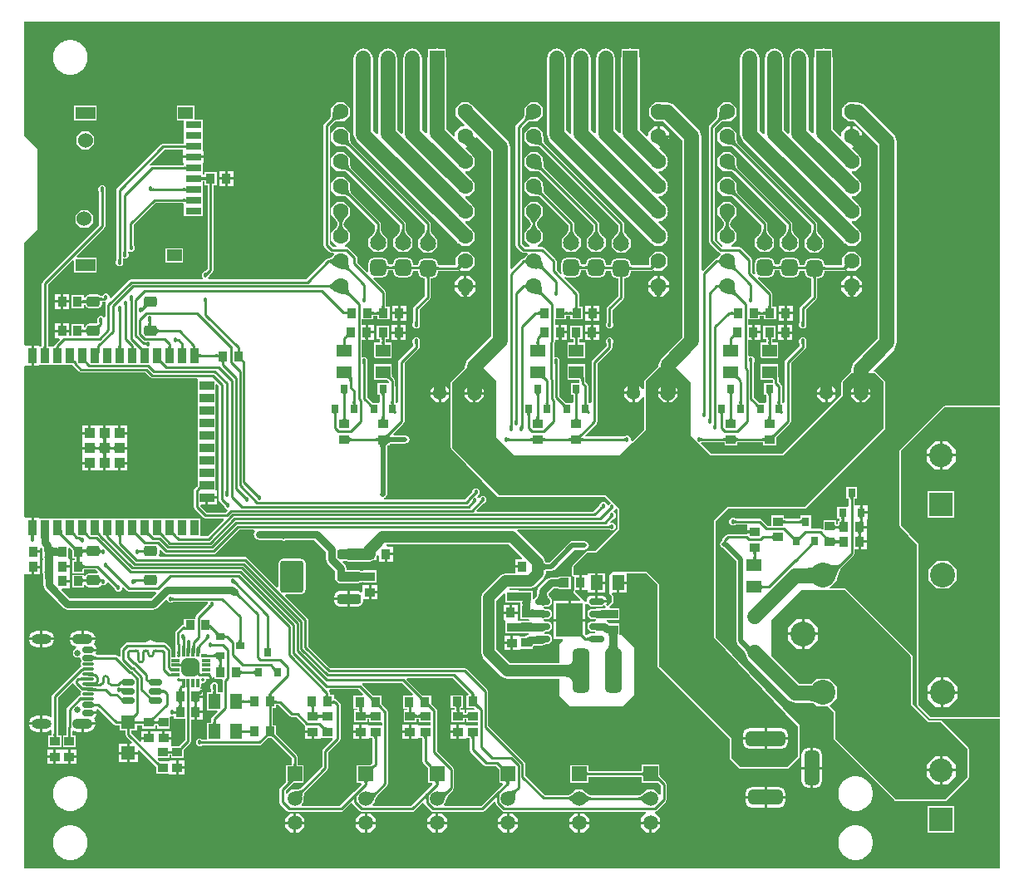
<source format=gtl>
G04*
G04 #@! TF.GenerationSoftware,Altium Limited,Altium Designer,24.10.1 (45)*
G04*
G04 Layer_Physical_Order=1*
G04 Layer_Color=255*
%FSLAX44Y44*%
%MOMM*%
G71*
G04*
G04 #@! TF.SameCoordinates,0EDCD7A5-6BC7-414E-B131-C269EAA69737*
G04*
G04*
G04 #@! TF.FilePolarity,Positive*
G04*
G01*
G75*
%ADD15C,0.2540*%
%ADD17R,1.0160X0.9398*%
%ADD18R,1.5000X1.3000*%
G04:AMPARAMS|DCode=19|XSize=1.75mm|YSize=4.5mm|CornerRadius=0.4375mm|HoleSize=0mm|Usage=FLASHONLY|Rotation=180.000|XOffset=0mm|YOffset=0mm|HoleType=Round|Shape=RoundedRectangle|*
%AMROUNDEDRECTD19*
21,1,1.7500,3.6250,0,0,180.0*
21,1,0.8750,4.5000,0,0,180.0*
1,1,0.8750,-0.4375,1.8125*
1,1,0.8750,0.4375,1.8125*
1,1,0.8750,0.4375,-1.8125*
1,1,0.8750,-0.4375,-1.8125*
%
%ADD19ROUNDEDRECTD19*%
G04:AMPARAMS|DCode=20|XSize=1.35mm|YSize=1.1mm|CornerRadius=0.275mm|HoleSize=0mm|Usage=FLASHONLY|Rotation=0.000|XOffset=0mm|YOffset=0mm|HoleType=Round|Shape=RoundedRectangle|*
%AMROUNDEDRECTD20*
21,1,1.3500,0.5500,0,0,0.0*
21,1,0.8000,1.1000,0,0,0.0*
1,1,0.5500,0.4000,-0.2750*
1,1,0.5500,-0.4000,-0.2750*
1,1,0.5500,-0.4000,0.2750*
1,1,0.5500,0.4000,0.2750*
%
%ADD20ROUNDEDRECTD20*%
G04:AMPARAMS|DCode=21|XSize=0.65mm|YSize=1.3mm|CornerRadius=0.1625mm|HoleSize=0mm|Usage=FLASHONLY|Rotation=90.000|XOffset=0mm|YOffset=0mm|HoleType=Round|Shape=RoundedRectangle|*
%AMROUNDEDRECTD21*
21,1,0.6500,0.9750,0,0,90.0*
21,1,0.3250,1.3000,0,0,90.0*
1,1,0.3250,0.4875,0.1625*
1,1,0.3250,0.4875,-0.1625*
1,1,0.3250,-0.4875,-0.1625*
1,1,0.3250,-0.4875,0.1625*
%
%ADD21ROUNDEDRECTD21*%
%ADD22R,1.4000X1.4000*%
%ADD23R,0.8000X0.9000*%
%ADD24R,0.9398X1.0160*%
G04:AMPARAMS|DCode=25|XSize=1mm|YSize=2.4mm|CornerRadius=0.25mm|HoleSize=0mm|Usage=FLASHONLY|Rotation=270.000|XOffset=0mm|YOffset=0mm|HoleType=Round|Shape=RoundedRectangle|*
%AMROUNDEDRECTD25*
21,1,1.0000,1.9000,0,0,270.0*
21,1,0.5000,2.4000,0,0,270.0*
1,1,0.5000,-0.9500,-0.2500*
1,1,0.5000,-0.9500,0.2500*
1,1,0.5000,0.9500,0.2500*
1,1,0.5000,0.9500,-0.2500*
%
%ADD25ROUNDEDRECTD25*%
G04:AMPARAMS|DCode=26|XSize=3.3mm|YSize=2.4mm|CornerRadius=0.36mm|HoleSize=0mm|Usage=FLASHONLY|Rotation=270.000|XOffset=0mm|YOffset=0mm|HoleType=Round|Shape=RoundedRectangle|*
%AMROUNDEDRECTD26*
21,1,3.3000,1.6800,0,0,270.0*
21,1,2.5800,2.4000,0,0,270.0*
1,1,0.7200,-0.8400,-1.2900*
1,1,0.7200,-0.8400,1.2900*
1,1,0.7200,0.8400,1.2900*
1,1,0.7200,0.8400,-1.2900*
%
%ADD26ROUNDEDRECTD26*%
%ADD27R,1.3000X1.5000*%
%ADD28R,2.0000X1.2000*%
%ADD29R,1.6000X0.7000*%
%ADD30R,1.5000X1.2000*%
G04:AMPARAMS|DCode=31|XSize=0.3mm|YSize=1.15mm|CornerRadius=0.075mm|HoleSize=0mm|Usage=FLASHONLY|Rotation=270.000|XOffset=0mm|YOffset=0mm|HoleType=Round|Shape=RoundedRectangle|*
%AMROUNDEDRECTD31*
21,1,0.3000,1.0000,0,0,270.0*
21,1,0.1500,1.1500,0,0,270.0*
1,1,0.1500,-0.5000,-0.0750*
1,1,0.1500,-0.5000,0.0750*
1,1,0.1500,0.5000,0.0750*
1,1,0.1500,0.5000,-0.0750*
%
%ADD31ROUNDEDRECTD31*%
G04:AMPARAMS|DCode=32|XSize=0.6mm|YSize=1.15mm|CornerRadius=0.15mm|HoleSize=0mm|Usage=FLASHONLY|Rotation=270.000|XOffset=0mm|YOffset=0mm|HoleType=Round|Shape=RoundedRectangle|*
%AMROUNDEDRECTD32*
21,1,0.6000,0.8500,0,0,270.0*
21,1,0.3000,1.1500,0,0,270.0*
1,1,0.3000,-0.4250,-0.1500*
1,1,0.3000,-0.4250,0.1500*
1,1,0.3000,0.4250,0.1500*
1,1,0.3000,0.4250,-0.1500*
%
%ADD32ROUNDEDRECTD32*%
%ADD33R,1.0414X1.0414*%
%ADD34R,0.8890X1.4986*%
%ADD35R,1.4986X0.8890*%
%ADD36R,0.9000X0.8000*%
%ADD37R,1.1430X0.5842*%
G04:AMPARAMS|DCode=38|XSize=0.6mm|YSize=1.45mm|CornerRadius=0.15mm|HoleSize=0mm|Usage=FLASHONLY|Rotation=90.000|XOffset=0mm|YOffset=0mm|HoleType=Round|Shape=RoundedRectangle|*
%AMROUNDEDRECTD38*
21,1,0.6000,1.1500,0,0,90.0*
21,1,0.3000,1.4500,0,0,90.0*
1,1,0.3000,0.5750,0.1500*
1,1,0.3000,0.5750,-0.1500*
1,1,0.3000,-0.5750,-0.1500*
1,1,0.3000,-0.5750,0.1500*
%
%ADD38ROUNDEDRECTD38*%
%ADD39R,2.7100X3.4000*%
G04:AMPARAMS|DCode=40|XSize=1.8mm|YSize=1.8mm|CornerRadius=0.45mm|HoleSize=0mm|Usage=FLASHONLY|Rotation=0.000|XOffset=0mm|YOffset=0mm|HoleType=Round|Shape=RoundedRectangle|*
%AMROUNDEDRECTD40*
21,1,1.8000,0.9000,0,0,0.0*
21,1,0.9000,1.8000,0,0,0.0*
1,1,0.9000,0.4500,-0.4500*
1,1,0.9000,-0.4500,-0.4500*
1,1,0.9000,-0.4500,0.4500*
1,1,0.9000,0.4500,0.4500*
%
%ADD40ROUNDEDRECTD40*%
G04:AMPARAMS|DCode=41|XSize=0.3mm|YSize=0.3mm|CornerRadius=0.075mm|HoleSize=0mm|Usage=FLASHONLY|Rotation=0.000|XOffset=0mm|YOffset=0mm|HoleType=Round|Shape=RoundedRectangle|*
%AMROUNDEDRECTD41*
21,1,0.3000,0.1500,0,0,0.0*
21,1,0.1500,0.3000,0,0,0.0*
1,1,0.1500,0.0750,-0.0750*
1,1,0.1500,-0.0750,-0.0750*
1,1,0.1500,-0.0750,0.0750*
1,1,0.1500,0.0750,0.0750*
%
%ADD41ROUNDEDRECTD41*%
%ADD42R,0.3000X0.3000*%
G04:AMPARAMS|DCode=43|XSize=0.9mm|YSize=0.3mm|CornerRadius=0.075mm|HoleSize=0mm|Usage=FLASHONLY|Rotation=270.000|XOffset=0mm|YOffset=0mm|HoleType=Round|Shape=RoundedRectangle|*
%AMROUNDEDRECTD43*
21,1,0.9000,0.1500,0,0,270.0*
21,1,0.7500,0.3000,0,0,270.0*
1,1,0.1500,-0.0750,-0.3750*
1,1,0.1500,-0.0750,0.3750*
1,1,0.1500,0.0750,0.3750*
1,1,0.1500,0.0750,-0.3750*
%
%ADD43ROUNDEDRECTD43*%
G04:AMPARAMS|DCode=44|XSize=0.9mm|YSize=0.3mm|CornerRadius=0.075mm|HoleSize=0mm|Usage=FLASHONLY|Rotation=180.000|XOffset=0mm|YOffset=0mm|HoleType=Round|Shape=RoundedRectangle|*
%AMROUNDEDRECTD44*
21,1,0.9000,0.1500,0,0,180.0*
21,1,0.7500,0.3000,0,0,180.0*
1,1,0.1500,-0.3750,0.0750*
1,1,0.1500,0.3750,0.0750*
1,1,0.1500,0.3750,-0.0750*
1,1,0.1500,-0.3750,-0.0750*
%
%ADD44ROUNDEDRECTD44*%
%ADD74C,1.3716*%
%ADD93C,0.7620*%
%ADD94C,1.5240*%
%ADD95C,1.1430*%
%ADD96C,0.5080*%
%ADD97C,1.6510*%
G04:AMPARAMS|DCode=98|XSize=1.651mm|YSize=1.651mm|CornerRadius=0.4128mm|HoleSize=0mm|Usage=FLASHONLY|Rotation=90.000|XOffset=0mm|YOffset=0mm|HoleType=Round|Shape=RoundedRectangle|*
%AMROUNDEDRECTD98*
21,1,1.6510,0.8255,0,0,90.0*
21,1,0.8255,1.6510,0,0,90.0*
1,1,0.8255,0.4128,0.4128*
1,1,0.8255,0.4128,-0.4128*
1,1,0.8255,-0.4128,-0.4128*
1,1,0.8255,-0.4128,0.4128*
%
%ADD98ROUNDEDRECTD98*%
%ADD99C,1.6000*%
%ADD100C,2.5400*%
%ADD101R,2.4000X2.4000*%
%ADD102C,2.4000*%
%ADD103C,1.5240*%
%ADD104C,1.5080*%
%ADD105R,1.5080X1.5080*%
G04:AMPARAMS|DCode=106|XSize=1.5mm|YSize=3.5mm|CornerRadius=0.375mm|HoleSize=0mm|Usage=FLASHONLY|Rotation=0.000|XOffset=0mm|YOffset=0mm|HoleType=Round|Shape=RoundedRectangle|*
%AMROUNDEDRECTD106*
21,1,1.5000,2.7500,0,0,0.0*
21,1,0.7500,3.5000,0,0,0.0*
1,1,0.7500,0.3750,-1.3750*
1,1,0.7500,-0.3750,-1.3750*
1,1,0.7500,-0.3750,1.3750*
1,1,0.7500,0.3750,1.3750*
%
%ADD106ROUNDEDRECTD106*%
G04:AMPARAMS|DCode=107|XSize=1.5mm|YSize=3.5mm|CornerRadius=0.375mm|HoleSize=0mm|Usage=FLASHONLY|Rotation=270.000|XOffset=0mm|YOffset=0mm|HoleType=Round|Shape=RoundedRectangle|*
%AMROUNDEDRECTD107*
21,1,1.5000,2.7500,0,0,270.0*
21,1,0.7500,3.5000,0,0,270.0*
1,1,0.7500,-1.3750,-0.3750*
1,1,0.7500,-1.3750,0.3750*
1,1,0.7500,1.3750,0.3750*
1,1,0.7500,1.3750,-0.3750*
%
%ADD107ROUNDEDRECTD107*%
G04:AMPARAMS|DCode=108|XSize=1.5mm|YSize=4mm|CornerRadius=0.375mm|HoleSize=0mm|Usage=FLASHONLY|Rotation=90.000|XOffset=0mm|YOffset=0mm|HoleType=Round|Shape=RoundedRectangle|*
%AMROUNDEDRECTD108*
21,1,1.5000,3.2500,0,0,90.0*
21,1,0.7500,4.0000,0,0,90.0*
1,1,0.7500,1.6250,0.3750*
1,1,0.7500,1.6250,-0.3750*
1,1,0.7500,-1.6250,-0.3750*
1,1,0.7500,-1.6250,0.3750*
%
%ADD108ROUNDEDRECTD108*%
%ADD109C,0.6500*%
%ADD110O,2.1000X1.0500*%
%ADD111O,2.0000X1.0000*%
%ADD112R,1.5080X1.5080*%
%ADD113C,0.4572*%
G36*
X718998Y766700D02*
X717827Y766693D01*
X715731Y766557D01*
X714808Y766429D01*
X713966Y766261D01*
X713207Y766054D01*
X712531Y765806D01*
X711937Y765518D01*
X711426Y765191D01*
X710997Y764823D01*
X709201Y766619D01*
X709568Y767048D01*
X709896Y767559D01*
X710184Y768153D01*
X710431Y768829D01*
X710639Y769588D01*
X710807Y770430D01*
X710935Y771354D01*
X711070Y773449D01*
X711078Y774620D01*
X718998Y766700D01*
D02*
G37*
G36*
X522148D02*
X520976Y766693D01*
X518881Y766557D01*
X517957Y766429D01*
X517116Y766261D01*
X516357Y766054D01*
X515681Y765806D01*
X515087Y765518D01*
X514576Y765191D01*
X514147Y764823D01*
X512351Y766619D01*
X512718Y767048D01*
X513046Y767559D01*
X513334Y768153D01*
X513581Y768829D01*
X513789Y769588D01*
X513957Y770430D01*
X514085Y771354D01*
X514220Y773449D01*
X514228Y774620D01*
X522148Y766700D01*
D02*
G37*
G36*
X325298D02*
X324127Y766693D01*
X322031Y766557D01*
X321107Y766429D01*
X320266Y766261D01*
X319507Y766054D01*
X318831Y765806D01*
X318237Y765518D01*
X317726Y765191D01*
X317297Y764823D01*
X315501Y766619D01*
X315868Y767048D01*
X316196Y767559D01*
X316484Y768153D01*
X316731Y768829D01*
X316939Y769588D01*
X317107Y770430D01*
X317235Y771354D01*
X317370Y773449D01*
X317378Y774620D01*
X325298Y766700D01*
D02*
G37*
G36*
X167431Y736600D02*
X167405Y736841D01*
X167329Y737057D01*
X167202Y737248D01*
X167024Y737413D01*
X166796Y737553D01*
X166516Y737667D01*
X166186Y737756D01*
X165805Y737819D01*
X165373Y737857D01*
X164891Y737870D01*
Y740410D01*
X165373Y740423D01*
X165805Y740461D01*
X166186Y740524D01*
X166516Y740613D01*
X166796Y740728D01*
X167024Y740867D01*
X167202Y741032D01*
X167329Y741223D01*
X167405Y741439D01*
X167431Y741680D01*
Y736600D01*
D02*
G37*
G36*
Y714843D02*
X167405Y715084D01*
X167329Y715300D01*
X167202Y715490D01*
X167024Y715656D01*
X166796Y715795D01*
X166516Y715910D01*
X166186Y715998D01*
X165805Y716062D01*
X165373Y716100D01*
X164891Y716113D01*
Y718653D01*
X165373Y718665D01*
X165805Y718704D01*
X166186Y718767D01*
X166516Y718856D01*
X166796Y718970D01*
X167024Y719110D01*
X167202Y719275D01*
X167329Y719465D01*
X167405Y719681D01*
X167431Y719923D01*
Y714843D01*
D02*
G37*
G36*
X188414Y704040D02*
X188388Y704281D01*
X188311Y704497D01*
X188183Y704688D01*
X188003Y704853D01*
X187771Y704993D01*
X187489Y705107D01*
X187155Y705196D01*
X186769Y705259D01*
X186332Y705297D01*
X185877Y705309D01*
X185421Y705297D01*
X184984Y705259D01*
X184599Y705196D01*
X184265Y705107D01*
X183982Y704993D01*
X183750Y704853D01*
X183570Y704688D01*
X183442Y704497D01*
X183365Y704281D01*
X183339Y704040D01*
Y709120D01*
X183365Y708879D01*
X183442Y708663D01*
X183570Y708472D01*
X183750Y708307D01*
X183982Y708168D01*
X184265Y708053D01*
X184599Y707964D01*
X184984Y707901D01*
X185421Y707863D01*
X185877Y707851D01*
X186332Y707863D01*
X186769Y707901D01*
X187155Y707964D01*
X187489Y708053D01*
X187771Y708168D01*
X188003Y708307D01*
X188183Y708472D01*
X188311Y708663D01*
X188388Y708879D01*
X188414Y709120D01*
Y704040D01*
D02*
G37*
G36*
X195351Y701578D02*
X195135Y701501D01*
X194944Y701374D01*
X194779Y701197D01*
X194640Y700968D01*
X194525Y700688D01*
X194436Y700358D01*
X194373Y699977D01*
X194335Y699546D01*
X194322Y699063D01*
X191782D01*
X191769Y699546D01*
X191731Y699977D01*
X191668Y700358D01*
X191579Y700688D01*
X191465Y700968D01*
X191325Y701197D01*
X191160Y701374D01*
X190969Y701501D01*
X190753Y701578D01*
X190512Y701603D01*
X195592D01*
X195351Y701578D01*
D02*
G37*
G36*
X133913Y697347D02*
X134006Y697283D01*
X134118Y697226D01*
X134251Y697177D01*
X134404Y697135D01*
X134576Y697101D01*
X134769Y697074D01*
X135214Y697044D01*
X135466Y697040D01*
X135211Y694500D01*
X134956Y694497D01*
X134313Y694457D01*
X134140Y694433D01*
X133853Y694368D01*
X133740Y694327D01*
X133647Y694281D01*
X133574Y694230D01*
X133840Y697419D01*
X133913Y697347D01*
D02*
G37*
G36*
X167431Y693230D02*
X167405Y693471D01*
X167329Y693687D01*
X167202Y693878D01*
X167024Y694043D01*
X166796Y694183D01*
X166516Y694297D01*
X166186Y694386D01*
X165805Y694449D01*
X165373Y694487D01*
X164891Y694500D01*
Y697040D01*
X165373Y697053D01*
X165805Y697091D01*
X166186Y697154D01*
X166516Y697243D01*
X166796Y697358D01*
X167024Y697497D01*
X167202Y697662D01*
X167329Y697853D01*
X167405Y698069D01*
X167431Y698310D01*
Y693230D01*
D02*
G37*
G36*
X84088Y694253D02*
X84031Y694158D01*
X83982Y694044D01*
X83939Y693910D01*
X83903Y693756D01*
X83873Y693582D01*
X83833Y693175D01*
X83823Y692941D01*
X83820Y692688D01*
X81280D01*
X81277Y692941D01*
X81227Y693582D01*
X81198Y693756D01*
X81161Y693910D01*
X81118Y694044D01*
X81069Y694158D01*
X81013Y694253D01*
X80950Y694328D01*
X84150D01*
X84088Y694253D01*
D02*
G37*
G36*
X167431Y681990D02*
X167405Y682231D01*
X167329Y682447D01*
X167202Y682638D01*
X167024Y682803D01*
X166796Y682943D01*
X166516Y683057D01*
X166186Y683146D01*
X165805Y683209D01*
X165373Y683247D01*
X164891Y683260D01*
Y685800D01*
X165373Y685813D01*
X165805Y685851D01*
X166186Y685914D01*
X166516Y686003D01*
X166796Y686118D01*
X167024Y686257D01*
X167202Y686422D01*
X167329Y686613D01*
X167405Y686829D01*
X167431Y687070D01*
Y681990D01*
D02*
G37*
G36*
X723855Y666553D02*
X722469Y664976D01*
X721907Y664232D01*
X721430Y663519D01*
X721041Y662835D01*
X720738Y662182D01*
X720521Y661558D01*
X720391Y660965D01*
X720348Y660402D01*
X717808D01*
X717765Y660965D01*
X717635Y661558D01*
X717418Y662182D01*
X717115Y662835D01*
X716725Y663519D01*
X716249Y664232D01*
X715686Y664976D01*
X714301Y666553D01*
X713478Y667387D01*
X724678D01*
X723855Y666553D01*
D02*
G37*
G36*
X527005D02*
X525620Y664976D01*
X525057Y664232D01*
X524580Y663519D01*
X524191Y662835D01*
X523888Y662182D01*
X523671Y661558D01*
X523541Y660965D01*
X523498Y660402D01*
X520958D01*
X520915Y660965D01*
X520785Y661558D01*
X520568Y662182D01*
X520265Y662835D01*
X519875Y663519D01*
X519399Y664232D01*
X518836Y664976D01*
X517451Y666553D01*
X516628Y667387D01*
X527828D01*
X527005Y666553D01*
D02*
G37*
G36*
X330155D02*
X328769Y664976D01*
X328207Y664232D01*
X327730Y663519D01*
X327341Y662835D01*
X327038Y662182D01*
X326821Y661558D01*
X326691Y660965D01*
X326648Y660402D01*
X324108D01*
X324065Y660965D01*
X323935Y661558D01*
X323718Y662182D01*
X323415Y662835D01*
X323025Y663519D01*
X322549Y664232D01*
X321986Y664976D01*
X320601Y666553D01*
X319778Y667387D01*
X330978D01*
X330155Y666553D01*
D02*
G37*
G36*
X720391Y659836D02*
X720521Y659242D01*
X720738Y658619D01*
X721041Y657965D01*
X721430Y657282D01*
X721907Y656568D01*
X722469Y655825D01*
X723855Y654247D01*
X724678Y653413D01*
X713478D01*
X714301Y654247D01*
X715686Y655825D01*
X716249Y656568D01*
X716725Y657282D01*
X717115Y657965D01*
X717418Y658619D01*
X717635Y659242D01*
X717765Y659836D01*
X717808Y660399D01*
X720348D01*
X720391Y659836D01*
D02*
G37*
G36*
X523541D02*
X523671Y659242D01*
X523888Y658619D01*
X524191Y657965D01*
X524580Y657282D01*
X525057Y656568D01*
X525620Y655825D01*
X527005Y654247D01*
X527828Y653413D01*
X516628D01*
X517451Y654247D01*
X518836Y655825D01*
X519399Y656568D01*
X519875Y657282D01*
X520265Y657965D01*
X520568Y658619D01*
X520785Y659242D01*
X520915Y659836D01*
X520958Y660399D01*
X523498D01*
X523541Y659836D01*
D02*
G37*
G36*
X326691D02*
X326821Y659242D01*
X327038Y658619D01*
X327341Y657965D01*
X327730Y657282D01*
X328207Y656568D01*
X328769Y655825D01*
X330155Y654247D01*
X330978Y653413D01*
X319778D01*
X320601Y654247D01*
X321986Y655825D01*
X322549Y656568D01*
X323025Y657282D01*
X323415Y657965D01*
X323718Y658619D01*
X323935Y659242D01*
X324065Y659836D01*
X324108Y660399D01*
X326648D01*
X326691Y659836D01*
D02*
G37*
G36*
X113034Y639256D02*
X113087Y638616D01*
X113119Y638443D01*
X113158Y638289D01*
X113204Y638156D01*
X113258Y638042D01*
X113318Y637948D01*
X113385Y637874D01*
X110188Y637745D01*
X110245Y637819D01*
X110296Y637913D01*
X110342Y638028D01*
X110381Y638162D01*
X110414Y638316D01*
X110442Y638490D01*
X110478Y638898D01*
X110490Y639386D01*
X113030Y639509D01*
X113034Y639256D01*
D02*
G37*
G36*
X106684Y631749D02*
X106738Y631110D01*
X106771Y630937D01*
X106811Y630783D01*
X106859Y630650D01*
X106913Y630536D01*
X106975Y630443D01*
X107044Y630369D01*
X103849Y630191D01*
X103904Y630265D01*
X103954Y630359D01*
X103997Y630473D01*
X104035Y630607D01*
X104067Y630761D01*
X104094Y630935D01*
X104129Y631343D01*
X104140Y631831D01*
X106680Y632001D01*
X106684Y631749D01*
D02*
G37*
G36*
X101603Y624049D02*
X101653Y623408D01*
X101683Y623234D01*
X101719Y623080D01*
X101762Y622946D01*
X101812Y622832D01*
X101868Y622737D01*
X101930Y622663D01*
X98730D01*
X98793Y622737D01*
X98849Y622832D01*
X98898Y622946D01*
X98941Y623080D01*
X98978Y623234D01*
X99007Y623408D01*
X99047Y623816D01*
X99057Y624049D01*
X99060Y624302D01*
X101600D01*
X101603Y624049D01*
D02*
G37*
G36*
X711592Y619480D02*
X711457Y619774D01*
X711287Y620038D01*
X711082Y620270D01*
X710842Y620472D01*
X710567Y620643D01*
X710256Y620782D01*
X709910Y620891D01*
X709529Y620968D01*
X709112Y621015D01*
X708660Y621030D01*
Y623570D01*
X709112Y623586D01*
X709529Y623632D01*
X709910Y623710D01*
X710256Y623818D01*
X710567Y623958D01*
X710842Y624128D01*
X711082Y624330D01*
X711287Y624563D01*
X711457Y624826D01*
X711592Y625121D01*
Y619480D01*
D02*
G37*
G36*
X514742D02*
X514607Y619774D01*
X514437Y620038D01*
X514232Y620270D01*
X513992Y620472D01*
X513717Y620643D01*
X513406Y620782D01*
X513060Y620891D01*
X512679Y620968D01*
X512262Y621015D01*
X511810Y621030D01*
Y623570D01*
X512262Y623586D01*
X512679Y623632D01*
X513060Y623710D01*
X513406Y623818D01*
X513717Y623958D01*
X513992Y624128D01*
X514232Y624330D01*
X514437Y624563D01*
X514607Y624826D01*
X514742Y625121D01*
Y619480D01*
D02*
G37*
G36*
X319198Y617219D02*
X318573Y617943D01*
X317949Y618591D01*
X317327Y619163D01*
X316706Y619658D01*
X316088Y620078D01*
X315471Y620420D01*
X314856Y620687D01*
X314243Y620878D01*
X313632Y620992D01*
X313023Y621030D01*
Y623570D01*
X313632Y623608D01*
X314243Y623723D01*
X314856Y623913D01*
X315471Y624180D01*
X316088Y624523D01*
X316706Y624942D01*
X317327Y625438D01*
X317949Y626009D01*
X318573Y626657D01*
X319198Y627381D01*
Y617219D01*
D02*
G37*
G36*
X842288Y615255D02*
X842015Y615378D01*
X841737Y615455D01*
X841455Y615486D01*
X841169Y615471D01*
X840878Y615410D01*
X840584Y615304D01*
X840285Y615151D01*
X839982Y614952D01*
X839675Y614708D01*
X839363Y614417D01*
X837567Y616213D01*
X837878Y616544D01*
X838144Y616870D01*
X838365Y617192D01*
X838541Y617509D01*
X838672Y617821D01*
X838759Y618129D01*
X838801Y618432D01*
X838797Y618731D01*
X838749Y619025D01*
X838656Y619314D01*
X842288Y615255D01*
D02*
G37*
G36*
X645438D02*
X645165Y615378D01*
X644887Y615455D01*
X644605Y615486D01*
X644319Y615471D01*
X644028Y615410D01*
X643734Y615304D01*
X643435Y615151D01*
X643132Y614952D01*
X642825Y614708D01*
X642513Y614417D01*
X640717Y616213D01*
X641028Y616544D01*
X641294Y616870D01*
X641515Y617192D01*
X641691Y617509D01*
X641823Y617821D01*
X641909Y618129D01*
X641951Y618432D01*
X641947Y618731D01*
X641899Y619025D01*
X641806Y619314D01*
X645438Y615255D01*
D02*
G37*
G36*
X448588D02*
X448315Y615378D01*
X448037Y615455D01*
X447755Y615486D01*
X447469Y615471D01*
X447178Y615410D01*
X446884Y615304D01*
X446585Y615151D01*
X446282Y614952D01*
X445975Y614708D01*
X445663Y614417D01*
X443867Y616213D01*
X444178Y616544D01*
X444444Y616870D01*
X444665Y617192D01*
X444841Y617509D01*
X444972Y617821D01*
X445059Y618129D01*
X445101Y618432D01*
X445097Y618731D01*
X445049Y619025D01*
X444956Y619314D01*
X448588Y615255D01*
D02*
G37*
G36*
X774349Y613410D02*
X774323Y613651D01*
X774246Y613867D01*
X774117Y614058D01*
X773937Y614223D01*
X773706Y614363D01*
X773423Y614477D01*
X773089Y614566D01*
X772703Y614629D01*
X772266Y614667D01*
X771778Y614680D01*
Y617220D01*
X772266Y617233D01*
X772703Y617271D01*
X773089Y617334D01*
X773423Y617423D01*
X773706Y617538D01*
X773937Y617677D01*
X774117Y617842D01*
X774246Y618033D01*
X774323Y618249D01*
X774349Y618490D01*
Y613410D01*
D02*
G37*
G36*
X765433Y618249D02*
X765510Y618033D01*
X765639Y617842D01*
X765818Y617677D01*
X766050Y617538D01*
X766333Y617423D01*
X766667Y617334D01*
X767052Y617271D01*
X767489Y617233D01*
X767978Y617220D01*
Y614680D01*
X767489Y614667D01*
X767052Y614629D01*
X766667Y614566D01*
X766333Y614477D01*
X766050Y614363D01*
X765818Y614223D01*
X765639Y614058D01*
X765510Y613867D01*
X765433Y613651D01*
X765407Y613410D01*
Y618490D01*
X765433Y618249D01*
D02*
G37*
G36*
X577499Y613410D02*
X577473Y613651D01*
X577396Y613867D01*
X577267Y614058D01*
X577087Y614223D01*
X576856Y614363D01*
X576573Y614477D01*
X576239Y614566D01*
X575853Y614629D01*
X575416Y614667D01*
X574928Y614680D01*
Y617220D01*
X575416Y617233D01*
X575853Y617271D01*
X576239Y617334D01*
X576573Y617423D01*
X576856Y617538D01*
X577087Y617677D01*
X577267Y617842D01*
X577396Y618033D01*
X577473Y618249D01*
X577499Y618490D01*
Y613410D01*
D02*
G37*
G36*
X568583Y618249D02*
X568660Y618033D01*
X568789Y617842D01*
X568969Y617677D01*
X569200Y617538D01*
X569483Y617423D01*
X569817Y617334D01*
X570202Y617271D01*
X570639Y617233D01*
X571128Y617220D01*
Y614680D01*
X570639Y614667D01*
X570202Y614629D01*
X569817Y614566D01*
X569483Y614477D01*
X569200Y614363D01*
X568969Y614223D01*
X568789Y614058D01*
X568660Y613867D01*
X568583Y613651D01*
X568557Y613410D01*
Y618490D01*
X568583Y618249D01*
D02*
G37*
G36*
X380648Y613410D02*
X380623Y613651D01*
X380546Y613867D01*
X380417Y614058D01*
X380237Y614223D01*
X380006Y614363D01*
X379723Y614477D01*
X379389Y614566D01*
X379003Y614629D01*
X378566Y614667D01*
X378078Y614680D01*
Y617220D01*
X378566Y617233D01*
X379003Y617271D01*
X379389Y617334D01*
X379723Y617423D01*
X380006Y617538D01*
X380237Y617677D01*
X380417Y617842D01*
X380546Y618033D01*
X380623Y618249D01*
X380648Y618490D01*
Y613410D01*
D02*
G37*
G36*
X371733Y618249D02*
X371810Y618033D01*
X371939Y617842D01*
X372118Y617677D01*
X372350Y617538D01*
X372633Y617423D01*
X372967Y617334D01*
X373352Y617271D01*
X373789Y617233D01*
X374278Y617220D01*
Y614680D01*
X373789Y614667D01*
X373352Y614629D01*
X372967Y614566D01*
X372633Y614477D01*
X372350Y614363D01*
X372118Y614223D01*
X371939Y614058D01*
X371810Y613867D01*
X371733Y613651D01*
X371707Y613410D01*
Y618490D01*
X371733Y618249D01*
D02*
G37*
G36*
X530341Y622238D02*
X531029Y619070D01*
X531286Y618206D01*
X531842Y616768D01*
X532141Y616194D01*
X532453Y615716D01*
X532780Y615334D01*
X531276Y613246D01*
X530817Y613639D01*
X530289Y613971D01*
X529692Y614241D01*
X529026Y614450D01*
X528290Y614598D01*
X527485Y614684D01*
X526611Y614709D01*
X525667Y614672D01*
X524654Y614574D01*
X523572Y614414D01*
X530139Y623487D01*
X530341Y622238D01*
D02*
G37*
G36*
X799749Y613093D02*
X799723Y613334D01*
X799646Y613550D01*
X799517Y613740D01*
X799337Y613905D01*
X799106Y614045D01*
X798823Y614159D01*
X798489Y614248D01*
X798103Y614312D01*
X797666Y614350D01*
X797178Y614363D01*
Y616903D01*
X797666Y616915D01*
X798103Y616953D01*
X798489Y617017D01*
X798823Y617106D01*
X799106Y617220D01*
X799337Y617360D01*
X799517Y617525D01*
X799646Y617715D01*
X799723Y617931D01*
X799749Y618173D01*
Y613093D01*
D02*
G37*
G36*
X790833Y617931D02*
X790910Y617715D01*
X791039Y617525D01*
X791218Y617360D01*
X791450Y617220D01*
X791733Y617106D01*
X792067Y617017D01*
X792452Y616953D01*
X792889Y616915D01*
X793378Y616903D01*
Y614363D01*
X792889Y614350D01*
X792452Y614312D01*
X792067Y614248D01*
X791733Y614159D01*
X791450Y614045D01*
X791218Y613905D01*
X791039Y613740D01*
X790910Y613550D01*
X790833Y613334D01*
X790807Y613093D01*
Y618173D01*
X790833Y617931D01*
D02*
G37*
G36*
X602898Y613093D02*
X602873Y613334D01*
X602796Y613550D01*
X602667Y613740D01*
X602487Y613905D01*
X602256Y614045D01*
X601973Y614159D01*
X601639Y614248D01*
X601253Y614312D01*
X600816Y614350D01*
X600328Y614363D01*
Y616903D01*
X600816Y616915D01*
X601253Y616953D01*
X601639Y617017D01*
X601973Y617106D01*
X602256Y617220D01*
X602487Y617360D01*
X602667Y617525D01*
X602796Y617715D01*
X602873Y617931D01*
X602898Y618173D01*
Y613093D01*
D02*
G37*
G36*
X593983Y617931D02*
X594060Y617715D01*
X594189Y617525D01*
X594369Y617360D01*
X594600Y617220D01*
X594883Y617106D01*
X595217Y617017D01*
X595602Y616953D01*
X596039Y616915D01*
X596528Y616903D01*
Y614363D01*
X596039Y614350D01*
X595602Y614312D01*
X595217Y614248D01*
X594883Y614159D01*
X594600Y614045D01*
X594369Y613905D01*
X594189Y613740D01*
X594060Y613550D01*
X593983Y613334D01*
X593957Y613093D01*
Y618173D01*
X593983Y617931D01*
D02*
G37*
G36*
X406049Y613093D02*
X406023Y613334D01*
X405946Y613550D01*
X405817Y613740D01*
X405637Y613905D01*
X405406Y614045D01*
X405123Y614159D01*
X404789Y614248D01*
X404403Y614312D01*
X403966Y614350D01*
X403478Y614363D01*
Y616903D01*
X403966Y616915D01*
X404403Y616953D01*
X404789Y617017D01*
X405123Y617106D01*
X405406Y617220D01*
X405637Y617360D01*
X405817Y617525D01*
X405946Y617715D01*
X406023Y617931D01*
X406049Y618173D01*
Y613093D01*
D02*
G37*
G36*
X397133Y617931D02*
X397210Y617715D01*
X397339Y617525D01*
X397519Y617360D01*
X397750Y617220D01*
X398033Y617106D01*
X398367Y617017D01*
X398752Y616953D01*
X399189Y616915D01*
X399678Y616903D01*
Y614363D01*
X399189Y614350D01*
X398752Y614312D01*
X398367Y614248D01*
X398033Y614159D01*
X397750Y614045D01*
X397519Y613905D01*
X397339Y613740D01*
X397210Y613550D01*
X397133Y613334D01*
X397107Y613093D01*
Y618173D01*
X397133Y617931D01*
D02*
G37*
G36*
X816233Y617614D02*
X816310Y617398D01*
X816439Y617207D01*
X816618Y617042D01*
X816850Y616903D01*
X817133Y616788D01*
X817467Y616699D01*
X817852Y616636D01*
X818289Y616598D01*
X818778Y616585D01*
Y614045D01*
X818289Y614032D01*
X817852Y613994D01*
X817467Y613931D01*
X817133Y613842D01*
X816850Y613728D01*
X816618Y613588D01*
X816439Y613423D01*
X816310Y613232D01*
X816233Y613016D01*
X816207Y612775D01*
Y617855D01*
X816233Y617614D01*
D02*
G37*
G36*
X619383D02*
X619460Y617398D01*
X619589Y617207D01*
X619768Y617042D01*
X620000Y616903D01*
X620283Y616788D01*
X620617Y616699D01*
X621002Y616636D01*
X621439Y616598D01*
X621928Y616585D01*
Y614045D01*
X621439Y614032D01*
X621002Y613994D01*
X620617Y613931D01*
X620283Y613842D01*
X620000Y613728D01*
X619768Y613588D01*
X619589Y613423D01*
X619460Y613232D01*
X619383Y613016D01*
X619357Y612775D01*
Y617855D01*
X619383Y617614D01*
D02*
G37*
G36*
X422533D02*
X422610Y617398D01*
X422739Y617207D01*
X422919Y617042D01*
X423150Y616903D01*
X423433Y616788D01*
X423767Y616699D01*
X424152Y616636D01*
X424589Y616598D01*
X425078Y616585D01*
Y614045D01*
X424589Y614032D01*
X424152Y613994D01*
X423767Y613931D01*
X423433Y613842D01*
X423150Y613728D01*
X422919Y613588D01*
X422739Y613423D01*
X422610Y613232D01*
X422533Y613016D01*
X422507Y612775D01*
Y617855D01*
X422533Y617614D01*
D02*
G37*
G36*
X727085Y621049D02*
X727221Y618954D01*
X727349Y618030D01*
X727517Y617188D01*
X727724Y616430D01*
X727972Y615753D01*
X728260Y615159D01*
X728587Y614648D01*
X728955Y614219D01*
X727159Y612423D01*
X726730Y612791D01*
X726219Y613118D01*
X725625Y613406D01*
X724949Y613654D01*
X724190Y613862D01*
X723348Y614029D01*
X722424Y614157D01*
X720329Y614293D01*
X719158Y614301D01*
X727077Y622220D01*
X727085Y621049D01*
D02*
G37*
G36*
X333385D02*
X333521Y618954D01*
X333649Y618030D01*
X333817Y617188D01*
X334024Y616430D01*
X334272Y615753D01*
X334560Y615159D01*
X334887Y614648D01*
X335255Y614219D01*
X333459Y612423D01*
X333030Y612791D01*
X332519Y613118D01*
X331925Y613406D01*
X331249Y613654D01*
X330490Y613862D01*
X329648Y614029D01*
X328724Y614157D01*
X326629Y614293D01*
X325458Y614301D01*
X333377Y622220D01*
X333385Y621049D01*
D02*
G37*
G36*
X191172Y609746D02*
X190995Y609565D01*
X190577Y609076D01*
X190475Y608932D01*
X190392Y608798D01*
X190327Y608672D01*
X190282Y608557D01*
X190254Y608450D01*
X190246Y608353D01*
X187983Y610616D01*
X188080Y610624D01*
X188187Y610652D01*
X188302Y610697D01*
X188428Y610762D01*
X188562Y610845D01*
X188706Y610947D01*
X189023Y611207D01*
X189195Y611365D01*
X189376Y611542D01*
X191172Y609746D01*
D02*
G37*
G36*
X810277Y607060D02*
X810061Y606983D01*
X809870Y606854D01*
X809705Y606674D01*
X809565Y606443D01*
X809451Y606160D01*
X809362Y605826D01*
X809299Y605441D01*
X809261Y605004D01*
X809248Y604515D01*
X806708D01*
X806695Y605004D01*
X806657Y605441D01*
X806594Y605826D01*
X806505Y606160D01*
X806390Y606443D01*
X806251Y606674D01*
X806086Y606854D01*
X805895Y606983D01*
X805679Y607060D01*
X805438Y607086D01*
X810518D01*
X810277Y607060D01*
D02*
G37*
G36*
X613427D02*
X613211Y606983D01*
X613020Y606854D01*
X612855Y606674D01*
X612715Y606443D01*
X612601Y606160D01*
X612512Y605826D01*
X612449Y605441D01*
X612411Y605004D01*
X612398Y604515D01*
X609858D01*
X609845Y605004D01*
X609807Y605441D01*
X609744Y605826D01*
X609655Y606160D01*
X609540Y606443D01*
X609401Y606674D01*
X609236Y606854D01*
X609045Y606983D01*
X608829Y607060D01*
X608588Y607086D01*
X613668D01*
X613427Y607060D01*
D02*
G37*
G36*
X416577D02*
X416361Y606983D01*
X416170Y606854D01*
X416005Y606674D01*
X415865Y606443D01*
X415751Y606160D01*
X415662Y605826D01*
X415599Y605441D01*
X415561Y605004D01*
X415548Y604515D01*
X413008D01*
X412995Y605004D01*
X412957Y605441D01*
X412894Y605826D01*
X412805Y606160D01*
X412690Y606443D01*
X412551Y606674D01*
X412386Y606854D01*
X412195Y606983D01*
X411979Y607060D01*
X411738Y607086D01*
X416818D01*
X416577Y607060D01*
D02*
G37*
G36*
X711592Y594080D02*
X711457Y594374D01*
X711287Y594638D01*
X711082Y594870D01*
X710842Y595072D01*
X710567Y595243D01*
X710256Y595382D01*
X709910Y595491D01*
X709529Y595568D01*
X709112Y595615D01*
X708660Y595630D01*
Y598170D01*
X709112Y598186D01*
X709529Y598232D01*
X709910Y598310D01*
X710256Y598418D01*
X710567Y598558D01*
X710842Y598728D01*
X711082Y598930D01*
X711287Y599163D01*
X711457Y599426D01*
X711592Y599721D01*
Y594080D01*
D02*
G37*
G36*
X514742D02*
X514607Y594374D01*
X514437Y594638D01*
X514232Y594870D01*
X513992Y595072D01*
X513717Y595243D01*
X513406Y595382D01*
X513060Y595491D01*
X512679Y595568D01*
X512262Y595615D01*
X511810Y595630D01*
Y598170D01*
X512262Y598186D01*
X512679Y598232D01*
X513060Y598310D01*
X513406Y598418D01*
X513717Y598558D01*
X513992Y598728D01*
X514232Y598930D01*
X514437Y599163D01*
X514607Y599426D01*
X514742Y599721D01*
Y594080D01*
D02*
G37*
G36*
X319665Y591300D02*
X318831Y592123D01*
X317253Y593508D01*
X316510Y594071D01*
X315796Y594548D01*
X315113Y594937D01*
X314459Y595241D01*
X313836Y595457D01*
X313243Y595587D01*
X312679Y595630D01*
Y598170D01*
X313243Y598214D01*
X313836Y598343D01*
X314459Y598560D01*
X315113Y598863D01*
X315796Y599253D01*
X316510Y599729D01*
X317253Y600292D01*
X318831Y601678D01*
X319665Y602500D01*
Y591300D01*
D02*
G37*
G36*
X546489Y592225D02*
X546491Y591968D01*
X546559Y591004D01*
X546585Y590876D01*
X546614Y590768D01*
X546647Y590682D01*
X546685Y590617D01*
X543531Y591161D01*
X543610Y591229D01*
X543681Y591317D01*
X543744Y591426D01*
X543798Y591556D01*
X543844Y591705D01*
X543882Y591876D01*
X543911Y592066D01*
X543932Y592277D01*
X543949Y592761D01*
X546489Y592225D01*
D02*
G37*
G36*
X727085Y595649D02*
X727221Y593554D01*
X727349Y592630D01*
X727517Y591788D01*
X727724Y591030D01*
X727972Y590353D01*
X728260Y589759D01*
X728587Y589248D01*
X728955Y588819D01*
X727159Y587023D01*
X726730Y587391D01*
X726219Y587718D01*
X725625Y588006D01*
X724949Y588254D01*
X724190Y588461D01*
X723348Y588629D01*
X722424Y588757D01*
X720329Y588893D01*
X719158Y588901D01*
X727077Y596820D01*
X727085Y595649D01*
D02*
G37*
G36*
X530235D02*
X530371Y593554D01*
X530499Y592630D01*
X530667Y591788D01*
X530874Y591030D01*
X531122Y590353D01*
X531410Y589759D01*
X531737Y589248D01*
X532105Y588819D01*
X530309Y587023D01*
X529880Y587391D01*
X529369Y587718D01*
X528775Y588006D01*
X528098Y588254D01*
X527340Y588461D01*
X526498Y588629D01*
X525574Y588757D01*
X523479Y588893D01*
X522308Y588901D01*
X530228Y596820D01*
X530235Y595649D01*
D02*
G37*
G36*
X333385D02*
X333521Y593554D01*
X333649Y592630D01*
X333817Y591788D01*
X334024Y591030D01*
X334272Y590353D01*
X334560Y589759D01*
X334887Y589248D01*
X335255Y588819D01*
X333459Y587023D01*
X333030Y587391D01*
X332519Y587718D01*
X331925Y588006D01*
X331249Y588254D01*
X330490Y588461D01*
X329648Y588629D01*
X328724Y588757D01*
X326629Y588893D01*
X325458Y588901D01*
X333377Y596820D01*
X333385Y595649D01*
D02*
G37*
G36*
X744693Y585910D02*
X744743Y585269D01*
X744773Y585095D01*
X744809Y584941D01*
X744852Y584807D01*
X744902Y584693D01*
X744958Y584598D01*
X745020Y584524D01*
X741820D01*
X741883Y584598D01*
X741939Y584693D01*
X741988Y584807D01*
X742031Y584941D01*
X742068Y585095D01*
X742097Y585269D01*
X742137Y585677D01*
X742147Y585910D01*
X742150Y586164D01*
X744690D01*
X744693Y585910D01*
D02*
G37*
G36*
X350993D02*
X351043Y585269D01*
X351073Y585095D01*
X351109Y584941D01*
X351152Y584807D01*
X351202Y584693D01*
X351258Y584598D01*
X351320Y584524D01*
X348120D01*
X348183Y584598D01*
X348239Y584693D01*
X348288Y584807D01*
X348331Y584941D01*
X348368Y585095D01*
X348397Y585269D01*
X348437Y585677D01*
X348447Y585910D01*
X348450Y586164D01*
X350990D01*
X350993Y585910D01*
D02*
G37*
G36*
X66908Y578880D02*
X66882Y579121D01*
X66805Y579337D01*
X66676Y579528D01*
X66496Y579693D01*
X66265Y579833D01*
X65982Y579947D01*
X65648Y580036D01*
X65262Y580099D01*
X64826Y580137D01*
X64572Y580144D01*
X64319Y580137D01*
X63882Y580099D01*
X63497Y580036D01*
X63162Y579947D01*
X62880Y579833D01*
X62648Y579693D01*
X62469Y579528D01*
X62340Y579337D01*
X62263Y579121D01*
X62237Y578880D01*
Y583960D01*
X62263Y583719D01*
X62340Y583503D01*
X62469Y583312D01*
X62648Y583147D01*
X62880Y583008D01*
X63162Y582893D01*
X63497Y582804D01*
X63882Y582741D01*
X64319Y582703D01*
X64572Y582696D01*
X64826Y582703D01*
X65262Y582741D01*
X65648Y582804D01*
X65982Y582893D01*
X66265Y583008D01*
X66496Y583147D01*
X66676Y583312D01*
X66805Y583503D01*
X66882Y583719D01*
X66908Y583960D01*
Y578880D01*
D02*
G37*
G36*
X113477Y583774D02*
X113410Y583700D01*
X113350Y583606D01*
X113296Y583493D01*
X113250Y583359D01*
X113211Y583205D01*
X113179Y583032D01*
X113154Y582838D01*
X113126Y582392D01*
X113122Y582139D01*
X110582Y582263D01*
X110579Y582517D01*
X110534Y583158D01*
X110506Y583332D01*
X110473Y583487D01*
X110434Y583621D01*
X110388Y583735D01*
X110337Y583829D01*
X110280Y583903D01*
X113477Y583774D01*
D02*
G37*
G36*
X79275Y586119D02*
X79420Y585907D01*
X79625Y585720D01*
X79888Y585559D01*
X80211Y585421D01*
X80593Y585309D01*
X81035Y585222D01*
X81535Y585160D01*
X82095Y585122D01*
X82714Y585110D01*
X82903Y582570D01*
X82363Y582557D01*
X81886Y582519D01*
X81472Y582456D01*
X81120Y582367D01*
X80832Y582253D01*
X80606Y582113D01*
X80443Y581948D01*
X80344Y581757D01*
X80307Y581541D01*
X80333Y581300D01*
X79189Y586356D01*
X79275Y586119D01*
D02*
G37*
G36*
X189498Y581223D02*
X189442Y581128D01*
X189392Y581014D01*
X189349Y580880D01*
X189313Y580726D01*
X189283Y580552D01*
X189243Y580145D01*
X189233Y579911D01*
X189230Y579658D01*
X186690D01*
X186687Y579911D01*
X186637Y580552D01*
X186608Y580726D01*
X186571Y580880D01*
X186528Y581014D01*
X186479Y581128D01*
X186423Y581223D01*
X186360Y581298D01*
X189560D01*
X189498Y581223D01*
D02*
G37*
G36*
X128819Y575958D02*
X128633Y576107D01*
X128412Y576186D01*
X128157Y576196D01*
X127867Y576136D01*
X127543Y576006D01*
X127185Y575806D01*
X126792Y575537D01*
X126365Y575198D01*
X125903Y574789D01*
X125407Y574310D01*
X123674Y576170D01*
X124156Y576669D01*
X124913Y577568D01*
X125189Y577968D01*
X125397Y578334D01*
X125536Y578668D01*
X125607Y578968D01*
X125609Y579235D01*
X125542Y579469D01*
X125408Y579669D01*
X128819Y575958D01*
D02*
G37*
G36*
X763536Y576659D02*
X763574Y576227D01*
X763638Y575846D01*
X763727Y575516D01*
X763841Y575236D01*
X763981Y575008D01*
X764146Y574830D01*
X764336Y574703D01*
X764552Y574627D01*
X764793Y574601D01*
X759714D01*
X759955Y574627D01*
X760171Y574703D01*
X760361Y574830D01*
X760526Y575008D01*
X760666Y575236D01*
X760780Y575516D01*
X760869Y575846D01*
X760933Y576227D01*
X760971Y576659D01*
X760984Y577141D01*
X763523D01*
X763536Y576659D01*
D02*
G37*
G36*
X566686D02*
X566724Y576227D01*
X566788Y575846D01*
X566877Y575516D01*
X566991Y575236D01*
X567131Y575008D01*
X567296Y574830D01*
X567486Y574703D01*
X567702Y574627D01*
X567943Y574601D01*
X562864D01*
X563105Y574627D01*
X563321Y574703D01*
X563511Y574830D01*
X563676Y575008D01*
X563816Y575236D01*
X563930Y575516D01*
X564019Y575846D01*
X564083Y576227D01*
X564121Y576659D01*
X564133Y577141D01*
X566674D01*
X566686Y576659D01*
D02*
G37*
G36*
X369836D02*
X369874Y576227D01*
X369938Y575846D01*
X370027Y575516D01*
X370141Y575236D01*
X370281Y575008D01*
X370446Y574830D01*
X370636Y574703D01*
X370852Y574627D01*
X371093Y574601D01*
X366013D01*
X366255Y574627D01*
X366471Y574703D01*
X366661Y574830D01*
X366826Y575008D01*
X366966Y575236D01*
X367080Y575516D01*
X367169Y575846D01*
X367233Y576227D01*
X367271Y576659D01*
X367284Y577141D01*
X369823D01*
X369836Y576659D01*
D02*
G37*
G36*
X125154Y574058D02*
X124976Y573876D01*
X124554Y573390D01*
X124450Y573248D01*
X124364Y573116D01*
X124297Y572994D01*
X124248Y572882D01*
X124217Y572779D01*
X124205Y572687D01*
X122049Y575052D01*
X122150Y575057D01*
X122259Y575080D01*
X122378Y575122D01*
X122505Y575184D01*
X122641Y575264D01*
X122787Y575364D01*
X122941Y575483D01*
X123277Y575778D01*
X123458Y575954D01*
X125154Y574058D01*
D02*
G37*
G36*
X101868Y572333D02*
X101812Y572238D01*
X101762Y572124D01*
X101719Y571990D01*
X101683Y571836D01*
X101653Y571662D01*
X101613Y571255D01*
X101603Y571021D01*
X101600Y570768D01*
X99060D01*
X99057Y571021D01*
X99007Y571662D01*
X98978Y571836D01*
X98941Y571990D01*
X98898Y572124D01*
X98849Y572238D01*
X98793Y572333D01*
X98730Y572408D01*
X101930D01*
X101868Y572333D01*
D02*
G37*
G36*
X758073Y567012D02*
X758047Y567253D01*
X757970Y567469D01*
X757841Y567660D01*
X757661Y567825D01*
X757430Y567964D01*
X757147Y568079D01*
X756813Y568168D01*
X756427Y568231D01*
X755990Y568269D01*
X755502Y568282D01*
Y570822D01*
X755990Y570835D01*
X756427Y570873D01*
X756813Y570936D01*
X757147Y571025D01*
X757430Y571139D01*
X757661Y571279D01*
X757841Y571444D01*
X757970Y571635D01*
X758047Y571851D01*
X758073Y572092D01*
Y567012D01*
D02*
G37*
G36*
X750687Y571851D02*
X750764Y571635D01*
X750892Y571444D01*
X751072Y571279D01*
X751304Y571139D01*
X751587Y571025D01*
X751921Y570936D01*
X752306Y570873D01*
X752743Y570835D01*
X753232Y570822D01*
Y568282D01*
X752743Y568269D01*
X752306Y568231D01*
X751921Y568168D01*
X751587Y568079D01*
X751304Y567964D01*
X751072Y567825D01*
X750892Y567660D01*
X750764Y567469D01*
X750687Y567253D01*
X750661Y567012D01*
Y572092D01*
X750687Y571851D01*
D02*
G37*
G36*
X725383Y567012D02*
X725357Y567253D01*
X725280Y567469D01*
X725152Y567660D01*
X724972Y567825D01*
X724741Y567964D01*
X724458Y568079D01*
X724124Y568168D01*
X723738Y568231D01*
X723301Y568269D01*
X722813Y568282D01*
Y570822D01*
X723301Y570835D01*
X723738Y570873D01*
X724124Y570936D01*
X724458Y571025D01*
X724741Y571139D01*
X724972Y571279D01*
X725152Y571444D01*
X725280Y571635D01*
X725357Y571851D01*
X725383Y572092D01*
Y567012D01*
D02*
G37*
G36*
X561222D02*
X561197Y567253D01*
X561120Y567469D01*
X560991Y567660D01*
X560811Y567825D01*
X560580Y567964D01*
X560297Y568079D01*
X559963Y568168D01*
X559577Y568231D01*
X559140Y568269D01*
X558652Y568282D01*
Y570822D01*
X559140Y570835D01*
X559577Y570873D01*
X559963Y570936D01*
X560297Y571025D01*
X560580Y571139D01*
X560811Y571279D01*
X560991Y571444D01*
X561120Y571635D01*
X561197Y571851D01*
X561222Y572092D01*
Y567012D01*
D02*
G37*
G36*
X553837Y571851D02*
X553914Y571635D01*
X554043Y571444D01*
X554222Y571279D01*
X554454Y571139D01*
X554737Y571025D01*
X555071Y570936D01*
X555456Y570873D01*
X555893Y570835D01*
X556382Y570822D01*
Y568282D01*
X555893Y568269D01*
X555456Y568231D01*
X555071Y568168D01*
X554737Y568079D01*
X554454Y567964D01*
X554222Y567825D01*
X554043Y567660D01*
X553914Y567469D01*
X553837Y567253D01*
X553811Y567012D01*
Y572092D01*
X553837Y571851D01*
D02*
G37*
G36*
X528533Y567012D02*
X528507Y567253D01*
X528430Y567469D01*
X528302Y567660D01*
X528122Y567825D01*
X527891Y567964D01*
X527608Y568079D01*
X527273Y568168D01*
X526888Y568231D01*
X526451Y568269D01*
X525963Y568282D01*
Y570822D01*
X526451Y570835D01*
X526888Y570873D01*
X527273Y570936D01*
X527608Y571025D01*
X527891Y571139D01*
X528122Y571279D01*
X528302Y571444D01*
X528430Y571635D01*
X528507Y571851D01*
X528533Y572092D01*
Y567012D01*
D02*
G37*
G36*
X364372D02*
X364347Y567253D01*
X364270Y567469D01*
X364141Y567660D01*
X363961Y567825D01*
X363730Y567964D01*
X363447Y568079D01*
X363113Y568168D01*
X362727Y568231D01*
X362290Y568269D01*
X361802Y568282D01*
Y570822D01*
X362290Y570835D01*
X362727Y570873D01*
X363113Y570936D01*
X363447Y571025D01*
X363730Y571139D01*
X363961Y571279D01*
X364141Y571444D01*
X364270Y571635D01*
X364347Y571851D01*
X364372Y572092D01*
Y567012D01*
D02*
G37*
G36*
X356987Y571851D02*
X357064Y571635D01*
X357192Y571444D01*
X357372Y571279D01*
X357604Y571139D01*
X357887Y571025D01*
X358221Y570936D01*
X358606Y570873D01*
X359043Y570835D01*
X359532Y570822D01*
Y568282D01*
X359043Y568269D01*
X358606Y568231D01*
X358221Y568168D01*
X357887Y568079D01*
X357604Y567964D01*
X357372Y567825D01*
X357192Y567660D01*
X357064Y567469D01*
X356987Y567253D01*
X356961Y567012D01*
Y572092D01*
X356987Y571851D01*
D02*
G37*
G36*
X132348Y562173D02*
X132291Y562078D01*
X132242Y561964D01*
X132199Y561830D01*
X132163Y561676D01*
X132133Y561502D01*
X132093Y561095D01*
X132083Y560861D01*
X132080Y560608D01*
X129540D01*
X129537Y560861D01*
X129487Y561502D01*
X129458Y561676D01*
X129421Y561830D01*
X129378Y561964D01*
X129329Y562078D01*
X129273Y562173D01*
X129210Y562248D01*
X132410D01*
X132348Y562173D01*
D02*
G37*
G36*
X797563Y560549D02*
X797613Y559908D01*
X797643Y559734D01*
X797679Y559580D01*
X797722Y559446D01*
X797772Y559332D01*
X797828Y559237D01*
X797890Y559163D01*
X794690D01*
X794753Y559237D01*
X794809Y559332D01*
X794858Y559446D01*
X794901Y559580D01*
X794938Y559734D01*
X794967Y559908D01*
X795007Y560316D01*
X795017Y560549D01*
X795020Y560802D01*
X797560D01*
X797563Y560549D01*
D02*
G37*
G36*
X600713D02*
X600763Y559908D01*
X600793Y559734D01*
X600829Y559580D01*
X600872Y559446D01*
X600922Y559332D01*
X600978Y559237D01*
X601040Y559163D01*
X597840D01*
X597903Y559237D01*
X597959Y559332D01*
X598008Y559446D01*
X598051Y559580D01*
X598088Y559734D01*
X598117Y559908D01*
X598157Y560316D01*
X598167Y560549D01*
X598170Y560802D01*
X600710D01*
X600713Y560549D01*
D02*
G37*
G36*
X403863D02*
X403913Y559908D01*
X403943Y559734D01*
X403979Y559580D01*
X404022Y559446D01*
X404072Y559332D01*
X404128Y559237D01*
X404190Y559163D01*
X400990D01*
X401053Y559237D01*
X401109Y559332D01*
X401158Y559446D01*
X401201Y559580D01*
X401238Y559734D01*
X401267Y559908D01*
X401307Y560316D01*
X401317Y560549D01*
X401320Y560802D01*
X403860D01*
X403863Y560549D01*
D02*
G37*
G36*
X82579Y560729D02*
X82500Y560661D01*
X82429Y560573D01*
X82366Y560464D01*
X82312Y560335D01*
X82266Y560185D01*
X82228Y560015D01*
X82199Y559824D01*
X82178Y559613D01*
X82161Y559129D01*
X79621Y559666D01*
X79619Y559922D01*
X79551Y560886D01*
X79525Y561015D01*
X79496Y561122D01*
X79463Y561209D01*
X79426Y561273D01*
X82579Y560729D01*
D02*
G37*
G36*
X132093Y558965D02*
X132131Y558528D01*
X132194Y558142D01*
X132283Y557808D01*
X132398Y557525D01*
X132537Y557294D01*
X132702Y557114D01*
X132893Y556985D01*
X133109Y556908D01*
X133350Y556883D01*
X128270D01*
X128511Y556908D01*
X128727Y556985D01*
X128918Y557114D01*
X129083Y557294D01*
X129223Y557525D01*
X129337Y557808D01*
X129426Y558142D01*
X129489Y558528D01*
X129527Y558965D01*
X129540Y559453D01*
X132080D01*
X132093Y558965D01*
D02*
G37*
G36*
X81788Y557343D02*
X81319Y556856D01*
X80597Y555995D01*
X80343Y555620D01*
X80162Y555281D01*
X80052Y554980D01*
X80015Y554715D01*
X80049Y554488D01*
X80155Y554298D01*
X80333Y554144D01*
X75992Y556883D01*
X76220Y556779D01*
X76476Y556739D01*
X76761Y556762D01*
X77074Y556848D01*
X77415Y556998D01*
X77784Y557210D01*
X78182Y557486D01*
X78608Y557825D01*
X79062Y558227D01*
X79545Y558692D01*
X81788Y557343D01*
D02*
G37*
G36*
X66908Y548880D02*
X66882Y549121D01*
X66805Y549337D01*
X66676Y549528D01*
X66496Y549693D01*
X66265Y549833D01*
X65982Y549947D01*
X65648Y550036D01*
X65262Y550099D01*
X64826Y550137D01*
X64572Y550144D01*
X64319Y550137D01*
X63882Y550099D01*
X63497Y550036D01*
X63162Y549947D01*
X62880Y549833D01*
X62648Y549693D01*
X62469Y549528D01*
X62340Y549337D01*
X62263Y549121D01*
X62237Y548880D01*
Y553960D01*
X62263Y553719D01*
X62340Y553503D01*
X62469Y553312D01*
X62648Y553147D01*
X62880Y553008D01*
X63162Y552893D01*
X63497Y552804D01*
X63882Y552741D01*
X64319Y552703D01*
X64572Y552696D01*
X64826Y552703D01*
X65262Y552741D01*
X65648Y552804D01*
X65982Y552893D01*
X66265Y553008D01*
X66496Y553147D01*
X66676Y553312D01*
X66805Y553503D01*
X66882Y553719D01*
X66908Y553960D01*
Y548880D01*
D02*
G37*
G36*
X138858Y553719D02*
X138935Y553503D01*
X139064Y553312D01*
X139244Y553147D01*
X139475Y553008D01*
X139758Y552893D01*
X140092Y552804D01*
X140478Y552741D01*
X140915Y552703D01*
X141403Y552690D01*
Y550150D01*
X140915Y550137D01*
X140478Y550099D01*
X140092Y550036D01*
X139758Y549947D01*
X139475Y549833D01*
X139244Y549693D01*
X139064Y549528D01*
X138935Y549337D01*
X138858Y549121D01*
X138833Y548880D01*
Y553960D01*
X138858Y553719D01*
D02*
G37*
G36*
X728107Y544969D02*
X727929Y545127D01*
X727711Y545209D01*
X727452Y545215D01*
X727154Y545146D01*
X726814Y545001D01*
X726435Y544781D01*
X726015Y544485D01*
X725555Y544113D01*
X724515Y543143D01*
X723100Y545320D01*
X723588Y545826D01*
X724362Y546741D01*
X724647Y547150D01*
X724864Y547525D01*
X725012Y547868D01*
X725093Y548178D01*
X725105Y548455D01*
X725050Y548700D01*
X724926Y548912D01*
X728107Y544969D01*
D02*
G37*
G36*
X531257D02*
X531079Y545127D01*
X530861Y545209D01*
X530602Y545215D01*
X530304Y545146D01*
X529964Y545001D01*
X529585Y544781D01*
X529165Y544485D01*
X528705Y544113D01*
X527665Y543143D01*
X526250Y545320D01*
X526739Y545826D01*
X527512Y546741D01*
X527797Y547150D01*
X528014Y547525D01*
X528162Y547868D01*
X528243Y548178D01*
X528255Y548455D01*
X528200Y548700D01*
X528076Y548912D01*
X531257Y544969D01*
D02*
G37*
G36*
X334407D02*
X334229Y545127D01*
X334011Y545209D01*
X333752Y545215D01*
X333454Y545146D01*
X333115Y545001D01*
X332735Y544781D01*
X332315Y544485D01*
X331856Y544113D01*
X330815Y543143D01*
X329399Y545320D01*
X329888Y545826D01*
X330662Y546741D01*
X330947Y547150D01*
X331164Y547525D01*
X331312Y547868D01*
X331393Y548178D01*
X331405Y548455D01*
X331350Y548700D01*
X331226Y548912D01*
X334407Y544969D01*
D02*
G37*
G36*
X797828Y539313D02*
X797772Y539218D01*
X797722Y539104D01*
X797679Y538970D01*
X797643Y538816D01*
X797613Y538642D01*
X797573Y538234D01*
X797563Y538001D01*
X797560Y537748D01*
X795020D01*
X795017Y538001D01*
X794967Y538642D01*
X794938Y538816D01*
X794901Y538970D01*
X794858Y539104D01*
X794809Y539218D01*
X794753Y539313D01*
X794690Y539388D01*
X797890D01*
X797828Y539313D01*
D02*
G37*
G36*
X600978D02*
X600922Y539218D01*
X600872Y539104D01*
X600829Y538970D01*
X600793Y538816D01*
X600763Y538642D01*
X600723Y538234D01*
X600713Y538001D01*
X600710Y537748D01*
X598170D01*
X598167Y538001D01*
X598117Y538642D01*
X598088Y538816D01*
X598051Y538970D01*
X598008Y539104D01*
X597959Y539218D01*
X597903Y539313D01*
X597840Y539388D01*
X601040D01*
X600978Y539313D01*
D02*
G37*
G36*
X404128D02*
X404072Y539218D01*
X404022Y539104D01*
X403979Y538970D01*
X403943Y538816D01*
X403913Y538642D01*
X403873Y538234D01*
X403863Y538001D01*
X403860Y537748D01*
X401320D01*
X401317Y538001D01*
X401267Y538642D01*
X401238Y538816D01*
X401201Y538970D01*
X401158Y539104D01*
X401109Y539218D01*
X401053Y539313D01*
X400990Y539388D01*
X404190D01*
X404128Y539313D01*
D02*
G37*
G36*
X724345Y539791D02*
X724383Y539354D01*
X724446Y538969D01*
X724535Y538635D01*
X724650Y538352D01*
X724789Y538120D01*
X724954Y537941D01*
X725145Y537812D01*
X725361Y537735D01*
X725602Y537709D01*
X720522D01*
X720763Y537735D01*
X720979Y537812D01*
X721170Y537941D01*
X721335Y538120D01*
X721475Y538352D01*
X721589Y538635D01*
X721678Y538969D01*
X721741Y539354D01*
X721779Y539791D01*
X721792Y540280D01*
X724332D01*
X724345Y539791D01*
D02*
G37*
G36*
X527495D02*
X527533Y539354D01*
X527596Y538969D01*
X527685Y538635D01*
X527800Y538352D01*
X527939Y538120D01*
X528104Y537941D01*
X528295Y537812D01*
X528511Y537735D01*
X528752Y537709D01*
X523672D01*
X523913Y537735D01*
X524129Y537812D01*
X524320Y537941D01*
X524485Y538120D01*
X524625Y538352D01*
X524739Y538635D01*
X524828Y538969D01*
X524891Y539354D01*
X524929Y539791D01*
X524942Y540280D01*
X527482D01*
X527495Y539791D01*
D02*
G37*
G36*
X330645D02*
X330683Y539354D01*
X330746Y538969D01*
X330835Y538635D01*
X330950Y538352D01*
X331089Y538120D01*
X331254Y537941D01*
X331445Y537812D01*
X331661Y537735D01*
X331902Y537709D01*
X326822D01*
X327063Y537735D01*
X327279Y537812D01*
X327470Y537941D01*
X327635Y538120D01*
X327775Y538352D01*
X327889Y538635D01*
X327978Y538969D01*
X328041Y539354D01*
X328079Y539791D01*
X328092Y540280D01*
X330632D01*
X330645Y539791D01*
D02*
G37*
G36*
X177396Y535740D02*
X177434Y535303D01*
X177497Y534918D01*
X177586Y534584D01*
X177701Y534301D01*
X177840Y534070D01*
X178005Y533890D01*
X178196Y533761D01*
X178412Y533684D01*
X178653Y533658D01*
X173573D01*
X173814Y533684D01*
X174030Y533761D01*
X174221Y533890D01*
X174386Y534070D01*
X174526Y534301D01*
X174640Y534584D01*
X174729Y534918D01*
X174792Y535303D01*
X174830Y535740D01*
X174843Y536229D01*
X177383D01*
X177396Y535740D01*
D02*
G37*
G36*
X152510D02*
X152548Y535303D01*
X152611Y534918D01*
X152700Y534584D01*
X152815Y534301D01*
X152954Y534070D01*
X153119Y533890D01*
X153310Y533761D01*
X153526Y533684D01*
X153767Y533658D01*
X148687D01*
X148928Y533684D01*
X149144Y533761D01*
X149335Y533890D01*
X149500Y534070D01*
X149640Y534301D01*
X149754Y534584D01*
X149843Y534918D01*
X149906Y535303D01*
X149944Y535740D01*
X149957Y536229D01*
X152497D01*
X152510Y535740D01*
D02*
G37*
G36*
X101613D02*
X101651Y535303D01*
X101714Y534918D01*
X101803Y534584D01*
X101918Y534301D01*
X102057Y534070D01*
X102222Y533890D01*
X102413Y533761D01*
X102629Y533684D01*
X102870Y533658D01*
X97790D01*
X98031Y533684D01*
X98247Y533761D01*
X98438Y533890D01*
X98603Y534070D01*
X98743Y534301D01*
X98857Y534584D01*
X98946Y534918D01*
X99009Y535303D01*
X99047Y535740D01*
X99060Y536229D01*
X101600D01*
X101613Y535740D01*
D02*
G37*
G36*
X38212Y535589D02*
X38245Y535183D01*
X38299Y534826D01*
X38375Y534516D01*
X38472Y534254D01*
X38591Y534040D01*
X38732Y533873D01*
X38894Y533754D01*
X39078Y533682D01*
X39284Y533658D01*
X34579D01*
X34785Y533682D01*
X34969Y533754D01*
X35131Y533873D01*
X35272Y534040D01*
X35391Y534254D01*
X35488Y534516D01*
X35564Y534826D01*
X35618Y535183D01*
X35650Y535589D01*
X35661Y536041D01*
X38201D01*
X38212Y535589D01*
D02*
G37*
G36*
X25510Y535740D02*
X25548Y535303D01*
X25611Y534918D01*
X25700Y534584D01*
X25814Y534301D01*
X25954Y534070D01*
X26119Y533890D01*
X26310Y533761D01*
X26526Y533684D01*
X26767Y533658D01*
X21687D01*
X21928Y533684D01*
X22144Y533761D01*
X22335Y533890D01*
X22500Y534070D01*
X22640Y534301D01*
X22754Y534584D01*
X22843Y534918D01*
X22906Y535303D01*
X22944Y535740D01*
X22957Y536229D01*
X25497D01*
X25510Y535740D01*
D02*
G37*
G36*
X122145Y534989D02*
X123070Y534205D01*
X123481Y533918D01*
X123857Y533701D01*
X124199Y533553D01*
X124507Y533475D01*
X124780Y533466D01*
X125019Y533527D01*
X125224Y533658D01*
X121443Y530316D01*
X121593Y530501D01*
X121670Y530724D01*
X121672Y530987D01*
X121601Y531288D01*
X121455Y531628D01*
X121235Y532007D01*
X120941Y532424D01*
X120574Y532880D01*
X119616Y533908D01*
X121631Y535485D01*
X122145Y534989D01*
D02*
G37*
G36*
X200665Y523686D02*
X200639Y523928D01*
X200562Y524143D01*
X200433Y524334D01*
X200254Y524499D01*
X200022Y524639D01*
X199739Y524753D01*
X199405Y524842D01*
X199020Y524906D01*
X198583Y524944D01*
X198094Y524956D01*
Y527496D01*
X198583Y527509D01*
X199020Y527547D01*
X199405Y527611D01*
X199739Y527700D01*
X200022Y527814D01*
X200254Y527953D01*
X200433Y528119D01*
X200562Y528309D01*
X200639Y528525D01*
X200665Y528766D01*
Y523686D01*
D02*
G37*
G36*
X181037Y528525D02*
X181114Y528309D01*
X181242Y528119D01*
X181422Y527953D01*
X181654Y527814D01*
X181936Y527700D01*
X182271Y527611D01*
X182656Y527547D01*
X183093Y527509D01*
X183582Y527496D01*
Y524956D01*
X183093Y524944D01*
X182656Y524906D01*
X182271Y524842D01*
X181936Y524753D01*
X181654Y524639D01*
X181422Y524499D01*
X181242Y524334D01*
X181114Y524143D01*
X181037Y523928D01*
X181011Y523686D01*
Y528766D01*
X181037Y528525D01*
D02*
G37*
G36*
X744958Y519874D02*
X744902Y519780D01*
X744852Y519665D01*
X744809Y519531D01*
X744773Y519377D01*
X744743Y519203D01*
X744703Y518796D01*
X744693Y518562D01*
X744690Y518309D01*
X742150D01*
X742147Y518562D01*
X742097Y519203D01*
X742068Y519377D01*
X742031Y519531D01*
X741988Y519665D01*
X741939Y519780D01*
X741883Y519874D01*
X741820Y519949D01*
X745020D01*
X744958Y519874D01*
D02*
G37*
G36*
X208039Y520197D02*
X207823Y520121D01*
X207632Y519994D01*
X207467Y519816D01*
X207328Y519588D01*
X207213Y519308D01*
X207124Y518978D01*
X207061Y518597D01*
X207023Y518165D01*
X207010Y517683D01*
X204470D01*
X204457Y518165D01*
X204419Y518597D01*
X204356Y518978D01*
X204267Y519308D01*
X204153Y519588D01*
X204013Y519816D01*
X203848Y519994D01*
X203657Y520121D01*
X203441Y520197D01*
X203200Y520223D01*
X208280D01*
X208039Y520197D01*
D02*
G37*
G36*
X546368Y518993D02*
X546311Y518898D01*
X546262Y518784D01*
X546219Y518650D01*
X546183Y518496D01*
X546153Y518322D01*
X546113Y517915D01*
X546103Y517681D01*
X546100Y517428D01*
X543560D01*
X543557Y517681D01*
X543507Y518322D01*
X543478Y518496D01*
X543441Y518650D01*
X543398Y518784D01*
X543349Y518898D01*
X543293Y518993D01*
X543230Y519068D01*
X546430D01*
X546368Y518993D01*
D02*
G37*
G36*
X350788D02*
X350732Y518898D01*
X350682Y518784D01*
X350639Y518650D01*
X350603Y518496D01*
X350573Y518322D01*
X350533Y517915D01*
X350523Y517681D01*
X350520Y517428D01*
X347980D01*
X347977Y517681D01*
X347927Y518322D01*
X347898Y518496D01*
X347861Y518650D01*
X347818Y518784D01*
X347769Y518898D01*
X347713Y518993D01*
X347650Y519068D01*
X350850D01*
X350788Y518993D01*
D02*
G37*
G36*
X730447Y505602D02*
X730422Y505434D01*
X730454Y505231D01*
X730546Y504991D01*
X730696Y504716D01*
X730905Y504405D01*
X731173Y504058D01*
X731884Y503256D01*
X732328Y502801D01*
X730532Y501005D01*
X730077Y501448D01*
X728927Y502427D01*
X728616Y502636D01*
X728341Y502786D01*
X728101Y502878D01*
X727898Y502911D01*
X727730Y502885D01*
X727599Y502801D01*
X730532Y505734D01*
X730447Y505602D01*
D02*
G37*
G36*
X533538Y506195D02*
X533466Y505962D01*
Y505692D01*
X533538Y505387D01*
X533682Y505046D01*
X533897Y504669D01*
X534184Y504255D01*
X534544Y503806D01*
X535478Y502801D01*
X533682Y501005D01*
X533161Y501507D01*
X532227Y502298D01*
X531814Y502585D01*
X531437Y502801D01*
X531095Y502944D01*
X530790Y503016D01*
X530521D01*
X530287Y502944D01*
X530089Y502801D01*
X533682Y506393D01*
X533538Y506195D01*
D02*
G37*
G36*
X375879D02*
X375807Y505962D01*
Y505692D01*
X375879Y505387D01*
X376023Y505046D01*
X376239Y504669D01*
X376526Y504255D01*
X376885Y503806D01*
X377819Y502801D01*
X376023Y501005D01*
X375502Y501507D01*
X374568Y502298D01*
X374155Y502585D01*
X373778Y502801D01*
X373437Y502944D01*
X373131Y503016D01*
X372862D01*
X372629Y502944D01*
X372431Y502801D01*
X376023Y506393D01*
X375879Y506195D01*
D02*
G37*
G36*
X769723Y502801D02*
X769729Y502775D01*
X769734Y502699D01*
X769751Y501556D01*
X769754Y500261D01*
X767214D01*
X767201Y500747D01*
X767163Y501183D01*
X767099Y501567D01*
X767010Y501901D01*
X766896Y502183D01*
X766756Y502415D01*
X766591Y502595D01*
X766401Y502725D01*
X766185Y502804D01*
X765944Y502831D01*
X769723Y502801D01*
D02*
G37*
G36*
X572873D02*
X572879Y502775D01*
X572884Y502699D01*
X572901Y501556D01*
X572904Y500261D01*
X570364D01*
X570351Y500747D01*
X570313Y501183D01*
X570249Y501567D01*
X570160Y501901D01*
X570046Y502183D01*
X569906Y502415D01*
X569741Y502595D01*
X569551Y502725D01*
X569335Y502804D01*
X569094Y502831D01*
X572873Y502801D01*
D02*
G37*
G36*
X336832D02*
X336837Y502775D01*
X336843Y502699D01*
X336859Y501556D01*
X336862Y500261D01*
X334322D01*
X334309Y500747D01*
X334271Y501183D01*
X334208Y501567D01*
X334119Y501901D01*
X334005Y502183D01*
X333865Y502415D01*
X333700Y502595D01*
X333509Y502725D01*
X333293Y502804D01*
X333052Y502831D01*
X336832Y502801D01*
D02*
G37*
G36*
X764552Y487668D02*
X764336Y487590D01*
X764146Y487462D01*
X763981Y487282D01*
X763841Y487051D01*
X763727Y486768D01*
X763638Y486434D01*
X763574Y486048D01*
X763536Y485611D01*
X763523Y485123D01*
X760984D01*
X760971Y485611D01*
X760933Y486048D01*
X760869Y486434D01*
X760780Y486768D01*
X760666Y487051D01*
X760526Y487282D01*
X760361Y487462D01*
X760171Y487590D01*
X759955Y487668D01*
X759714Y487693D01*
X764793D01*
X764552Y487668D01*
D02*
G37*
G36*
X725361D02*
X725145Y487590D01*
X724954Y487462D01*
X724789Y487282D01*
X724650Y487051D01*
X724535Y486768D01*
X724446Y486434D01*
X724383Y486048D01*
X724345Y485611D01*
X724332Y485123D01*
X721792D01*
X721779Y485611D01*
X721741Y486048D01*
X721678Y486434D01*
X721589Y486768D01*
X721475Y487051D01*
X721335Y487282D01*
X721170Y487462D01*
X720979Y487590D01*
X720763Y487668D01*
X720522Y487693D01*
X725602D01*
X725361Y487668D01*
D02*
G37*
G36*
X567702D02*
X567486Y487590D01*
X567296Y487462D01*
X567131Y487282D01*
X566991Y487051D01*
X566877Y486768D01*
X566788Y486434D01*
X566724Y486048D01*
X566686Y485611D01*
X566674Y485123D01*
X564133D01*
X564121Y485611D01*
X564083Y486048D01*
X564019Y486434D01*
X563930Y486768D01*
X563816Y487051D01*
X563676Y487282D01*
X563511Y487462D01*
X563321Y487590D01*
X563105Y487668D01*
X562864Y487693D01*
X567943D01*
X567702Y487668D01*
D02*
G37*
G36*
X528511D02*
X528295Y487590D01*
X528104Y487462D01*
X527939Y487282D01*
X527800Y487051D01*
X527685Y486768D01*
X527596Y486434D01*
X527533Y486048D01*
X527495Y485611D01*
X527482Y485123D01*
X524942D01*
X524929Y485611D01*
X524891Y486048D01*
X524828Y486434D01*
X524739Y486768D01*
X524625Y487051D01*
X524485Y487282D01*
X524320Y487462D01*
X524129Y487590D01*
X523913Y487668D01*
X523672Y487693D01*
X528752D01*
X528511Y487668D01*
D02*
G37*
G36*
X370852D02*
X370636Y487590D01*
X370446Y487462D01*
X370281Y487282D01*
X370141Y487051D01*
X370027Y486768D01*
X369938Y486434D01*
X369874Y486048D01*
X369836Y485611D01*
X369823Y485123D01*
X367284D01*
X367271Y485611D01*
X367233Y486048D01*
X367169Y486434D01*
X367080Y486768D01*
X366966Y487051D01*
X366826Y487282D01*
X366661Y487462D01*
X366471Y487590D01*
X366255Y487668D01*
X366013Y487693D01*
X371093D01*
X370852Y487668D01*
D02*
G37*
G36*
X331661D02*
X331445Y487590D01*
X331254Y487462D01*
X331089Y487282D01*
X330950Y487051D01*
X330835Y486768D01*
X330746Y486434D01*
X330683Y486048D01*
X330645Y485611D01*
X330632Y485123D01*
X328092D01*
X328079Y485611D01*
X328041Y486048D01*
X327978Y486434D01*
X327889Y486768D01*
X327775Y487051D01*
X327635Y487282D01*
X327470Y487462D01*
X327279Y487590D01*
X327063Y487668D01*
X326822Y487693D01*
X331902D01*
X331661Y487668D01*
D02*
G37*
G36*
X773036Y478659D02*
X773074Y478227D01*
X773138Y477846D01*
X773227Y477516D01*
X773341Y477237D01*
X773481Y477008D01*
X773646Y476830D01*
X773836Y476703D01*
X774052Y476627D01*
X774294Y476602D01*
X769213D01*
X769455Y476627D01*
X769671Y476703D01*
X769861Y476830D01*
X770026Y477008D01*
X770166Y477237D01*
X770280Y477516D01*
X770369Y477846D01*
X770433Y478227D01*
X770471Y478659D01*
X770483Y479142D01*
X773024D01*
X773036Y478659D01*
D02*
G37*
G36*
X733845D02*
X733883Y478227D01*
X733946Y477846D01*
X734035Y477516D01*
X734150Y477237D01*
X734289Y477008D01*
X734454Y476830D01*
X734645Y476703D01*
X734861Y476627D01*
X735102Y476602D01*
X730022D01*
X730263Y476627D01*
X730479Y476703D01*
X730670Y476830D01*
X730835Y477008D01*
X730975Y477237D01*
X731089Y477516D01*
X731178Y477846D01*
X731241Y478227D01*
X731279Y478659D01*
X731292Y479142D01*
X733832D01*
X733845Y478659D01*
D02*
G37*
G36*
X576186D02*
X576224Y478227D01*
X576288Y477846D01*
X576377Y477516D01*
X576491Y477237D01*
X576631Y477008D01*
X576796Y476830D01*
X576986Y476703D01*
X577202Y476627D01*
X577444Y476602D01*
X572364D01*
X572605Y476627D01*
X572821Y476703D01*
X573011Y476830D01*
X573176Y477008D01*
X573316Y477237D01*
X573430Y477516D01*
X573519Y477846D01*
X573583Y478227D01*
X573621Y478659D01*
X573633Y479142D01*
X576174D01*
X576186Y478659D01*
D02*
G37*
G36*
X536995D02*
X537033Y478227D01*
X537096Y477846D01*
X537185Y477516D01*
X537300Y477237D01*
X537439Y477008D01*
X537604Y476830D01*
X537795Y476703D01*
X538011Y476627D01*
X538252Y476602D01*
X533172D01*
X533413Y476627D01*
X533629Y476703D01*
X533820Y476830D01*
X533985Y477008D01*
X534125Y477237D01*
X534239Y477516D01*
X534328Y477846D01*
X534391Y478227D01*
X534429Y478659D01*
X534442Y479142D01*
X536982D01*
X536995Y478659D01*
D02*
G37*
G36*
X379336D02*
X379374Y478227D01*
X379438Y477846D01*
X379527Y477516D01*
X379641Y477237D01*
X379781Y477008D01*
X379946Y476830D01*
X380136Y476703D01*
X380352Y476627D01*
X380593Y476602D01*
X375513D01*
X375755Y476627D01*
X375971Y476703D01*
X376161Y476830D01*
X376326Y477008D01*
X376466Y477237D01*
X376580Y477516D01*
X376669Y477846D01*
X376733Y478227D01*
X376771Y478659D01*
X376783Y479142D01*
X379324D01*
X379336Y478659D01*
D02*
G37*
G36*
X340145D02*
X340183Y478227D01*
X340246Y477846D01*
X340335Y477516D01*
X340450Y477237D01*
X340589Y477008D01*
X340754Y476830D01*
X340945Y476703D01*
X341161Y476627D01*
X341402Y476602D01*
X336322D01*
X336563Y476627D01*
X336779Y476703D01*
X336970Y476830D01*
X337135Y477008D01*
X337275Y477237D01*
X337389Y477516D01*
X337478Y477846D01*
X337541Y478227D01*
X337579Y478659D01*
X337592Y479142D01*
X340132D01*
X340145Y478659D01*
D02*
G37*
G36*
X749305Y477895D02*
X750239Y477105D01*
X750652Y476817D01*
X751029Y476602D01*
X751370Y476458D01*
X751676Y476386D01*
X751945D01*
X752179Y476458D01*
X752376Y476602D01*
X748784Y473010D01*
X748928Y473207D01*
X748999Y473441D01*
Y473710D01*
X748928Y474015D01*
X748784Y474357D01*
X748568Y474734D01*
X748281Y475147D01*
X747922Y475596D01*
X746988Y476602D01*
X748784Y478398D01*
X749305Y477895D01*
D02*
G37*
G36*
X552455D02*
X553389Y477105D01*
X553802Y476817D01*
X554179Y476602D01*
X554520Y476458D01*
X554826Y476386D01*
X555095D01*
X555329Y476458D01*
X555526Y476602D01*
X551934Y473010D01*
X552078Y473207D01*
X552150Y473441D01*
Y473710D01*
X552078Y474015D01*
X551934Y474357D01*
X551718Y474734D01*
X551431Y475147D01*
X551072Y475596D01*
X550138Y476602D01*
X551934Y478398D01*
X552455Y477895D01*
D02*
G37*
G36*
X355605D02*
X356539Y477105D01*
X356952Y476817D01*
X357329Y476602D01*
X357670Y476458D01*
X357976Y476386D01*
X358245D01*
X358479Y476458D01*
X358676Y476602D01*
X355084Y473010D01*
X355228Y473207D01*
X355299Y473441D01*
Y473710D01*
X355228Y474015D01*
X355084Y474357D01*
X354869Y474734D01*
X354581Y475147D01*
X354222Y475596D01*
X353288Y476602D01*
X355084Y478398D01*
X355605Y477895D01*
D02*
G37*
G36*
X697233Y469109D02*
X697283Y468468D01*
X697313Y468294D01*
X697349Y468140D01*
X697392Y468006D01*
X697441Y467892D01*
X697498Y467797D01*
X697560Y467723D01*
X694360D01*
X694423Y467797D01*
X694479Y467892D01*
X694528Y468006D01*
X694571Y468140D01*
X694608Y468294D01*
X694637Y468468D01*
X694677Y468876D01*
X694687Y469109D01*
X694690Y469362D01*
X697230D01*
X697233Y469109D01*
D02*
G37*
G36*
X715861Y467668D02*
X715645Y467590D01*
X715454Y467462D01*
X715289Y467282D01*
X715150Y467051D01*
X715035Y466768D01*
X714946Y466434D01*
X714883Y466048D01*
X714845Y465611D01*
X714832Y465123D01*
X712292D01*
X712279Y465611D01*
X712241Y466048D01*
X712178Y466434D01*
X712089Y466768D01*
X711975Y467051D01*
X711835Y467282D01*
X711670Y467462D01*
X711479Y467590D01*
X711263Y467668D01*
X711022Y467693D01*
X716102D01*
X715861Y467668D01*
D02*
G37*
G36*
X519011D02*
X518795Y467590D01*
X518604Y467462D01*
X518439Y467282D01*
X518300Y467051D01*
X518185Y466768D01*
X518096Y466434D01*
X518033Y466048D01*
X517995Y465611D01*
X517982Y465123D01*
X515442D01*
X515429Y465611D01*
X515391Y466048D01*
X515328Y466434D01*
X515239Y466768D01*
X515125Y467051D01*
X514985Y467282D01*
X514820Y467462D01*
X514629Y467590D01*
X514413Y467668D01*
X514172Y467693D01*
X519252D01*
X519011Y467668D01*
D02*
G37*
G36*
X322161D02*
X321945Y467590D01*
X321754Y467462D01*
X321589Y467282D01*
X321450Y467051D01*
X321335Y466768D01*
X321246Y466434D01*
X321183Y466048D01*
X321145Y465611D01*
X321132Y465123D01*
X318592D01*
X318579Y465611D01*
X318541Y466048D01*
X318478Y466434D01*
X318389Y466768D01*
X318275Y467051D01*
X318135Y467282D01*
X317970Y467462D01*
X317779Y467590D01*
X317563Y467668D01*
X317322Y467693D01*
X322402D01*
X322161Y467668D01*
D02*
G37*
G36*
X763536Y463398D02*
X763574Y462961D01*
X763638Y462576D01*
X763727Y462242D01*
X763841Y461959D01*
X763981Y461727D01*
X764146Y461548D01*
X764336Y461419D01*
X764552Y461342D01*
X764793Y461316D01*
X759714D01*
X759955Y461342D01*
X760171Y461419D01*
X760361Y461548D01*
X760526Y461727D01*
X760666Y461959D01*
X760780Y462242D01*
X760869Y462576D01*
X760933Y462961D01*
X760971Y463398D01*
X760984Y463887D01*
X763523D01*
X763536Y463398D01*
D02*
G37*
G36*
X724345D02*
X724383Y462961D01*
X724446Y462576D01*
X724535Y462242D01*
X724650Y461959D01*
X724789Y461727D01*
X724954Y461548D01*
X725145Y461419D01*
X725361Y461342D01*
X725602Y461316D01*
X720522D01*
X720763Y461342D01*
X720979Y461419D01*
X721170Y461548D01*
X721335Y461727D01*
X721475Y461959D01*
X721589Y462242D01*
X721678Y462576D01*
X721741Y462961D01*
X721779Y463398D01*
X721792Y463887D01*
X724332D01*
X724345Y463398D01*
D02*
G37*
G36*
X566686D02*
X566724Y462961D01*
X566788Y462576D01*
X566877Y462242D01*
X566991Y461959D01*
X567131Y461727D01*
X567296Y461548D01*
X567486Y461419D01*
X567702Y461342D01*
X567943Y461316D01*
X562864D01*
X563105Y461342D01*
X563321Y461419D01*
X563511Y461548D01*
X563676Y461727D01*
X563816Y461959D01*
X563930Y462242D01*
X564019Y462576D01*
X564083Y462961D01*
X564121Y463398D01*
X564133Y463887D01*
X566674D01*
X566686Y463398D01*
D02*
G37*
G36*
X527495D02*
X527533Y462961D01*
X527596Y462576D01*
X527685Y462242D01*
X527800Y461959D01*
X527939Y461727D01*
X528104Y461548D01*
X528295Y461419D01*
X528511Y461342D01*
X528752Y461316D01*
X523672D01*
X523913Y461342D01*
X524129Y461419D01*
X524320Y461548D01*
X524485Y461727D01*
X524625Y461959D01*
X524739Y462242D01*
X524828Y462576D01*
X524891Y462961D01*
X524929Y463398D01*
X524942Y463887D01*
X527482D01*
X527495Y463398D01*
D02*
G37*
G36*
X369836D02*
X369874Y462961D01*
X369938Y462576D01*
X370027Y462242D01*
X370141Y461959D01*
X370281Y461727D01*
X370446Y461548D01*
X370636Y461419D01*
X370852Y461342D01*
X371093Y461316D01*
X366013D01*
X366255Y461342D01*
X366471Y461419D01*
X366661Y461548D01*
X366826Y461727D01*
X366966Y461959D01*
X367080Y462242D01*
X367169Y462576D01*
X367233Y462961D01*
X367271Y463398D01*
X367284Y463887D01*
X369823D01*
X369836Y463398D01*
D02*
G37*
G36*
X330645D02*
X330683Y462961D01*
X330746Y462576D01*
X330835Y462242D01*
X330950Y461959D01*
X331089Y461727D01*
X331254Y461548D01*
X331445Y461419D01*
X331661Y461342D01*
X331902Y461316D01*
X326822D01*
X327063Y461342D01*
X327279Y461419D01*
X327470Y461548D01*
X327635Y461727D01*
X327775Y461959D01*
X327889Y462242D01*
X327978Y462576D01*
X328041Y462961D01*
X328079Y463398D01*
X328092Y463887D01*
X330632D01*
X330645Y463398D01*
D02*
G37*
G36*
X702821Y462505D02*
X702871Y461864D01*
X702901Y461690D01*
X702937Y461536D01*
X702980Y461402D01*
X703029Y461288D01*
X703086Y461193D01*
X703148Y461119D01*
X699948D01*
X700011Y461193D01*
X700067Y461288D01*
X700116Y461402D01*
X700159Y461536D01*
X700196Y461690D01*
X700225Y461864D01*
X700265Y462272D01*
X700275Y462505D01*
X700278Y462758D01*
X702818D01*
X702821Y462505D01*
D02*
G37*
G36*
X505463Y460219D02*
X505513Y459578D01*
X505543Y459404D01*
X505579Y459250D01*
X505622Y459116D01*
X505672Y459002D01*
X505728Y458907D01*
X505790Y458833D01*
X502590D01*
X502653Y458907D01*
X502709Y459002D01*
X502758Y459116D01*
X502801Y459250D01*
X502838Y459404D01*
X502867Y459578D01*
X502907Y459986D01*
X502917Y460219D01*
X502920Y460472D01*
X505460D01*
X505463Y460219D01*
D02*
G37*
G36*
X708038Y456561D02*
X708041Y456307D01*
X708084Y455665D01*
X708110Y455491D01*
X708141Y455337D01*
X708179Y455203D01*
X708222Y455089D01*
X708271Y454995D01*
X708325Y454922D01*
X705131Y455118D01*
X705201Y455191D01*
X705263Y455285D01*
X705318Y455398D01*
X705366Y455531D01*
X705406Y455685D01*
X705439Y455858D01*
X705465Y456051D01*
X705494Y456496D01*
X705498Y456749D01*
X708038Y456561D01*
D02*
G37*
G36*
X500075Y454831D02*
X500125Y454190D01*
X500154Y454016D01*
X500191Y453862D01*
X500234Y453728D01*
X500283Y453614D01*
X500339Y453519D01*
X500402Y453445D01*
X497202D01*
X497265Y453519D01*
X497321Y453614D01*
X497370Y453728D01*
X497413Y453862D01*
X497449Y454016D01*
X497479Y454190D01*
X497519Y454598D01*
X497529Y454831D01*
X497532Y455084D01*
X500072D01*
X500075Y454831D01*
D02*
G37*
G36*
X511188Y454807D02*
X511190Y454551D01*
X511242Y453736D01*
X511266Y453584D01*
X511294Y453454D01*
X511326Y453344D01*
X511362Y453256D01*
X511403Y453189D01*
X508239Y453664D01*
X508316Y453734D01*
X508386Y453823D01*
X508447Y453933D01*
X508501Y454064D01*
X508546Y454214D01*
X508583Y454385D01*
X508611Y454576D01*
X508644Y455020D01*
X508648Y455272D01*
X511188Y454807D01*
D02*
G37*
G36*
X769099Y445345D02*
X768593Y444821D01*
X767797Y443884D01*
X767506Y443470D01*
X767288Y443092D01*
X767141Y442751D01*
X767066Y442447D01*
X767063Y442179D01*
X767132Y441948D01*
X767273Y441753D01*
X763711Y445314D01*
X763906Y445174D01*
X764137Y445105D01*
X764405Y445108D01*
X764709Y445183D01*
X765050Y445330D01*
X765428Y445548D01*
X765842Y445839D01*
X766292Y446201D01*
X767303Y447141D01*
X769099Y445345D01*
D02*
G37*
G36*
X572249D02*
X571743Y444821D01*
X570947Y443884D01*
X570656Y443470D01*
X570438Y443092D01*
X570437Y443091D01*
X570448Y442989D01*
X570525Y442773D01*
X570654Y442582D01*
X570834Y442417D01*
X571065Y442278D01*
X571348Y442163D01*
X571682Y442074D01*
X572068Y442011D01*
X572505Y441973D01*
X572993Y441960D01*
Y439420D01*
X572505Y439407D01*
X572068Y439369D01*
X571682Y439306D01*
X571348Y439217D01*
X571065Y439103D01*
X570834Y438963D01*
X570654Y438798D01*
X570525Y438607D01*
X570448Y438391D01*
X570423Y438150D01*
Y443057D01*
X570291Y442751D01*
X570216Y442447D01*
X570213Y442179D01*
X570282Y441948D01*
X570423Y441753D01*
X566861Y445314D01*
X567056Y445174D01*
X567287Y445105D01*
X567555Y445108D01*
X567859Y445183D01*
X568200Y445330D01*
X568578Y445548D01*
X568992Y445839D01*
X569442Y446201D01*
X570453Y447141D01*
X572249Y445345D01*
D02*
G37*
G36*
X375399D02*
X374893Y444821D01*
X374279Y444098D01*
X374416Y443991D01*
X374873Y443759D01*
X375432Y443568D01*
X376092Y443420D01*
X376854Y443315D01*
X377718Y443251D01*
X378683Y443230D01*
Y438150D01*
X377718Y438129D01*
X376092Y437957D01*
X375432Y437807D01*
X374873Y437615D01*
X374416Y437379D01*
X374060Y437100D01*
X373806Y436779D01*
X373654Y436415D01*
X373603Y436008D01*
X373126Y435957D01*
X372700Y435804D01*
X372323Y435550D01*
X371997Y435195D01*
X371721Y434738D01*
X371495Y434179D01*
X371319Y433518D01*
X371194Y432757D01*
X371119Y431893D01*
X371093Y430928D01*
X366013D01*
X365988Y431893D01*
X365913Y432757D01*
X365788Y433518D01*
X365612Y434179D01*
X365386Y434738D01*
X365110Y435195D01*
X364784Y435550D01*
X364407Y435804D01*
X363981Y435957D01*
X363504Y436008D01*
X373603D01*
Y443118D01*
X373588Y443092D01*
X373441Y442751D01*
X373366Y442447D01*
X373363Y442179D01*
X373432Y441948D01*
X373573Y441753D01*
X372802Y442523D01*
X371804Y441385D01*
X371629Y441097D01*
X371524Y440865D01*
X371488Y440689D01*
X368947Y443230D01*
X369124Y443265D01*
X369356Y443371D01*
X369643Y443546D01*
X369985Y443791D01*
X370834Y444491D01*
X370011Y445314D01*
X370206Y445174D01*
X370437Y445105D01*
X370705Y445108D01*
X371009Y445183D01*
X371350Y445330D01*
X371728Y445548D01*
X372142Y445839D01*
X372592Y446201D01*
X373603Y447141D01*
X375399Y445345D01*
D02*
G37*
G36*
X692587Y442228D02*
X692682Y442172D01*
X692796Y442122D01*
X692930Y442079D01*
X693084Y442043D01*
X693258Y442013D01*
X693666Y441973D01*
X693899Y441963D01*
X694153Y441960D01*
Y439420D01*
X693899Y439417D01*
X693258Y439367D01*
X693084Y439338D01*
X692930Y439301D01*
X692796Y439258D01*
X692682Y439209D01*
X692587Y439153D01*
X692513Y439090D01*
Y442290D01*
X692587Y442228D01*
D02*
G37*
G36*
X615588Y439090D02*
X615513Y439153D01*
X615418Y439209D01*
X615304Y439258D01*
X615170Y439301D01*
X615016Y439338D01*
X614842Y439367D01*
X614435Y439407D01*
X614201Y439417D01*
X613948Y439420D01*
Y441960D01*
X614201Y441963D01*
X614842Y442013D01*
X615016Y442043D01*
X615170Y442079D01*
X615304Y442122D01*
X615418Y442172D01*
X615513Y442228D01*
X615588Y442290D01*
Y439090D01*
D02*
G37*
G36*
X495737Y442228D02*
X495832Y442172D01*
X495946Y442122D01*
X496080Y442079D01*
X496234Y442043D01*
X496408Y442013D01*
X496816Y441973D01*
X497049Y441963D01*
X497303Y441960D01*
Y439420D01*
X497049Y439417D01*
X496408Y439367D01*
X496234Y439338D01*
X496080Y439301D01*
X495946Y439258D01*
X495832Y439209D01*
X495737Y439153D01*
X495663Y439090D01*
Y442290D01*
X495737Y442228D01*
D02*
G37*
G36*
X363504Y442036D02*
X366043Y442205D01*
X366370Y442284D01*
X366609Y442373D01*
X366759Y442473D01*
Y438879D01*
X366609Y438979D01*
X366370Y439069D01*
X366043Y439148D01*
X365628Y439216D01*
X364531Y439322D01*
X363504Y439357D01*
Y438136D01*
X363479Y438377D01*
X363402Y438593D01*
X363275Y438784D01*
X363098Y438949D01*
X362869Y439089D01*
X362590Y439203D01*
X362259Y439292D01*
X361878Y439355D01*
X361447Y439394D01*
X360964Y439406D01*
Y441946D01*
X361447Y441959D01*
X361878Y441997D01*
X362259Y442061D01*
X362590Y442149D01*
X362869Y442264D01*
X363098Y442403D01*
X363275Y442569D01*
X363402Y442759D01*
X363479Y442975D01*
X363504Y443216D01*
Y442036D01*
D02*
G37*
G36*
X718013Y438150D02*
X717987Y438391D01*
X717911Y438607D01*
X717784Y438798D01*
X717606Y438963D01*
X717378Y439103D01*
X717098Y439217D01*
X716768Y439306D01*
X716387Y439369D01*
X715955Y439407D01*
X715473Y439420D01*
Y441960D01*
X715955Y441973D01*
X716387Y442011D01*
X716768Y442074D01*
X717098Y442163D01*
X717378Y442278D01*
X717606Y442417D01*
X717784Y442582D01*
X717911Y442773D01*
X717987Y442989D01*
X718013Y443230D01*
Y438150D01*
D02*
G37*
G36*
X521163D02*
X521137Y438391D01*
X521061Y438607D01*
X520934Y438798D01*
X520756Y438963D01*
X520528Y439103D01*
X520248Y439217D01*
X519918Y439306D01*
X519537Y439369D01*
X519105Y439407D01*
X518623Y439420D01*
Y441960D01*
X519105Y441973D01*
X519537Y442011D01*
X519918Y442074D01*
X520248Y442163D01*
X520528Y442278D01*
X520756Y442417D01*
X520934Y442582D01*
X521061Y442773D01*
X521137Y442989D01*
X521163Y443230D01*
Y438150D01*
D02*
G37*
G36*
X757204Y438136D02*
X757179Y438377D01*
X757102Y438593D01*
X756975Y438784D01*
X756798Y438949D01*
X756569Y439089D01*
X756290Y439203D01*
X755959Y439292D01*
X755578Y439355D01*
X755147Y439394D01*
X754664Y439406D01*
Y441946D01*
X755147Y441959D01*
X755578Y441997D01*
X755959Y442061D01*
X756290Y442149D01*
X756569Y442264D01*
X756798Y442403D01*
X756975Y442569D01*
X757102Y442759D01*
X757179Y442975D01*
X757204Y443216D01*
Y438136D01*
D02*
G37*
G36*
X728107Y442975D02*
X728184Y442759D01*
X728313Y442569D01*
X728492Y442403D01*
X728724Y442264D01*
X729007Y442149D01*
X729341Y442061D01*
X729726Y441997D01*
X730163Y441959D01*
X730652Y441946D01*
Y439406D01*
X730163Y439394D01*
X729726Y439355D01*
X729341Y439292D01*
X729007Y439203D01*
X728724Y439089D01*
X728492Y438949D01*
X728313Y438784D01*
X728184Y438593D01*
X728107Y438377D01*
X728081Y438136D01*
Y443216D01*
X728107Y442975D01*
D02*
G37*
G36*
X560354Y438136D02*
X560329Y438377D01*
X560252Y438593D01*
X560125Y438784D01*
X559948Y438949D01*
X559719Y439089D01*
X559440Y439203D01*
X559109Y439292D01*
X558728Y439355D01*
X558297Y439394D01*
X557814Y439406D01*
Y441946D01*
X558297Y441959D01*
X558728Y441997D01*
X559109Y442061D01*
X559440Y442149D01*
X559719Y442264D01*
X559948Y442403D01*
X560125Y442569D01*
X560252Y442759D01*
X560329Y442975D01*
X560354Y443216D01*
Y438136D01*
D02*
G37*
G36*
X531257Y442975D02*
X531334Y442759D01*
X531463Y442569D01*
X531642Y442403D01*
X531874Y442264D01*
X532156Y442149D01*
X532491Y442061D01*
X532876Y441997D01*
X533313Y441959D01*
X533802Y441946D01*
Y439406D01*
X533313Y439394D01*
X532876Y439355D01*
X532491Y439292D01*
X532156Y439203D01*
X531874Y439089D01*
X531642Y438949D01*
X531463Y438784D01*
X531334Y438593D01*
X531257Y438377D01*
X531231Y438136D01*
Y443216D01*
X531257Y442975D01*
D02*
G37*
G36*
X334407D02*
X334484Y442759D01*
X334613Y442569D01*
X334792Y442403D01*
X335024Y442264D01*
X335307Y442149D01*
X335641Y442061D01*
X336026Y441997D01*
X336463Y441959D01*
X336952Y441946D01*
Y439406D01*
X336463Y439394D01*
X336026Y439355D01*
X335641Y439292D01*
X335307Y439203D01*
X335024Y439089D01*
X334792Y438949D01*
X334613Y438784D01*
X334484Y438593D01*
X334407Y438377D01*
X334381Y438136D01*
Y443216D01*
X334407Y442975D01*
D02*
G37*
G36*
X666750Y514350D02*
X681990Y499110D01*
X681990Y444500D01*
X687070Y439420D01*
Y439112D01*
X689302Y436880D01*
X689610D01*
X702310Y424180D01*
X775970D01*
X836930Y485140D01*
Y499110D01*
X845820Y508000D01*
X869950D01*
X878840Y499110D01*
Y452120D01*
X798830Y372110D01*
X720090D01*
X706120Y358140D01*
Y339090D01*
Y238720D01*
X791423Y148000D01*
Y118110D01*
X779829Y106664D01*
X779812Y106680D01*
X732004Y107164D01*
X723114Y116054D01*
Y136754D01*
X650240Y209370D01*
X650240Y293370D01*
X637540Y306070D01*
X602615D01*
X600180Y303635D01*
X600026D01*
Y303481D01*
X598805Y302260D01*
Y283845D01*
X601980Y280670D01*
Y275590D01*
X597630Y271240D01*
X596606Y271327D01*
X595660Y272851D01*
X596173Y274090D01*
Y274320D01*
X586050D01*
Y275590D01*
X584780D01*
Y281463D01*
X580300D01*
X577208Y280182D01*
X575927Y277090D01*
Y275858D01*
X574403Y275227D01*
X564047Y285583D01*
X564630Y286991D01*
X568309D01*
Y294611D01*
Y302231D01*
X562610D01*
Y311150D01*
X576580Y325120D01*
X585470Y325120D01*
X609158Y348808D01*
X609158Y370012D01*
X605790Y373380D01*
Y373688D01*
X603558Y375920D01*
X603250D01*
X595630Y383540D01*
X486300D01*
X439420Y432551D01*
Y499110D01*
X454660Y514350D01*
X469900D01*
X483870Y500380D01*
Y443230D01*
X502920Y424180D01*
X609158Y424180D01*
X636270Y450162D01*
X636270Y500380D01*
X650240Y514350D01*
X666750Y514350D01*
D02*
G37*
G36*
X184181Y389892D02*
X184034Y390081D01*
X183840Y390187D01*
X183599Y390211D01*
X183310Y390152D01*
X182974Y390010D01*
X182592Y389786D01*
X182162Y389480D01*
X181684Y389091D01*
X180588Y388066D01*
X178970Y390040D01*
X179599Y390686D01*
X181010Y392362D01*
X181322Y392832D01*
X181555Y393260D01*
X181709Y393643D01*
X181783Y393982D01*
X181779Y394278D01*
X181695Y394530D01*
X184181Y389892D01*
D02*
G37*
G36*
X210823Y387829D02*
X210873Y387188D01*
X210903Y387014D01*
X210939Y386860D01*
X210982Y386726D01*
X211031Y386612D01*
X211088Y386517D01*
X211150Y386443D01*
X207950D01*
X208013Y386517D01*
X208069Y386612D01*
X208118Y386726D01*
X208161Y386860D01*
X208198Y387014D01*
X208227Y387188D01*
X208267Y387596D01*
X208277Y387829D01*
X208280Y388083D01*
X210820D01*
X210823Y387829D01*
D02*
G37*
G36*
X463465Y384682D02*
X463368Y384673D01*
X463261Y384646D01*
X463145Y384600D01*
X463020Y384536D01*
X462886Y384453D01*
X462742Y384351D01*
X462426Y384091D01*
X462253Y383932D01*
X462072Y383756D01*
X460276Y385552D01*
X460453Y385733D01*
X460871Y386221D01*
X460973Y386365D01*
X461056Y386500D01*
X461121Y386625D01*
X461166Y386741D01*
X461194Y386848D01*
X461202Y386945D01*
X463465Y384682D01*
D02*
G37*
G36*
X228636Y382765D02*
X229124Y382347D01*
X229268Y382245D01*
X229403Y382162D01*
X229528Y382097D01*
X229644Y382052D01*
X229750Y382024D01*
X229847Y382016D01*
X227584Y379753D01*
X227576Y379850D01*
X227549Y379957D01*
X227503Y380073D01*
X227438Y380198D01*
X227355Y380332D01*
X227253Y380476D01*
X226993Y380793D01*
X226835Y380965D01*
X226658Y381146D01*
X228454Y382942D01*
X228636Y382765D01*
D02*
G37*
G36*
X461987Y376193D02*
X461883Y376196D01*
X461771Y376179D01*
X461650Y376142D01*
X461521Y376086D01*
X461382Y376009D01*
X461236Y375913D01*
X461081Y375797D01*
X460744Y375505D01*
X460563Y375330D01*
X459027Y377386D01*
X459206Y377568D01*
X459741Y378186D01*
X459831Y378313D01*
X459902Y378428D01*
X459955Y378533D01*
X459990Y378626D01*
X460008Y378708D01*
X461987Y376193D01*
D02*
G37*
G36*
X470294Y377027D02*
X470197Y377019D01*
X470091Y376992D01*
X469975Y376946D01*
X469850Y376881D01*
X469715Y376798D01*
X469571Y376696D01*
X469255Y376436D01*
X469083Y376278D01*
X468901Y376101D01*
X467105Y377897D01*
X467282Y378079D01*
X467700Y378567D01*
X467802Y378711D01*
X467885Y378845D01*
X467950Y378971D01*
X467996Y379086D01*
X468023Y379193D01*
X468031Y379290D01*
X470294Y377027D01*
D02*
G37*
G36*
X209280Y376333D02*
X209616Y376042D01*
X209772Y375926D01*
X209918Y375830D01*
X210056Y375753D01*
X210186Y375697D01*
X210307Y375660D01*
X210419Y375644D01*
X210522Y375647D01*
X208548Y373128D01*
X208531Y373210D01*
X208495Y373303D01*
X208442Y373407D01*
X208371Y373522D01*
X208281Y373649D01*
X208049Y373936D01*
X207745Y374267D01*
X207566Y374449D01*
X209099Y376509D01*
X209280Y376333D01*
D02*
G37*
G36*
X593035Y370626D02*
X592938Y370618D01*
X592831Y370591D01*
X592716Y370545D01*
X592590Y370480D01*
X592456Y370397D01*
X592312Y370295D01*
X591996Y370035D01*
X591824Y369877D01*
X591642Y369700D01*
X589846Y371496D01*
X590023Y371678D01*
X590441Y372166D01*
X590543Y372310D01*
X590626Y372445D01*
X590691Y372570D01*
X590737Y372686D01*
X590764Y372792D01*
X590772Y372889D01*
X593035Y370626D01*
D02*
G37*
G36*
X601957Y369824D02*
X601860Y369816D01*
X601754Y369789D01*
X601638Y369743D01*
X601512Y369678D01*
X601378Y369595D01*
X601234Y369493D01*
X600918Y369233D01*
X600746Y369075D01*
X600564Y368898D01*
X598768Y370694D01*
X598945Y370876D01*
X599363Y371364D01*
X599465Y371508D01*
X599548Y371642D01*
X599613Y371768D01*
X599659Y371884D01*
X599686Y371990D01*
X599694Y372087D01*
X601957Y369824D01*
D02*
G37*
G36*
X201446Y495170D02*
Y379341D01*
X202332Y377203D01*
X207010Y372524D01*
Y371802D01*
X209242Y369570D01*
X209503D01*
X210086Y368162D01*
X208168Y366244D01*
X189213D01*
X182390Y373067D01*
X183021Y374591D01*
X187857D01*
Y381576D01*
X189127D01*
Y382846D01*
X199160D01*
Y388561D01*
X198144D01*
Y399483D01*
X198144Y400626D01*
X198144Y401769D01*
Y412183D01*
X198144Y413326D01*
X198144Y414469D01*
Y424883D01*
X198144Y426026D01*
X198144Y427169D01*
Y437583D01*
X198144Y438726D01*
X198144Y439869D01*
Y450283D01*
X198144Y451426D01*
X198144Y452569D01*
Y462983D01*
X198144Y464126D01*
X198144Y465269D01*
Y475683D01*
X198144Y476826D01*
X198144Y477969D01*
Y488383D01*
X198144Y489526D01*
X198144Y490669D01*
Y496480D01*
X199552Y497064D01*
X201446Y495170D01*
D02*
G37*
G36*
X601957Y360934D02*
X601860Y360926D01*
X601754Y360899D01*
X601638Y360853D01*
X601512Y360788D01*
X601378Y360705D01*
X601234Y360603D01*
X600918Y360343D01*
X600746Y360185D01*
X600564Y360008D01*
X598768Y361804D01*
X598945Y361986D01*
X599363Y362474D01*
X599465Y362618D01*
X599548Y362752D01*
X599613Y362878D01*
X599659Y362994D01*
X599686Y363100D01*
X599694Y363197D01*
X601957Y360934D01*
D02*
G37*
G36*
X600348Y350190D02*
X600273Y350253D01*
X600178Y350309D01*
X600064Y350358D01*
X599930Y350401D01*
X599776Y350438D01*
X599602Y350467D01*
X599194Y350507D01*
X598961Y350517D01*
X598708Y350520D01*
Y353060D01*
X598961Y353063D01*
X599602Y353113D01*
X599776Y353143D01*
X599930Y353179D01*
X600064Y353222D01*
X600178Y353271D01*
X600273Y353328D01*
X600348Y353390D01*
Y350190D01*
D02*
G37*
G36*
X607509Y369329D02*
X607509Y349492D01*
X584787Y326770D01*
X576580Y326770D01*
X575414Y326287D01*
X561444Y312317D01*
X560961Y311150D01*
Y302231D01*
X561444Y301065D01*
X562610Y300582D01*
X563356D01*
Y288007D01*
X563106Y287623D01*
X563106Y287622D01*
X562523Y286214D01*
Y285886D01*
X562398Y285583D01*
X562523Y285280D01*
Y284952D01*
X562755Y284720D01*
X562881Y284417D01*
X569809Y277488D01*
X569226Y276080D01*
X560070D01*
Y257810D01*
X574890D01*
Y272693D01*
X576003Y273378D01*
X577552Y272821D01*
X577986Y271776D01*
X580300Y270817D01*
X591800D01*
X594115Y271776D01*
X595045Y270714D01*
X595204Y270457D01*
X595307Y270384D01*
X595345Y270264D01*
X595185Y268845D01*
X595090Y268664D01*
X586050D01*
X583635Y267663D01*
X580300D01*
X577986Y266705D01*
X577027Y264390D01*
Y261390D01*
X577986Y259076D01*
X580300Y258117D01*
X583635D01*
X585451Y257365D01*
Y255715D01*
X583635Y254963D01*
X580300D01*
X577986Y254005D01*
X577027Y251690D01*
Y248690D01*
X577986Y246376D01*
X580300Y245417D01*
X583575D01*
X584892Y244771D01*
X584612Y243363D01*
X580300D01*
X577208Y242082D01*
X576884Y241300D01*
X574890D01*
Y255270D01*
X542710D01*
Y237000D01*
X551239D01*
X551822Y235592D01*
X548005Y231775D01*
X548005Y212685D01*
X498167D01*
X484086Y226766D01*
Y276155D01*
X491904Y283973D01*
X493312Y283390D01*
Y274499D01*
X504736D01*
X504966Y274404D01*
X505125Y274470D01*
X505294Y274437D01*
X506520Y274499D01*
X508044Y274245D01*
Y274245D01*
X508770D01*
X508790Y274181D01*
X508875Y273753D01*
Y270914D01*
X508837Y270694D01*
X508833Y270679D01*
X508206D01*
Y269354D01*
X508111Y269124D01*
X508206Y268895D01*
Y257471D01*
X517339D01*
X517656Y256992D01*
X517154Y255947D01*
X509828D01*
X509599Y256042D01*
X509539Y256017D01*
X508044Y255947D01*
D01*
X506520Y255731D01*
X505666Y256901D01*
X505666Y262805D01*
X491188D01*
Y256455D01*
X492088D01*
X493312Y255731D01*
X493312Y254931D01*
Y243285D01*
X504736D01*
X504966Y243190D01*
X505195Y243285D01*
X506520D01*
Y243285D01*
X508044Y243501D01*
X508044Y243501D01*
X509226Y243448D01*
X509419Y243480D01*
X509599Y243406D01*
X509828Y243501D01*
X516533D01*
X516836Y241977D01*
X513905Y240763D01*
X513087Y239945D01*
X508729Y239945D01*
X507536Y240745D01*
X506852Y240745D01*
X501186D01*
Y233506D01*
Y226267D01*
X507338D01*
X507338Y226267D01*
X507536D01*
X508242Y227499D01*
X509060Y227499D01*
X519346D01*
X519489Y227420D01*
X519577Y227446D01*
X519662Y227411D01*
X519877Y227499D01*
X521252D01*
Y228781D01*
X521307Y228882D01*
X521365Y229412D01*
X521461Y229683D01*
X521623Y229923D01*
X521895Y230175D01*
X522331Y230440D01*
X522954Y230694D01*
X523747Y230907D01*
X530740D01*
X534823Y232598D01*
X534942Y232717D01*
X537300D01*
X539615Y233676D01*
X540573Y235990D01*
Y238990D01*
X539615Y241305D01*
X537300Y242263D01*
X533965D01*
X532632Y242815D01*
Y244465D01*
X534930Y245417D01*
X537300D01*
X539615Y246376D01*
X540573Y248690D01*
Y251690D01*
X539615Y254005D01*
X537300Y254963D01*
X533965D01*
X532150Y255715D01*
Y257365D01*
X533965Y258117D01*
X537300D01*
X539615Y259076D01*
X540573Y261390D01*
Y264390D01*
X539615Y266705D01*
X537300Y267663D01*
X534803D01*
X532568Y268589D01*
Y270238D01*
X533965Y270817D01*
X537300D01*
X539615Y271776D01*
X540573Y274090D01*
Y277090D01*
X539615Y279405D01*
X539223Y279567D01*
X538871Y279838D01*
X538503Y280211D01*
X538168Y280653D01*
X537865Y281174D01*
X537597Y281782D01*
X537368Y282481D01*
X537250Y282990D01*
Y283975D01*
X542113Y288838D01*
X546861D01*
X547289Y288753D01*
X547354Y288733D01*
Y288007D01*
X548679D01*
X548908Y287912D01*
X549138Y288007D01*
X549229D01*
X549416Y287992D01*
X549434Y288007D01*
X559800D01*
Y301215D01*
X549434D01*
X549416Y301230D01*
X549229Y301215D01*
X549138D01*
X548908Y301310D01*
X548679Y301215D01*
X547354D01*
Y300489D01*
X547289Y300470D01*
X546861Y300385D01*
X539721D01*
X539721Y300385D01*
X535639Y298694D01*
X527394Y290449D01*
X525703Y286366D01*
Y282869D01*
X525602Y282412D01*
X525383Y281708D01*
X525128Y281102D01*
X524842Y280589D01*
X524530Y280163D01*
X524191Y279812D01*
X523874Y279566D01*
X523486Y279405D01*
X522776Y277692D01*
X521252Y277995D01*
Y286691D01*
X509828D01*
X509599Y286787D01*
X509539Y286762D01*
X508044Y286692D01*
X506520Y286945D01*
D01*
X505025Y287015D01*
X504966Y287040D01*
X504736Y286945D01*
X498195D01*
X497412Y288469D01*
X497711Y288888D01*
X514037D01*
X514648Y288635D01*
X514648Y288635D01*
X518373D01*
X523913Y290930D01*
X532083Y299100D01*
X534378Y304640D01*
X534378Y304640D01*
Y306578D01*
X534921Y306669D01*
X535971Y306751D01*
X539750D01*
X542861Y308040D01*
X563162Y328341D01*
X574040D01*
X575462Y328930D01*
X575618D01*
X575729Y329041D01*
X577151Y329630D01*
X577739Y331051D01*
X577850Y331162D01*
Y331319D01*
X578439Y332740D01*
X577850Y334162D01*
Y334318D01*
X577739Y334429D01*
X577151Y335851D01*
X575729Y336439D01*
X575618Y336550D01*
X575462D01*
X574040Y337139D01*
X561340D01*
X561340Y337139D01*
X558230Y335851D01*
X537928Y315549D01*
X535748D01*
X534937Y315628D01*
X534129Y315764D01*
X532083Y320705D01*
X505617Y347171D01*
X505374Y347271D01*
X505672Y348766D01*
X599616D01*
X600402Y347980D01*
X603558D01*
X605790Y350212D01*
Y353368D01*
X603558Y355600D01*
X600792D01*
X599991Y356954D01*
X602447Y359410D01*
X603558D01*
X605790Y361642D01*
Y364798D01*
X603738Y366851D01*
X603637Y367665D01*
X603738Y368480D01*
X605790Y370532D01*
X606155Y370683D01*
X607509Y369329D01*
D02*
G37*
G36*
X155633Y345809D02*
X155666Y345726D01*
X155741Y345606D01*
X155858Y345451D01*
X156217Y345032D01*
X157437Y343764D01*
X155641Y341968D01*
X155271Y342336D01*
X153680Y343739D01*
X153596Y343773D01*
X153548Y343764D01*
X155641Y345857D01*
X155633Y345809D01*
D02*
G37*
G36*
X142933D02*
X142966Y345726D01*
X143041Y345606D01*
X143158Y345451D01*
X143517Y345032D01*
X144738Y343764D01*
X142942Y341968D01*
X142570Y342336D01*
X140980Y343739D01*
X140896Y343773D01*
X140849Y343764D01*
X142942Y345857D01*
X142933Y345809D01*
D02*
G37*
G36*
X130064Y347026D02*
X129990Y346800D01*
X129990Y346535D01*
X130063Y346233D01*
X130209Y345893D01*
X130428Y345514D01*
X130721Y345098D01*
X131086Y344644D01*
X132037Y343622D01*
X130100Y341968D01*
X129583Y342467D01*
X128654Y343255D01*
X128242Y343544D01*
X127865Y343761D01*
X127523Y343909D01*
X127217Y343986D01*
X126945Y343992D01*
X126709Y343928D01*
X126508Y343794D01*
X130211Y347215D01*
X130064Y347026D01*
D02*
G37*
G36*
X117533Y345809D02*
X117566Y345726D01*
X117641Y345606D01*
X117758Y345451D01*
X118117Y345032D01*
X119338Y343764D01*
X117542Y341968D01*
X117170Y342336D01*
X115580Y343739D01*
X115496Y343773D01*
X115449Y343764D01*
X117542Y345857D01*
X117533Y345809D01*
D02*
G37*
G36*
X89996Y343770D02*
X89812Y343699D01*
X89650Y343580D01*
X89509Y343413D01*
X89390Y343199D01*
X89292Y342936D01*
X89216Y342626D01*
X89162Y342269D01*
X89130Y341864D01*
X89119Y341411D01*
X86579D01*
X86568Y341864D01*
X86536Y342269D01*
X86482Y342626D01*
X86406Y342936D01*
X86308Y343199D01*
X86189Y343413D01*
X86049Y343580D01*
X85886Y343699D01*
X85702Y343770D01*
X85497Y343794D01*
X90202D01*
X89996Y343770D01*
D02*
G37*
G36*
X102726Y343769D02*
X102510Y343691D01*
X102319Y343563D01*
X102154Y343383D01*
X102015Y343152D01*
X101900Y342869D01*
X101811Y342535D01*
X101748Y342149D01*
X101710Y341712D01*
X101697Y341224D01*
X99157D01*
X99144Y341712D01*
X99106Y342149D01*
X99043Y342535D01*
X98954Y342869D01*
X98840Y343152D01*
X98700Y343383D01*
X98535Y343563D01*
X98344Y343691D01*
X98128Y343769D01*
X97887Y343794D01*
X102967D01*
X102726Y343769D01*
D02*
G37*
G36*
X41142Y346557D02*
X41051Y346347D01*
X41039Y346095D01*
X41104Y345800D01*
X41248Y345462D01*
X41469Y345082D01*
X41769Y344658D01*
X42147Y344192D01*
X43137Y343131D01*
X41607Y341070D01*
X40941Y341718D01*
X39232Y343162D01*
X38759Y343476D01*
X38334Y343707D01*
X37957Y343854D01*
X37629Y343918D01*
X37349Y343898D01*
X37117Y343794D01*
X41311Y346723D01*
X41142Y346557D01*
D02*
G37*
G36*
X13729Y343769D02*
X13513Y343691D01*
X13322Y343563D01*
X13157Y343383D01*
X13018Y343152D01*
X12903Y342869D01*
X12814Y342535D01*
X12751Y342149D01*
X12724Y341842D01*
X12753Y341468D01*
X12783Y341294D01*
X12819Y341140D01*
X12862Y341006D01*
X12911Y340892D01*
X12968Y340797D01*
X13030Y340723D01*
X9830D01*
X9893Y340797D01*
X9949Y340892D01*
X9998Y341006D01*
X10041Y341140D01*
X10078Y341294D01*
X10107Y341468D01*
X10140Y341801D01*
X10109Y342149D01*
X10046Y342535D01*
X9957Y342869D01*
X9843Y343152D01*
X9703Y343383D01*
X9538Y343563D01*
X9347Y343691D01*
X9131Y343769D01*
X8890Y343794D01*
X13970D01*
X13729Y343769D01*
D02*
G37*
G36*
X267465Y344122D02*
X267810Y342387D01*
X267904Y342069D01*
X268003Y341797D01*
X268104Y341571D01*
X268210Y341392D01*
X268318Y341258D01*
X266522Y339462D01*
X266389Y339571D01*
X266209Y339676D01*
X265983Y339778D01*
X265711Y339876D01*
X265393Y339971D01*
X264618Y340150D01*
X263659Y340316D01*
X263110Y340393D01*
X267387Y344670D01*
X267465Y344122D01*
D02*
G37*
G36*
X60573Y340729D02*
X60910Y340440D01*
X61065Y340326D01*
X61212Y340232D01*
X61351Y340159D01*
X61480Y340106D01*
X61602Y340073D01*
X61715Y340061D01*
X61819Y340069D01*
X59974Y337454D01*
X59954Y337526D01*
X59917Y337611D01*
X59861Y337707D01*
X59788Y337817D01*
X59697Y337938D01*
X59462Y338218D01*
X58975Y338729D01*
X60392Y340905D01*
X60573Y340729D01*
D02*
G37*
G36*
X28527Y343688D02*
X28424Y343459D01*
X28333Y343078D01*
X28255Y342545D01*
X28134Y341021D01*
X28043Y337592D01*
X28037Y336144D01*
X20417D01*
X20411Y337592D01*
X20030Y343459D01*
X19927Y343688D01*
X19812Y343764D01*
X28642D01*
X28527Y343688D01*
D02*
G37*
G36*
X37300Y330106D02*
X38839Y330028D01*
X40287Y330013D01*
Y322393D01*
X38839Y322383D01*
X37300Y322281D01*
Y321452D01*
X37239Y321631D01*
X37057Y321791D01*
X36752Y321932D01*
X36326Y322054D01*
X35778Y322158D01*
X35663Y322172D01*
X33886Y322054D01*
X33353Y321932D01*
X32972Y321791D01*
X32743Y321631D01*
X32667Y321452D01*
X32504Y321376D01*
X32358Y321147D01*
X32229Y320766D01*
X32118Y320233D01*
X32023Y319547D01*
X31997Y319196D01*
X32118Y317204D01*
X32229Y316670D01*
X32358Y316289D01*
X32504Y316061D01*
X32667Y315985D01*
X31851D01*
X31809Y313832D01*
X24189D01*
X24180Y315280D01*
X24137Y315985D01*
X23330D01*
X23493Y316061D01*
X23639Y316289D01*
X23768Y316670D01*
X23880Y317204D01*
X23974Y317890D01*
X24000Y318241D01*
X23880Y320233D01*
X23768Y320766D01*
X23639Y321147D01*
X23493Y321376D01*
X23330Y321452D01*
X24146D01*
X24189Y323605D01*
X31211D01*
Y330013D01*
X32368Y330028D01*
X32667Y330053D01*
Y331551D01*
X32743Y331259D01*
X32972Y330997D01*
X33353Y330766D01*
X33886Y330566D01*
X34572Y330397D01*
X35243Y330286D01*
X35778Y330397D01*
X36326Y330566D01*
X36752Y330766D01*
X37057Y330997D01*
X37239Y331259D01*
X37300Y331551D01*
Y330106D01*
D02*
G37*
G36*
X66908Y324640D02*
X66882Y324881D01*
X66805Y325097D01*
X66676Y325288D01*
X66496Y325453D01*
X66265Y325593D01*
X65982Y325707D01*
X65648Y325796D01*
X65262Y325859D01*
X64826Y325897D01*
X64758Y325899D01*
X64691Y325897D01*
X64254Y325859D01*
X63868Y325796D01*
X63534Y325707D01*
X63251Y325593D01*
X63020Y325453D01*
X62840Y325288D01*
X62712Y325097D01*
X62635Y324881D01*
X62609Y324640D01*
Y329720D01*
X62635Y329479D01*
X62712Y329263D01*
X62840Y329072D01*
X63020Y328907D01*
X63251Y328768D01*
X63534Y328653D01*
X63868Y328564D01*
X64254Y328501D01*
X64691Y328463D01*
X64758Y328461D01*
X64826Y328463D01*
X65262Y328501D01*
X65648Y328564D01*
X65982Y328653D01*
X66265Y328768D01*
X66496Y328907D01*
X66676Y329072D01*
X66805Y329263D01*
X66882Y329479D01*
X66908Y329720D01*
Y324640D01*
D02*
G37*
G36*
X53462Y332825D02*
X54422Y332006D01*
X54842Y331709D01*
X55221Y331489D01*
X55560Y331344D01*
X55859Y331275D01*
X56117Y331281D01*
X56336Y331363D01*
X56513Y331521D01*
X53333Y327578D01*
X53447Y327799D01*
X53476Y328071D01*
X53419Y328393D01*
X53275Y328766D01*
X53046Y329189D01*
X52730Y329664D01*
X52329Y330189D01*
X51268Y331391D01*
X50608Y332068D01*
X52921Y333347D01*
X53462Y332825D01*
D02*
G37*
G36*
X119512Y328208D02*
X119598Y328174D01*
X119705Y328145D01*
X119834Y328119D01*
X119985Y328098D01*
X120349Y328067D01*
X121055Y328049D01*
X121591Y325509D01*
X121339Y325505D01*
X120896Y325471D01*
X120706Y325442D01*
X120535Y325404D01*
X120386Y325358D01*
X120256Y325304D01*
X120147Y325241D01*
X120059Y325170D01*
X119991Y325091D01*
X119447Y328245D01*
X119512Y328208D01*
D02*
G37*
G36*
X80357Y329039D02*
X80433Y328823D01*
X80561Y328632D01*
X80740Y328467D01*
X80971Y328327D01*
X81254Y328213D01*
X81589Y328124D01*
X81917Y328070D01*
X82057Y328080D01*
X82186Y328106D01*
X82293Y328135D01*
X82380Y328168D01*
X82445Y328206D01*
X82413Y328023D01*
X82413Y328023D01*
X82903Y328010D01*
Y325470D01*
X82410Y325457D01*
X81969Y325419D01*
X81964Y325418D01*
X81900Y325052D01*
X81832Y325131D01*
X81744Y325202D01*
X81635Y325265D01*
X81506Y325320D01*
X81476Y325329D01*
X81242Y325267D01*
X80956Y325154D01*
X80722Y325014D01*
X80540Y324850D01*
X80409Y324660D01*
X80330Y324445D01*
X80303Y324204D01*
X80310Y325470D01*
X80300Y325470D01*
X80310Y325518D01*
X80333Y329280D01*
X80357Y329039D01*
D02*
G37*
G36*
X125433Y324243D02*
X125406Y324483D01*
X125327Y324699D01*
X125196Y324889D01*
X125014Y325053D01*
X124781Y325192D01*
X124495Y325306D01*
X124158Y325395D01*
X123770Y325458D01*
X123329Y325496D01*
X122837Y325509D01*
Y328049D01*
X123327Y328062D01*
X123764Y328100D01*
X124151Y328163D01*
X124485Y328252D01*
X124768Y328366D01*
X124999Y328506D01*
X125179Y328671D01*
X125307Y328862D01*
X125383Y329078D01*
X125408Y329319D01*
X125433Y324243D01*
D02*
G37*
G36*
X368203Y333451D02*
X365544Y330729D01*
X360035Y324284D01*
X359021Y322709D01*
X358419Y321420D01*
X358347Y321046D01*
X360121Y319128D01*
X359078Y319271D01*
X358447Y319701D01*
X358227Y320417D01*
X358347Y321046D01*
X350784Y329227D01*
X350341Y329348D01*
X350200Y329712D01*
X350361Y330318D01*
X350824Y331167D01*
X351588Y332258D01*
X352654Y333592D01*
X355693Y336986D01*
X359938Y341351D01*
X368203Y333451D01*
D02*
G37*
G36*
X60269Y321457D02*
X60054Y321380D01*
X59863Y321251D01*
X59698Y321072D01*
X59558Y320840D01*
X59444Y320557D01*
X59355Y320223D01*
X59292Y319838D01*
X59254Y319401D01*
X59241Y318912D01*
X56701D01*
X56688Y319401D01*
X56650Y319838D01*
X56586Y320223D01*
X56498Y320557D01*
X56383Y320840D01*
X56244Y321072D01*
X56079Y321251D01*
X55888Y321380D01*
X55672Y321457D01*
X55431Y321483D01*
X60511D01*
X60269Y321457D01*
D02*
G37*
G36*
X59254Y318266D02*
X59292Y317834D01*
X59355Y317453D01*
X59444Y317123D01*
X59558Y316844D01*
X59698Y316615D01*
X59863Y316437D01*
X60054Y316311D01*
X60269Y316234D01*
X60511Y316209D01*
X55431D01*
X55672Y316234D01*
X55888Y316311D01*
X56079Y316437D01*
X56244Y316615D01*
X56383Y316844D01*
X56498Y317123D01*
X56586Y317453D01*
X56650Y317834D01*
X56688Y318266D01*
X56701Y318749D01*
X59241D01*
X59254Y318266D01*
D02*
G37*
G36*
X531261Y315723D02*
X531414Y315296D01*
X531668Y314920D01*
X532005Y314611D01*
X532801Y314370D01*
X533711Y314162D01*
X534720Y313992D01*
X537036Y313766D01*
X538343Y313709D01*
X539750Y313690D01*
Y308610D01*
X538343Y308591D01*
X534720Y308308D01*
X533711Y308138D01*
X532801Y307931D01*
X532005Y307690D01*
X531668Y307381D01*
X531414Y307004D01*
X531261Y306577D01*
X531211Y306101D01*
Y307366D01*
X530668Y307081D01*
X530156Y306723D01*
Y315577D01*
X530668Y315219D01*
X531211Y314934D01*
Y316200D01*
X531261Y315723D01*
D02*
G37*
G36*
X88654Y312300D02*
X88682Y312194D01*
X88727Y312078D01*
X88792Y311952D01*
X88875Y311818D01*
X88977Y311674D01*
X89237Y311358D01*
X89395Y311186D01*
X89572Y311004D01*
X87776Y309208D01*
X87595Y309385D01*
X87106Y309803D01*
X86962Y309905D01*
X86828Y309988D01*
X86702Y310053D01*
X86587Y310099D01*
X86480Y310126D01*
X86383Y310134D01*
X88646Y312397D01*
X88654Y312300D01*
D02*
G37*
G36*
X62635Y313458D02*
X62712Y313242D01*
X62840Y313052D01*
X63020Y312887D01*
X63251Y312747D01*
X63534Y312633D01*
X63868Y312544D01*
X64254Y312480D01*
X64691Y312442D01*
X65179Y312429D01*
Y309889D01*
X64691Y309877D01*
X64254Y309839D01*
X63868Y309775D01*
X63534Y309686D01*
X63251Y309572D01*
X63020Y309432D01*
X62840Y309267D01*
X62712Y309077D01*
X62635Y308861D01*
X62609Y308619D01*
Y313699D01*
X62635Y313458D01*
D02*
G37*
G36*
X51044Y329152D02*
X51054Y329141D01*
X51387Y328705D01*
X51631Y328338D01*
X51748Y328122D01*
Y327591D01*
X51693Y327403D01*
X51748Y327301D01*
Y319898D01*
X54946D01*
Y317763D01*
X51748D01*
Y304555D01*
X64194D01*
Y308135D01*
X76208D01*
X78503Y305840D01*
X77640Y304548D01*
X77620Y304556D01*
X69620D01*
X66349Y303201D01*
X65718Y301677D01*
X64194Y301981D01*
Y302998D01*
X51748D01*
Y289790D01*
X64194D01*
Y292380D01*
X65718Y292683D01*
X66349Y291159D01*
X69620Y289804D01*
X77620D01*
X80891Y291159D01*
X81195Y291892D01*
X82242Y292100D01*
X85398D01*
X87630Y294332D01*
Y294722D01*
X89038Y295305D01*
X95250Y289093D01*
Y287982D01*
X97482Y285750D01*
X100638D01*
X102870Y287982D01*
Y289478D01*
X104394Y290109D01*
X107756Y286748D01*
X109894Y285862D01*
X137112D01*
X137743Y284338D01*
X132229Y278824D01*
X49755D01*
X41212Y287366D01*
X41795Y288774D01*
X49208D01*
Y295124D01*
X41969D01*
Y297664D01*
X49208D01*
Y303539D01*
Y309889D01*
X41969D01*
Y312429D01*
X49208D01*
Y318779D01*
X49171D01*
X48192Y319898D01*
Y330013D01*
X49600Y330596D01*
X51044Y329152D01*
D02*
G37*
G36*
X530583Y300599D02*
X528891Y298927D01*
X522442Y293209D01*
X521555Y292594D01*
X520801Y292154D01*
X520182Y291890D01*
X519698Y291802D01*
X511193Y299665D01*
X510760Y299566D01*
X510115Y299725D01*
X509728Y300250D01*
X509599Y301139D01*
X511193Y299665D01*
X511663Y299773D01*
X512824Y300344D01*
X514244Y301281D01*
X515921Y302583D01*
X520050Y306283D01*
X522501Y308681D01*
X530583Y300599D01*
D02*
G37*
G36*
X66908Y294640D02*
X66882Y294881D01*
X66805Y295097D01*
X66676Y295288D01*
X66496Y295453D01*
X66265Y295593D01*
X65982Y295707D01*
X65648Y295796D01*
X65262Y295859D01*
X64826Y295897D01*
X64758Y295899D01*
X64691Y295897D01*
X64254Y295859D01*
X63868Y295796D01*
X63534Y295707D01*
X63251Y295593D01*
X63020Y295453D01*
X62840Y295288D01*
X62712Y295097D01*
X62635Y294881D01*
X62609Y294640D01*
Y299720D01*
X62635Y299479D01*
X62712Y299263D01*
X62840Y299072D01*
X63020Y298907D01*
X63251Y298768D01*
X63534Y298653D01*
X63868Y298564D01*
X64254Y298501D01*
X64691Y298463D01*
X64758Y298461D01*
X64826Y298463D01*
X65262Y298501D01*
X65648Y298564D01*
X65982Y298653D01*
X66265Y298768D01*
X66496Y298907D01*
X66676Y299072D01*
X66805Y299263D01*
X66882Y299479D01*
X66908Y299720D01*
Y294640D01*
D02*
G37*
G36*
X32504Y305809D02*
X32358Y305581D01*
X32229Y305200D01*
X32118Y304666D01*
X32023Y303981D01*
X31886Y302152D01*
X31809Y298266D01*
X24189D01*
X24180Y299713D01*
X23880Y304666D01*
X23768Y305200D01*
X23639Y305581D01*
X23493Y305809D01*
X23330Y305886D01*
X32667D01*
X32504Y305809D01*
D02*
G37*
G36*
X344625Y305811D02*
X345100Y305638D01*
X345690Y305486D01*
X346394Y305354D01*
X347672Y305205D01*
X349183Y305297D01*
X349717Y305408D01*
X350098Y305537D01*
X350326Y305683D01*
X350403Y305846D01*
Y305028D01*
X353015Y304988D01*
Y297368D01*
X351626Y297358D01*
X350403Y297274D01*
Y296509D01*
X350326Y296672D01*
X350098Y296818D01*
X349717Y296947D01*
X349183Y297059D01*
X348537Y297148D01*
X346394Y297002D01*
X345690Y296870D01*
X345100Y296717D01*
X344625Y296545D01*
X344264Y296352D01*
Y297338D01*
X342783Y297368D01*
Y304988D01*
X344230Y304996D01*
X344264Y304998D01*
Y306004D01*
X344625Y305811D01*
D02*
G37*
G36*
X117958Y295910D02*
X117704Y295906D01*
X117272Y295872D01*
X117093Y295842D01*
X116939Y295804D01*
X116811Y295758D01*
X116707Y295703D01*
X116629Y295639D01*
X116575Y295567D01*
X116547Y295487D01*
X114923Y298110D01*
X117572Y298450D01*
X117958Y295910D01*
D02*
G37*
G36*
X80355Y299193D02*
X80421Y299037D01*
X80532Y298899D01*
X80687Y298780D01*
X80887Y298679D01*
X81131Y298597D01*
X81419Y298533D01*
X81752Y298487D01*
X82129Y298459D01*
X82550Y298450D01*
Y298193D01*
X83198Y298110D01*
X82550Y297064D01*
Y295910D01*
X82129Y295901D01*
X81810Y295868D01*
X81574Y295487D01*
X81545Y295567D01*
X81492Y295639D01*
X81413Y295703D01*
X81310Y295758D01*
X81232Y295786D01*
X81131Y295763D01*
X80887Y295681D01*
X80687Y295580D01*
X80532Y295461D01*
X80421Y295323D01*
X80355Y295167D01*
X80333Y294993D01*
Y295904D01*
X80162Y295910D01*
X80333Y297032D01*
Y299367D01*
X80355Y299193D01*
D02*
G37*
G36*
X125408Y294640D02*
X125382Y294881D01*
X125305Y295097D01*
X125176Y295288D01*
X124996Y295453D01*
X124765Y295593D01*
X124482Y295707D01*
X124148Y295796D01*
X123763Y295859D01*
X123326Y295897D01*
X122837Y295910D01*
Y298450D01*
X123326Y298463D01*
X123763Y298501D01*
X124148Y298564D01*
X124482Y298653D01*
X124765Y298768D01*
X124996Y298907D01*
X125176Y299072D01*
X125305Y299263D01*
X125382Y299479D01*
X125408Y299720D01*
Y294640D01*
D02*
G37*
G36*
X218197Y296651D02*
X218227Y296548D01*
X218276Y296435D01*
X218343Y296313D01*
X218429Y296180D01*
X218533Y296038D01*
X218795Y295724D01*
X219132Y295370D01*
X217425Y293485D01*
X217244Y293661D01*
X216754Y294075D01*
X216609Y294175D01*
X216473Y294256D01*
X216345Y294318D01*
X216227Y294361D01*
X216118Y294384D01*
X216018Y294389D01*
X218185Y296744D01*
X218197Y296651D01*
D02*
G37*
G36*
X97826Y292595D02*
X98314Y292177D01*
X98458Y292075D01*
X98593Y291992D01*
X98718Y291927D01*
X98834Y291882D01*
X98940Y291854D01*
X99037Y291846D01*
X96774Y289583D01*
X96766Y289680D01*
X96739Y289787D01*
X96693Y289902D01*
X96628Y290028D01*
X96545Y290162D01*
X96443Y290306D01*
X96183Y290623D01*
X96025Y290795D01*
X95848Y290976D01*
X97644Y292772D01*
X97826Y292595D01*
D02*
G37*
G36*
X548908Y289562D02*
X548832Y289797D01*
X548604Y290008D01*
X548223Y290194D01*
X547689Y290355D01*
X547003Y290491D01*
X546165Y290603D01*
X544031Y290752D01*
X541288Y290801D01*
Y298421D01*
X542736Y298433D01*
X547003Y298731D01*
X547689Y298867D01*
X548223Y299028D01*
X548604Y299214D01*
X548832Y299425D01*
X548908Y299661D01*
Y289562D01*
D02*
G37*
G36*
X221285Y285511D02*
X221435Y285018D01*
X221686Y284465D01*
X222037Y283851D01*
X222489Y283178D01*
X223041Y282445D01*
X224445Y280798D01*
X226250Y278912D01*
X224454Y277116D01*
X223481Y278069D01*
X220189Y280878D01*
X219515Y281329D01*
X218902Y281681D01*
X218349Y281931D01*
X217855Y282082D01*
X217422Y282132D01*
X218410Y283120D01*
X218170Y283325D01*
X218026Y283427D01*
X217892Y283511D01*
X217766Y283575D01*
X217651Y283621D01*
X217544Y283648D01*
X217447Y283657D01*
X219710Y285920D01*
X219718Y285823D01*
X219746Y285716D01*
X219791Y285600D01*
X219856Y285475D01*
X219939Y285340D01*
X220041Y285196D01*
X220242Y284952D01*
X221234Y285945D01*
X221285Y285511D01*
D02*
G37*
G36*
X535317Y285047D02*
X535409Y283964D01*
X535563Y282961D01*
X535778Y282036D01*
X536055Y281191D01*
X536393Y280425D01*
X536792Y279737D01*
X537253Y279129D01*
X537776Y278600D01*
X538360Y278150D01*
X524741D01*
X525297Y278582D01*
X525794Y279097D01*
X526233Y279696D01*
X526613Y280377D01*
X526935Y281142D01*
X527198Y281989D01*
X527403Y282920D01*
X527549Y283933D01*
X527637Y285029D01*
X527666Y286208D01*
X535286D01*
X535317Y285047D01*
D02*
G37*
G36*
X154107Y279668D02*
X154202Y279611D01*
X154316Y279562D01*
X154450Y279519D01*
X154604Y279483D01*
X154778Y279453D01*
X155186Y279413D01*
X155419Y279403D01*
X155673Y279400D01*
Y276860D01*
X155419Y276857D01*
X154778Y276807D01*
X154604Y276778D01*
X154450Y276741D01*
X154316Y276698D01*
X154202Y276649D01*
X154107Y276593D01*
X154033Y276530D01*
Y279730D01*
X154107Y279668D01*
D02*
G37*
G36*
X194287Y270764D02*
X194190Y270756D01*
X194084Y270729D01*
X193968Y270683D01*
X193843Y270618D01*
X193708Y270535D01*
X193564Y270433D01*
X193248Y270173D01*
X193076Y270015D01*
X192894Y269838D01*
X191098Y271634D01*
X191275Y271816D01*
X191693Y272304D01*
X191795Y272448D01*
X191878Y272582D01*
X191943Y272708D01*
X191989Y272824D01*
X192016Y272930D01*
X192024Y273027D01*
X194287Y270764D01*
D02*
G37*
G36*
X505042Y285179D02*
X505270Y284990D01*
X505651Y284823D01*
X506185Y284679D01*
X506871Y284557D01*
X507206Y284516D01*
X508379Y284588D01*
X508913Y284699D01*
X509294Y284828D01*
X509522Y284974D01*
X509599Y285137D01*
Y284338D01*
X509842Y284323D01*
X512586Y284279D01*
Y276744D01*
X518458D01*
X518462Y275800D01*
X519698D01*
X519462Y275724D01*
X519251Y275495D01*
X519066Y275114D01*
X518904Y274581D01*
X518768Y273895D01*
X518656Y273057D01*
X518637Y272780D01*
X518867Y269429D01*
X518976Y269200D01*
X519097Y269124D01*
X518475D01*
X518458Y268180D01*
X510838D01*
X510830Y269124D01*
X509760D01*
X509965Y269200D01*
X510148Y269429D01*
X510310Y269810D01*
X510450Y270343D01*
X510569Y271029D01*
X510666Y271867D01*
X510667Y271898D01*
X510528Y273895D01*
X510392Y274581D01*
X510231Y275114D01*
X510045Y275495D01*
X509834Y275724D01*
X509599Y275800D01*
X509522Y275963D01*
X509294Y276109D01*
X508913Y276238D01*
X508379Y276350D01*
X507769Y276434D01*
X505270Y276271D01*
X505042Y276168D01*
X504966Y276053D01*
Y276599D01*
X501979Y276658D01*
Y284279D01*
X503426Y284287D01*
X504966Y284380D01*
Y285390D01*
X505042Y285179D01*
D02*
G37*
G36*
X519174Y268776D02*
X519402Y268465D01*
X519783Y268190D01*
X520317Y267952D01*
X521002Y267750D01*
X521841Y267586D01*
X522831Y267457D01*
X525270Y267311D01*
X526717Y267292D01*
Y259672D01*
X525270Y259666D01*
X519402Y259258D01*
X519174Y259148D01*
X519097Y259025D01*
Y269124D01*
X519174Y268776D01*
D02*
G37*
G36*
X597903Y258222D02*
X597826Y258385D01*
X597598Y258531D01*
X597217Y258659D01*
X596683Y258771D01*
X595998Y258866D01*
X594169Y259003D01*
X590283Y259080D01*
Y266700D01*
X591730Y266709D01*
X596683Y267009D01*
X597217Y267121D01*
X597598Y267250D01*
X597826Y267395D01*
X597903Y267559D01*
Y258222D01*
D02*
G37*
G36*
X509599Y253377D02*
X512586Y253318D01*
Y245698D01*
X511138Y245689D01*
X509599Y245596D01*
Y245055D01*
X509522Y245177D01*
X509294Y245287D01*
X508913Y245383D01*
X508379Y245466D01*
X508041Y245501D01*
X506185Y245389D01*
X505651Y245277D01*
X505270Y245149D01*
X505042Y245003D01*
X504966Y244839D01*
Y245661D01*
X504722Y245672D01*
X501979Y245698D01*
Y253318D01*
X503426Y253329D01*
X504966Y253422D01*
Y254177D01*
X505042Y254013D01*
X505270Y253867D01*
X505651Y253739D01*
X506185Y253627D01*
X506849Y253535D01*
X507694Y253587D01*
X508379Y253705D01*
X508913Y253844D01*
X509294Y254006D01*
X509522Y254188D01*
X509599Y254392D01*
Y253377D01*
D02*
G37*
G36*
X167290Y246411D02*
X167266Y246607D01*
X167195Y246783D01*
X167078Y246939D01*
X166913Y247073D01*
X166702Y247187D01*
X166443Y247280D01*
X166137Y247353D01*
X165784Y247404D01*
X165384Y247435D01*
X164937Y247446D01*
Y249986D01*
X165389Y249997D01*
X165793Y250029D01*
X166149Y250083D01*
X166459Y250159D01*
X166721Y250257D01*
X166935Y250376D01*
X167103Y250516D01*
X167222Y250679D01*
X167295Y250863D01*
X167320Y251068D01*
X167290Y246411D01*
D02*
G37*
G36*
X192618Y253139D02*
X192674Y252783D01*
X192766Y252426D01*
X192894Y252068D01*
X193059Y251710D01*
X193259Y251350D01*
X193496Y250989D01*
X193770Y250628D01*
X194079Y250266D01*
X194425Y249902D01*
Y246310D01*
X194389Y246329D01*
X194321Y246346D01*
X194221Y246361D01*
X193925Y246385D01*
X192952Y246410D01*
X192629Y246411D01*
X192598Y253494D01*
X192618Y253139D01*
D02*
G37*
G36*
X519774Y254188D02*
X520002Y254006D01*
X520383Y253844D01*
X520917Y253705D01*
X521603Y253587D01*
X522441Y253490D01*
X524574Y253361D01*
X527318Y253318D01*
Y245698D01*
X525870Y245692D01*
X520002Y245287D01*
X519774Y245177D01*
X519698Y245055D01*
Y254392D01*
X519774Y254188D01*
D02*
G37*
G36*
X198555Y245789D02*
X200274Y244336D01*
X200747Y244021D01*
X201172Y243791D01*
X201546Y243646D01*
X201871Y243585D01*
X202147Y243610D01*
X202373Y243719D01*
X198312Y240658D01*
X198475Y240830D01*
X198561Y241044D01*
X198570Y241299D01*
X198503Y241597D01*
X198358Y241935D01*
X198137Y242315D01*
X197840Y242736D01*
X197465Y243199D01*
X196485Y244250D01*
X197883Y246444D01*
X198555Y245789D01*
D02*
G37*
G36*
X572176Y242965D02*
X572104Y242732D01*
Y242462D01*
X572176Y242157D01*
X572320Y241816D01*
X572535Y241439D01*
X572822Y241025D01*
X573182Y240576D01*
X574116Y239571D01*
X572320Y237775D01*
X571799Y238277D01*
X570865Y239068D01*
X570452Y239355D01*
X570075Y239571D01*
X569733Y239714D01*
X569428Y239786D01*
X569159D01*
X568925Y239714D01*
X568727Y239571D01*
X572320Y243163D01*
X572176Y242965D01*
D02*
G37*
G36*
X207246Y242079D02*
X207322Y241863D01*
X207449Y241672D01*
X207627Y241507D01*
X207855Y241368D01*
X208135Y241253D01*
X208465Y241164D01*
X208846Y241101D01*
X209278Y241063D01*
X209760Y241050D01*
Y238510D01*
X209278Y238497D01*
X208846Y238459D01*
X208465Y238396D01*
X208135Y238307D01*
X207855Y238193D01*
X207627Y238053D01*
X207449Y237888D01*
X207322Y237697D01*
X207246Y237481D01*
X207220Y237240D01*
Y242320D01*
X207246Y242079D01*
D02*
G37*
G36*
X190477Y237744D02*
X190380Y237736D01*
X190274Y237709D01*
X190158Y237663D01*
X190033Y237598D01*
X189898Y237515D01*
X189754Y237413D01*
X189438Y237153D01*
X189266Y236995D01*
X189084Y236818D01*
X187288Y238614D01*
X187465Y238796D01*
X187883Y239284D01*
X187985Y239428D01*
X188068Y239562D01*
X188133Y239688D01*
X188179Y239804D01*
X188206Y239910D01*
X188214Y240007D01*
X190477Y237744D01*
D02*
G37*
G36*
X166683Y238366D02*
X166630Y238271D01*
X166583Y238157D01*
X166543Y238023D01*
X166508Y237868D01*
X166480Y237694D01*
X166443Y237287D01*
X166430Y236799D01*
X163890Y236719D01*
X163887Y236972D01*
X163835Y237612D01*
X163804Y237786D01*
X163765Y237939D01*
X163720Y238073D01*
X163668Y238188D01*
X163609Y238282D01*
X163543Y238356D01*
X166743Y238440D01*
X166683Y238366D01*
D02*
G37*
G36*
X579179Y235078D02*
X579152Y235316D01*
X579067Y235529D01*
X578923Y235717D01*
X578719Y235880D01*
X578457Y236018D01*
X578136Y236131D01*
X577756Y236219D01*
X577317Y236281D01*
X576819Y236319D01*
X576262Y236331D01*
Y238871D01*
X576686Y238883D01*
X577082Y238918D01*
X577450Y238977D01*
X577790Y239060D01*
X578102Y239166D01*
X578386Y239296D01*
X578642Y239449D01*
X578870Y239625D01*
X579069Y239826D01*
X579241Y240050D01*
X579179Y235078D01*
D02*
G37*
G36*
X224033Y236301D02*
X224072Y235864D01*
X224135Y235479D01*
X224224Y235145D01*
X224338Y234862D01*
X224478Y234630D01*
X224643Y234450D01*
X224834Y234322D01*
X225049Y234245D01*
X225291Y234219D01*
X220211D01*
X220452Y234245D01*
X220668Y234322D01*
X220858Y234450D01*
X221024Y234630D01*
X221163Y234862D01*
X221278Y235145D01*
X221366Y235479D01*
X221430Y235864D01*
X221468Y236301D01*
X221481Y236790D01*
X224021D01*
X224033Y236301D01*
D02*
G37*
G36*
X194680Y232749D02*
X194774Y232697D01*
X194888Y232652D01*
X195022Y232613D01*
X195177Y232579D01*
X195350Y232552D01*
X195758Y232516D01*
X196246Y232504D01*
X196372Y229964D01*
X196119Y229960D01*
X195480Y229907D01*
X195306Y229875D01*
X195153Y229836D01*
X195019Y229790D01*
X194905Y229736D01*
X194811Y229676D01*
X194737Y229608D01*
X194606Y232806D01*
X194680Y232749D01*
D02*
G37*
G36*
X527318Y232870D02*
X525866Y232832D01*
X524567Y232718D01*
X523421Y232527D01*
X522427Y232260D01*
X521586Y231918D01*
X520897Y231499D01*
X520361Y231003D01*
X519977Y230432D01*
X519746Y229784D01*
X519667Y229060D01*
X519698Y238390D01*
X519774Y238789D01*
X520002Y239146D01*
X520383Y239461D01*
X520917Y239734D01*
X521603Y239965D01*
X522441Y240154D01*
X523431Y240301D01*
X524574Y240406D01*
X527318Y240490D01*
Y232870D01*
D02*
G37*
G36*
X252761Y230017D02*
X252799Y229585D01*
X252862Y229204D01*
X252951Y228874D01*
X253065Y228594D01*
X253205Y228366D01*
X253370Y228188D01*
X253561Y228061D01*
X253776Y227985D01*
X254018Y227959D01*
X248938D01*
X249179Y227985D01*
X249395Y228061D01*
X249585Y228188D01*
X249751Y228366D01*
X249890Y228594D01*
X250005Y228874D01*
X250093Y229204D01*
X250157Y229585D01*
X250195Y230017D01*
X250208Y230499D01*
X252748D01*
X252761Y230017D01*
D02*
G37*
G36*
X181648Y227811D02*
X178951Y228049D01*
X178995Y228096D01*
X179034Y228175D01*
X179068Y228287D01*
X179098Y228431D01*
X179123Y228608D01*
X179160Y229059D01*
X179180Y229980D01*
X181720D01*
X181648Y227811D01*
D02*
G37*
G36*
X176590Y230437D02*
X176648Y227811D01*
X173792D01*
X173841Y227909D01*
X173885Y228048D01*
X173924Y228229D01*
X173957Y228451D01*
X174009Y229020D01*
X174048Y230184D01*
X174050Y230655D01*
X176590Y230437D01*
D02*
G37*
G36*
X171833Y232041D02*
X171770Y231966D01*
X171713Y231871D01*
X171663Y231757D01*
X171620Y231623D01*
X171583Y231469D01*
X171553Y231295D01*
X171513Y230888D01*
X171504Y230654D01*
X171502Y230538D01*
X171648Y227811D01*
X168792D01*
X168824Y227884D01*
X168853Y228002D01*
X168878Y228167D01*
X168918Y228632D01*
X168953Y229673D01*
X168959Y230479D01*
X168957Y230668D01*
X168908Y231309D01*
X168878Y231483D01*
X168842Y231637D01*
X168800Y231771D01*
X168751Y231885D01*
X168695Y231980D01*
X168633Y232055D01*
X171833Y232041D01*
D02*
G37*
G36*
X166432Y230152D02*
X166569Y228028D01*
X166607Y227898D01*
X166648Y227811D01*
X163792D01*
X163811Y227864D01*
X163828Y227965D01*
X163842Y228114D01*
X163874Y228848D01*
X163890Y230497D01*
X166430Y230628D01*
X166432Y230152D01*
D02*
G37*
G36*
X607766Y242143D02*
X607555Y241915D01*
X607369Y241534D01*
X607208Y241000D01*
X607072Y240315D01*
X606960Y239476D01*
X606812Y237343D01*
X606766Y234837D01*
X606799Y233790D01*
X606909Y232670D01*
X607092Y231616D01*
X607348Y230627D01*
X607678Y229704D01*
X608081Y228847D01*
X608557Y228055D01*
X609107Y227328D01*
X609730Y226668D01*
X610426Y226073D01*
X595479D01*
X596175Y226668D01*
X596797Y227328D01*
X597347Y228055D01*
X597823Y228847D01*
X598226Y229704D01*
X598556Y230627D01*
X598812Y231616D01*
X598996Y232670D01*
X599105Y233790D01*
X599140Y234894D01*
X599130Y236047D01*
X598832Y240315D01*
X598696Y241000D01*
X598535Y241534D01*
X598349Y241915D01*
X598138Y242143D01*
X597903Y242220D01*
X608002D01*
X607766Y242143D01*
D02*
G37*
G36*
X161476Y224115D02*
X161615Y221885D01*
X161648Y221811D01*
X158792D01*
X158819Y221877D01*
X158844Y221989D01*
X158865Y222148D01*
X158899Y222606D01*
X158935Y224564D01*
X161475Y224598D01*
X161476Y224115D01*
D02*
G37*
G36*
X186715Y222212D02*
X186791Y222178D01*
X186918Y222148D01*
X187096Y222122D01*
X187604Y222082D01*
X189230Y222050D01*
Y219510D01*
X188747Y219508D01*
X186791Y219382D01*
X186715Y219349D01*
X186690Y219311D01*
Y222250D01*
X186715Y222212D01*
D02*
G37*
G36*
X198312Y218240D02*
X198286Y218481D01*
X198209Y218697D01*
X198080Y218888D01*
X197900Y219053D01*
X197669Y219193D01*
X197386Y219307D01*
X197052Y219396D01*
X196667Y219459D01*
X196230Y219497D01*
X195741Y219510D01*
Y222050D01*
X196230Y222063D01*
X196667Y222101D01*
X197052Y222164D01*
X197386Y222253D01*
X197669Y222368D01*
X197900Y222507D01*
X198080Y222672D01*
X198209Y222863D01*
X198286Y223079D01*
X198312Y223320D01*
Y218240D01*
D02*
G37*
G36*
X73552Y220595D02*
X73642Y220382D01*
X73791Y220194D01*
X74001Y220031D01*
X74270Y219893D01*
X74599Y219781D01*
X74988Y219693D01*
X75437Y219630D01*
X75945Y219593D01*
X76513Y219580D01*
Y217040D01*
X75945Y217028D01*
X74988Y216927D01*
X74599Y216840D01*
X74270Y216727D01*
X74001Y216589D01*
X73791Y216426D01*
X73642Y216238D01*
X73552Y216025D01*
X73522Y215787D01*
Y220833D01*
X73552Y220595D01*
D02*
G37*
G36*
X205049Y216815D02*
X204834Y216738D01*
X204643Y216610D01*
X204478Y216430D01*
X204338Y216199D01*
X204224Y215916D01*
X204135Y215582D01*
X204072Y215196D01*
X204033Y214759D01*
X204021Y214271D01*
X201481D01*
X201468Y214759D01*
X201430Y215196D01*
X201366Y215582D01*
X201278Y215916D01*
X201163Y216199D01*
X201024Y216430D01*
X200858Y216610D01*
X200668Y216738D01*
X200452Y216815D01*
X200211Y216841D01*
X205291D01*
X205049Y216815D01*
D02*
G37*
G36*
X163796Y212050D02*
X164029Y212049D01*
Y209511D01*
X163760Y209510D01*
X163743Y208240D01*
X163720Y208481D01*
X163645Y208697D01*
X163519Y208888D01*
X163340Y209053D01*
X163109Y209193D01*
X162826Y209307D01*
X162491Y209396D01*
X162248Y209436D01*
X161322Y209383D01*
X161251Y209352D01*
Y209508D01*
X161172Y209510D01*
Y212050D01*
X161251Y212052D01*
Y212208D01*
X161322Y212178D01*
X161438Y212151D01*
X161601Y212127D01*
X162019Y212092D01*
X162117Y212101D01*
X162512Y212164D01*
X162854Y212253D01*
X163144Y212367D01*
X163382Y212506D01*
X163568Y212670D01*
X163702Y212860D01*
X163784Y213076D01*
X163813Y213316D01*
X163796Y212050D01*
D02*
G37*
G36*
X204033Y210597D02*
X204072Y210165D01*
X204135Y209784D01*
X204224Y209454D01*
X204338Y209174D01*
X204478Y208946D01*
X204643Y208768D01*
X204834Y208641D01*
X205049Y208565D01*
X205291Y208539D01*
X200211D01*
X200452Y208565D01*
X200668Y208641D01*
X200858Y208768D01*
X201024Y208946D01*
X201163Y209174D01*
X201278Y209454D01*
X201366Y209784D01*
X201430Y210165D01*
X201468Y210597D01*
X201481Y211079D01*
X204021D01*
X204033Y210597D01*
D02*
G37*
G36*
X257529Y209252D02*
X258463Y208462D01*
X258876Y208175D01*
X259253Y207959D01*
X259595Y207815D01*
X259900Y207744D01*
X260169D01*
X260403Y207815D01*
X260600Y207959D01*
X257008Y204367D01*
X257152Y204565D01*
X257224Y204798D01*
Y205068D01*
X257152Y205373D01*
X257008Y205714D01*
X256793Y206091D01*
X256505Y206504D01*
X256146Y206953D01*
X255212Y207959D01*
X257008Y209755D01*
X257529Y209252D01*
D02*
G37*
G36*
X238039Y200950D02*
X238013Y201191D01*
X237936Y201407D01*
X237807Y201597D01*
X237628Y201763D01*
X237396Y201902D01*
X237113Y202017D01*
X236779Y202105D01*
X236394Y202169D01*
X235957Y202207D01*
X235468Y202220D01*
Y204760D01*
X235957Y204772D01*
X236394Y204811D01*
X236779Y204874D01*
X237113Y204963D01*
X237396Y205077D01*
X237628Y205217D01*
X237807Y205382D01*
X237936Y205572D01*
X238013Y205788D01*
X238039Y206030D01*
Y200950D01*
D02*
G37*
G36*
X223416Y205788D02*
X223493Y205572D01*
X223622Y205382D01*
X223802Y205217D01*
X224033Y205077D01*
X224316Y204963D01*
X224650Y204874D01*
X225036Y204811D01*
X225473Y204772D01*
X225961Y204760D01*
Y202220D01*
X225473Y202207D01*
X225036Y202169D01*
X224650Y202105D01*
X224316Y202017D01*
X224033Y201902D01*
X223802Y201763D01*
X223622Y201597D01*
X223493Y201407D01*
X223416Y201191D01*
X223391Y200950D01*
Y206030D01*
X223416Y205788D01*
D02*
G37*
G36*
X184189Y199352D02*
X184081Y199412D01*
X183944Y199466D01*
X183777Y199513D01*
X183583Y199554D01*
X183359Y199589D01*
X182826Y199639D01*
X182178Y199664D01*
X181811Y199667D01*
Y202208D01*
X184189D01*
Y199352D01*
D02*
G37*
G36*
X153189D02*
X153078Y199411D01*
X152929Y199463D01*
X152743Y199509D01*
X152518Y199549D01*
X151955Y199611D01*
X151240Y199648D01*
X150374Y199660D01*
X150638Y202200D01*
X153189Y202208D01*
Y199352D01*
D02*
G37*
G36*
X164029Y195700D02*
Y194511D01*
X163902Y194511D01*
X163767Y193240D01*
X163766Y193481D01*
X163707Y193697D01*
X163592Y193888D01*
X163421Y194053D01*
X163192Y194193D01*
X162906Y194307D01*
X162564Y194396D01*
X162297Y194438D01*
X161322Y194383D01*
X161251Y194352D01*
Y194509D01*
X161196Y194510D01*
X161251Y195152D01*
Y197208D01*
X161322Y197178D01*
X161438Y197151D01*
X161601Y197127D01*
X162064Y197089D01*
X162408Y197080D01*
X164119Y197178D01*
X164189Y197208D01*
X164029Y195700D01*
D02*
G37*
G36*
X62944Y195382D02*
X62863Y195420D01*
X62737Y195453D01*
X62568Y195483D01*
X62354Y195509D01*
X61446Y195562D01*
X60141Y195580D01*
X60228Y198120D01*
X62944Y198238D01*
Y195382D01*
D02*
G37*
G36*
X561726Y193419D02*
X561611Y194505D01*
X561267Y195476D01*
X560694Y196334D01*
X559892Y197077D01*
X558861Y197705D01*
X557600Y198220D01*
X556110Y198620D01*
X554391Y198906D01*
X552443Y199077D01*
X550265Y199134D01*
Y210564D01*
X552443Y210621D01*
X554391Y210793D01*
X556110Y211078D01*
X557600Y211479D01*
X558861Y211993D01*
X559892Y212621D01*
X560694Y213365D01*
X561267Y214222D01*
X561611Y215193D01*
X561726Y216279D01*
Y193419D01*
D02*
G37*
G36*
X130720Y193144D02*
X130710Y193199D01*
X130667Y193247D01*
X130591Y193290D01*
X130482Y193327D01*
X130340Y193358D01*
X130165Y193384D01*
X129715Y193419D01*
X129134Y193430D01*
Y195970D01*
X129497Y195973D01*
X130752Y196067D01*
X130890Y196102D01*
X130990Y196142D01*
X131053Y196188D01*
X131078Y196239D01*
X130720Y193144D01*
D02*
G37*
G36*
X75982Y192465D02*
X76051Y192460D01*
X76499Y192454D01*
Y189914D01*
X75804Y189919D01*
X73648Y190083D01*
X73481Y190144D01*
X73401Y190214D01*
X73410Y190293D01*
X73506Y190382D01*
X73632Y191810D01*
X73506Y193238D01*
X73383Y193342D01*
X73342Y193435D01*
X73384Y193517D01*
X73508Y193589D01*
X73715Y193649D01*
X74004Y193698D01*
X74375Y193737D01*
X75364Y193781D01*
X75982Y193786D01*
Y192465D01*
D02*
G37*
G36*
X198388Y187523D02*
X198332Y187428D01*
X198282Y187314D01*
X198239Y187180D01*
X198203Y187026D01*
X198173Y186852D01*
X198133Y186444D01*
X198123Y186211D01*
X198120Y185958D01*
X195580D01*
X195577Y186211D01*
X195527Y186852D01*
X195498Y187026D01*
X195461Y187180D01*
X195418Y187314D01*
X195369Y187428D01*
X195313Y187523D01*
X195250Y187598D01*
X198450D01*
X198388Y187523D01*
D02*
G37*
G36*
X73856Y187945D02*
X74005Y187825D01*
X74190Y187719D01*
X74411Y187628D01*
X74668Y187550D01*
X74962Y187487D01*
X75292Y187437D01*
X75658Y187402D01*
X76499Y187374D01*
Y184834D01*
X75782Y184840D01*
X73844Y184971D01*
X73591Y185032D01*
X73431Y185103D01*
X73363Y185185D01*
X73388Y185278D01*
X73506Y185382D01*
X73744Y188079D01*
X73856Y187945D01*
D02*
G37*
G36*
X163053Y185729D02*
X163091Y185292D01*
X163155Y184907D01*
X163244Y184573D01*
X163358Y184290D01*
X163498Y184058D01*
X163663Y183878D01*
X163853Y183750D01*
X164069Y183673D01*
X164310Y183647D01*
X159230D01*
X159472Y183673D01*
X159688Y183750D01*
X159878Y183878D01*
X160043Y184058D01*
X160183Y184290D01*
X160297Y184573D01*
X160386Y184907D01*
X160450Y185292D01*
X160488Y185729D01*
X160500Y186218D01*
X163040D01*
X163053Y185729D01*
D02*
G37*
G36*
X101154Y187329D02*
X101242Y187258D01*
X101351Y187195D01*
X101481Y187141D01*
X101630Y187095D01*
X101800Y187057D01*
X101910Y187041D01*
X103246Y187131D01*
X103437Y187174D01*
X103586Y187223D01*
X103693Y187277D01*
X102720Y183181D01*
X102748Y183422D01*
X102714Y183638D01*
X102615Y183828D01*
X102453Y183993D01*
X102228Y184133D01*
X101939Y184247D01*
X101587Y184336D01*
X101182Y184398D01*
X100929Y184380D01*
X100800Y184355D01*
X100693Y184325D01*
X100606Y184292D01*
X100542Y184255D01*
X100574Y184441D01*
X100149Y184451D01*
X100724Y186991D01*
X101014Y186992D01*
X101086Y187409D01*
X101154Y187329D01*
D02*
G37*
G36*
X143496Y186296D02*
X143573Y186120D01*
X143702Y185965D01*
X143880Y185830D01*
X144110Y185717D01*
X144389Y185623D01*
X144719Y185551D01*
X145100Y185499D01*
X145531Y185468D01*
X146012Y185458D01*
Y182918D01*
X145536Y182908D01*
X144735Y182825D01*
X144410Y182752D01*
X144135Y182659D01*
X143910Y182546D01*
X143736Y182411D01*
X143613Y182256D01*
X143539Y182080D01*
X143516Y181884D01*
X143468Y186492D01*
X143496Y186296D01*
D02*
G37*
G36*
X198133Y183329D02*
X198171Y182897D01*
X198234Y182516D01*
X198323Y182186D01*
X198438Y181907D01*
X198577Y181678D01*
X198742Y181500D01*
X198933Y181373D01*
X199149Y181297D01*
X199390Y181272D01*
X194310D01*
X194551Y181297D01*
X194767Y181373D01*
X194958Y181500D01*
X195123Y181678D01*
X195263Y181907D01*
X195377Y182186D01*
X195466Y182516D01*
X195529Y182897D01*
X195567Y183329D01*
X195580Y183812D01*
X198120D01*
X198133Y183329D01*
D02*
G37*
G36*
X312730Y181156D02*
X312768Y180719D01*
X312832Y180333D01*
X312921Y179999D01*
X313035Y179716D01*
X313175Y179485D01*
X313340Y179305D01*
X313530Y179177D01*
X313746Y179100D01*
X313988Y179074D01*
X308908D01*
X309149Y179100D01*
X309365Y179177D01*
X309555Y179305D01*
X309720Y179485D01*
X309860Y179716D01*
X309974Y179999D01*
X310063Y180333D01*
X310127Y180719D01*
X310165Y181156D01*
X310178Y181644D01*
X312718D01*
X312730Y181156D01*
D02*
G37*
G36*
X254574Y180909D02*
X254612Y180477D01*
X254676Y180096D01*
X254764Y179766D01*
X254879Y179487D01*
X255018Y179258D01*
X255184Y179080D01*
X255374Y178953D01*
X255590Y178877D01*
X255831Y178852D01*
X250751D01*
X250993Y178877D01*
X251208Y178953D01*
X251399Y179080D01*
X251564Y179258D01*
X251704Y179487D01*
X251818Y179766D01*
X251907Y180096D01*
X251970Y180477D01*
X252008Y180909D01*
X252021Y181392D01*
X254561D01*
X254574Y180909D01*
D02*
G37*
G36*
X461193Y180630D02*
X461231Y180194D01*
X461295Y179808D01*
X461384Y179474D01*
X461498Y179191D01*
X461638Y178960D01*
X461803Y178780D01*
X461993Y178651D01*
X462209Y178574D01*
X462451Y178548D01*
X457371D01*
X457612Y178574D01*
X457828Y178651D01*
X458018Y178780D01*
X458184Y178960D01*
X458323Y179191D01*
X458438Y179474D01*
X458526Y179808D01*
X458590Y180194D01*
X458628Y180630D01*
X458641Y181119D01*
X461181D01*
X461193Y180630D01*
D02*
G37*
G36*
X62944Y175382D02*
X62935Y175369D01*
X62865Y175356D01*
X62734Y175345D01*
X61595Y175317D01*
X60098Y175310D01*
Y177850D01*
X60534Y177854D01*
X61943Y177947D01*
X62210Y177990D01*
X62445Y178040D01*
X62645Y178098D01*
X62811Y178164D01*
X62944Y178238D01*
Y175382D01*
D02*
G37*
G36*
X406892Y179618D02*
X407852Y178799D01*
X408271Y178503D01*
X408651Y178282D01*
X408990Y178137D01*
X409289Y178068D01*
X409547Y178074D01*
X409765Y178157D01*
X409943Y178314D01*
X406762Y174372D01*
X406877Y174592D01*
X406906Y174864D01*
X406848Y175186D01*
X406705Y175559D01*
X406475Y175983D01*
X406160Y176457D01*
X405759Y176982D01*
X404697Y178185D01*
X404038Y178862D01*
X406351Y180141D01*
X406892Y179618D01*
D02*
G37*
G36*
X356342D02*
X357302Y178799D01*
X357722Y178503D01*
X358101Y178282D01*
X358440Y178137D01*
X358739Y178068D01*
X358997Y178074D01*
X359215Y178157D01*
X359393Y178314D01*
X356213Y174372D01*
X356336Y174583D01*
X356392Y174828D01*
X356379Y175105D01*
X356299Y175415D01*
X356150Y175758D01*
X355933Y176134D01*
X355649Y176542D01*
X355296Y176983D01*
X354386Y177964D01*
X355801Y180141D01*
X356342Y179618D01*
D02*
G37*
G36*
X131213Y179191D02*
X132151Y178395D01*
X132565Y178104D01*
X132942Y177886D01*
X133283Y177739D01*
X133587Y177664D01*
X133855Y177661D01*
X134087Y177730D01*
X134282Y177870D01*
X130720Y174309D01*
X130861Y174504D01*
X130929Y174735D01*
X130926Y175003D01*
X130851Y175307D01*
X130705Y175648D01*
X130486Y176026D01*
X130196Y176440D01*
X129833Y176890D01*
X128893Y177901D01*
X130689Y179697D01*
X131213Y179191D01*
D02*
G37*
G36*
X232651Y171262D02*
X232625Y171503D01*
X232548Y171719D01*
X232420Y171910D01*
X232240Y172075D01*
X232008Y172215D01*
X231726Y172329D01*
X231392Y172418D01*
X231006Y172481D01*
X230569Y172519D01*
X230081Y172532D01*
Y175072D01*
X230569Y175085D01*
X231006Y175123D01*
X231392Y175186D01*
X231726Y175275D01*
X232008Y175390D01*
X232240Y175529D01*
X232420Y175694D01*
X232548Y175885D01*
X232625Y176101D01*
X232651Y176342D01*
Y171262D01*
D02*
G37*
G36*
X225417Y176101D02*
X225494Y175885D01*
X225623Y175694D01*
X225802Y175529D01*
X226034Y175390D01*
X226317Y175275D01*
X226651Y175186D01*
X227036Y175123D01*
X227473Y175085D01*
X227962Y175072D01*
Y172532D01*
X227473Y172519D01*
X227036Y172481D01*
X226651Y172418D01*
X226317Y172329D01*
X226034Y172215D01*
X225802Y172075D01*
X225623Y171910D01*
X225494Y171719D01*
X225417Y171503D01*
X225391Y171262D01*
Y176342D01*
X225417Y176101D01*
D02*
G37*
G36*
X316938Y175610D02*
X317010Y175426D01*
X317129Y175263D01*
X317296Y175123D01*
X317510Y175004D01*
X317772Y174906D01*
X318082Y174830D01*
X318440Y174776D01*
X318845Y174744D01*
X319298Y174733D01*
Y172193D01*
X318845Y172182D01*
X318440Y172150D01*
X318082Y172095D01*
X317772Y172020D01*
X317510Y171922D01*
X317296Y171803D01*
X317129Y171662D01*
X317010Y171500D01*
X316938Y171316D01*
X316914Y171110D01*
Y175815D01*
X316938Y175610D01*
D02*
G37*
G36*
X180071Y173553D02*
X179855Y173477D01*
X179665Y173350D01*
X179499Y173172D01*
X179360Y172944D01*
X179245Y172664D01*
X179157Y172334D01*
X179093Y171953D01*
X179055Y171521D01*
X179042Y171039D01*
X176502D01*
X176490Y171521D01*
X176451Y171953D01*
X176388Y172334D01*
X176299Y172664D01*
X176185Y172944D01*
X176045Y173172D01*
X175880Y173350D01*
X175690Y173477D01*
X175474Y173553D01*
X175232Y173579D01*
X180312D01*
X180071Y173553D01*
D02*
G37*
G36*
X164069D02*
X163853Y173477D01*
X163663Y173350D01*
X163498Y173172D01*
X163358Y172944D01*
X163244Y172664D01*
X163155Y172334D01*
X163091Y171953D01*
X163053Y171521D01*
X163040Y171039D01*
X160500D01*
X160488Y171521D01*
X160450Y171953D01*
X160386Y172334D01*
X160297Y172664D01*
X160183Y172944D01*
X160043Y173172D01*
X159878Y173350D01*
X159688Y173477D01*
X159472Y173553D01*
X159230Y173579D01*
X164310D01*
X164069Y173553D01*
D02*
G37*
G36*
X257955Y175720D02*
X258032Y175504D01*
X258161Y175313D01*
X258340Y175148D01*
X258572Y175009D01*
X258855Y174894D01*
X259189Y174805D01*
X259574Y174742D01*
X260011Y174704D01*
X260500Y174691D01*
Y172151D01*
X260011Y172138D01*
X259574Y172100D01*
X259189Y172037D01*
X258855Y171948D01*
X258572Y171834D01*
X258340Y171694D01*
X258161Y171529D01*
X258032Y171338D01*
X257955Y171122D01*
X257929Y170881D01*
Y175961D01*
X257955Y175720D01*
D02*
G37*
G36*
X179055Y170108D02*
X179093Y169671D01*
X179157Y169286D01*
X179245Y168952D01*
X179360Y168669D01*
X179499Y168438D01*
X179665Y168258D01*
X179855Y168129D01*
X180071Y168052D01*
X180312Y168026D01*
X175232D01*
X175474Y168052D01*
X175690Y168129D01*
X175880Y168258D01*
X176045Y168438D01*
X176185Y168669D01*
X176299Y168952D01*
X176388Y169286D01*
X176451Y169671D01*
X176490Y170108D01*
X176502Y170597D01*
X179042D01*
X179055Y170108D01*
D02*
G37*
G36*
X163053D02*
X163091Y169671D01*
X163155Y169286D01*
X163244Y168952D01*
X163358Y168669D01*
X163498Y168438D01*
X163663Y168258D01*
X163853Y168129D01*
X164069Y168052D01*
X164310Y168026D01*
X159230D01*
X159472Y168052D01*
X159688Y168129D01*
X159878Y168258D01*
X160043Y168438D01*
X160183Y168669D01*
X160297Y168952D01*
X160386Y169286D01*
X160450Y169671D01*
X160488Y170108D01*
X160500Y170597D01*
X163040D01*
X163053Y170108D01*
D02*
G37*
G36*
X73552Y172595D02*
X73642Y172382D01*
X73791Y172194D01*
X74001Y172031D01*
X74270Y171893D01*
X74599Y171781D01*
X74988Y171693D01*
X75437Y171630D01*
X75945Y171593D01*
X76513Y171580D01*
Y169040D01*
X75945Y169028D01*
X74988Y168927D01*
X74599Y168840D01*
X74270Y168727D01*
X74001Y168589D01*
X73791Y168426D01*
X73642Y168238D01*
X73552Y168025D01*
X73522Y167787D01*
Y172833D01*
X73552Y172595D01*
D02*
G37*
G36*
X464451Y172596D02*
X464436Y172311D01*
X464502Y171980D01*
X464651Y171601D01*
X464883Y171176D01*
X465196Y170703D01*
X465592Y170184D01*
X466631Y169004D01*
X467273Y168344D01*
X465341Y166684D01*
X464784Y167224D01*
X463801Y168065D01*
X463375Y168367D01*
X462994Y168589D01*
X462657Y168732D01*
X462364Y168796D01*
X462115Y168780D01*
X461910Y168685D01*
X461749Y168510D01*
X464549Y172834D01*
X464451Y172596D01*
D02*
G37*
G36*
X299462Y168980D02*
X299246Y168904D01*
X299056Y168777D01*
X298891Y168599D01*
X298751Y168370D01*
X298637Y168091D01*
X298548Y167761D01*
X298484Y167380D01*
X298446Y166948D01*
X298433Y166465D01*
X295893D01*
X295881Y166948D01*
X295843Y167380D01*
X295779Y167761D01*
X295690Y168091D01*
X295576Y168370D01*
X295436Y168599D01*
X295271Y168777D01*
X295081Y168904D01*
X294865Y168980D01*
X294623Y169005D01*
X299703D01*
X299462Y168980D01*
D02*
G37*
G36*
X415932Y172371D02*
X415890Y172113D01*
X415911Y171826D01*
X415998Y171511D01*
X416148Y171166D01*
X416363Y170792D01*
X416642Y170389D01*
X416985Y169958D01*
X417393Y169497D01*
X417865Y169008D01*
X416831Y166450D01*
X416273Y166989D01*
X415290Y167831D01*
X414865Y168133D01*
X414484Y168355D01*
X414147Y168498D01*
X413854Y168562D01*
X413605Y168546D01*
X413400Y168451D01*
X413239Y168276D01*
X416039Y172600D01*
X415932Y172371D01*
D02*
G37*
G36*
X365374Y171998D02*
X365345Y171726D01*
X365403Y171404D01*
X365546Y171031D01*
X365776Y170608D01*
X366091Y170133D01*
X366493Y169608D01*
X367554Y168406D01*
X368213Y167729D01*
X365900Y166450D01*
X365360Y166973D01*
X364399Y167792D01*
X363980Y168088D01*
X363600Y168308D01*
X363261Y168453D01*
X362962Y168522D01*
X362704Y168516D01*
X362486Y168434D01*
X362308Y168276D01*
X365489Y172219D01*
X365374Y171998D01*
D02*
G37*
G36*
X157132Y160020D02*
X157107Y160261D01*
X157029Y160477D01*
X156901Y160668D01*
X156721Y160833D01*
X156490Y160973D01*
X156207Y161087D01*
X155873Y161176D01*
X155794Y161189D01*
X155720Y161171D01*
X155586Y161128D01*
X155472Y161079D01*
X155377Y161023D01*
X155303Y160960D01*
Y161255D01*
X155050Y161277D01*
X154562Y161290D01*
Y163830D01*
X155050Y163843D01*
X155303Y163865D01*
Y164160D01*
X155377Y164098D01*
X155472Y164042D01*
X155586Y163992D01*
X155720Y163949D01*
X155794Y163932D01*
X155873Y163944D01*
X156207Y164033D01*
X156490Y164148D01*
X156721Y164287D01*
X156901Y164452D01*
X157029Y164643D01*
X157107Y164859D01*
X157132Y165100D01*
Y160020D01*
D02*
G37*
G36*
X447096Y168454D02*
X446880Y168378D01*
X446690Y168251D01*
X446525Y168073D01*
X446385Y167845D01*
X446271Y167565D01*
X446182Y167235D01*
X446118Y166854D01*
X446080Y166422D01*
X446070Y166046D01*
X446080Y165664D01*
X446118Y165227D01*
X446182Y164842D01*
X446271Y164508D01*
X446385Y164225D01*
X446525Y163993D01*
X446690Y163813D01*
X446880Y163685D01*
X447096Y163608D01*
X447338Y163582D01*
X442258D01*
X442499Y163608D01*
X442715Y163685D01*
X442905Y163813D01*
X443070Y163993D01*
X443210Y164225D01*
X443324Y164508D01*
X443413Y164842D01*
X443477Y165227D01*
X443515Y165664D01*
X443525Y166046D01*
X443515Y166422D01*
X443477Y166854D01*
X443413Y167235D01*
X443324Y167565D01*
X443210Y167845D01*
X443070Y168073D01*
X442905Y168251D01*
X442715Y168378D01*
X442499Y168454D01*
X442258Y168480D01*
X447338D01*
X447096Y168454D01*
D02*
G37*
G36*
X398586Y168220D02*
X398370Y168144D01*
X398180Y168017D01*
X398015Y167839D01*
X397875Y167611D01*
X397761Y167331D01*
X397672Y167001D01*
X397608Y166620D01*
X397570Y166188D01*
X397563Y165928D01*
X397570Y165664D01*
X397608Y165227D01*
X397672Y164842D01*
X397761Y164508D01*
X397875Y164225D01*
X398015Y163993D01*
X398180Y163813D01*
X398370Y163685D01*
X398586Y163608D01*
X398827Y163582D01*
X393747D01*
X393989Y163608D01*
X394205Y163685D01*
X394395Y163813D01*
X394560Y163993D01*
X394700Y164225D01*
X394814Y164508D01*
X394903Y164842D01*
X394967Y165227D01*
X395005Y165664D01*
X395012Y165928D01*
X395005Y166188D01*
X394967Y166620D01*
X394903Y167001D01*
X394814Y167331D01*
X394700Y167611D01*
X394560Y167839D01*
X394395Y168017D01*
X394205Y168144D01*
X393989Y168220D01*
X393747Y168246D01*
X398827D01*
X398586Y168220D01*
D02*
G37*
G36*
X348036D02*
X347820Y168144D01*
X347630Y168017D01*
X347465Y167839D01*
X347325Y167611D01*
X347211Y167331D01*
X347122Y167001D01*
X347058Y166620D01*
X347020Y166188D01*
X347014Y165928D01*
X347020Y165664D01*
X347058Y165227D01*
X347122Y164842D01*
X347211Y164508D01*
X347325Y164225D01*
X347465Y163993D01*
X347630Y163813D01*
X347820Y163685D01*
X348036Y163608D01*
X348278Y163582D01*
X343198D01*
X343439Y163608D01*
X343655Y163685D01*
X343845Y163813D01*
X344010Y163993D01*
X344150Y164225D01*
X344264Y164508D01*
X344353Y164842D01*
X344417Y165227D01*
X344455Y165664D01*
X344462Y165928D01*
X344455Y166188D01*
X344417Y166620D01*
X344353Y167001D01*
X344264Y167331D01*
X344150Y167611D01*
X344010Y167839D01*
X343845Y168017D01*
X343655Y168144D01*
X343439Y168220D01*
X343198Y168246D01*
X348278D01*
X348036Y168220D01*
D02*
G37*
G36*
X298446Y165409D02*
X298484Y164972D01*
X298548Y164587D01*
X298637Y164253D01*
X298751Y163970D01*
X298891Y163738D01*
X299056Y163559D01*
X299246Y163430D01*
X299462Y163353D01*
X299703Y163327D01*
X294623D01*
X294865Y163353D01*
X295081Y163430D01*
X295271Y163559D01*
X295436Y163738D01*
X295576Y163970D01*
X295690Y164253D01*
X295779Y164587D01*
X295843Y164972D01*
X295881Y165409D01*
X295893Y165898D01*
X298433D01*
X298446Y165409D01*
D02*
G37*
G36*
X455777Y181657D02*
X455146Y180133D01*
X453688D01*
Y166925D01*
X461465D01*
X461717Y166691D01*
X461557Y165900D01*
X461078Y165232D01*
X461007Y165181D01*
X460973Y165167D01*
X453307D01*
Y161968D01*
X451402D01*
Y165167D01*
X447822D01*
Y166925D01*
X450132D01*
Y180133D01*
X437686D01*
Y166925D01*
X441773D01*
Y165167D01*
X438194D01*
Y152721D01*
X451402D01*
Y155920D01*
X453307D01*
Y152721D01*
X465606D01*
Y149165D01*
X453521Y149165D01*
X452418Y150181D01*
X452203Y150181D01*
X446068D01*
Y142942D01*
Y135703D01*
X452203D01*
X452418Y135703D01*
X453521Y136719D01*
X453942Y136719D01*
X456886D01*
Y124763D01*
X457772Y122625D01*
X471343Y109054D01*
X473481Y108168D01*
X483537D01*
X486752Y104952D01*
X486945Y104678D01*
X486985Y104608D01*
Y104005D01*
X486921Y103850D01*
X486974Y103722D01*
X486942Y103587D01*
X486985Y103516D01*
Y90868D01*
X489937D01*
X490521Y89460D01*
X483577Y82516D01*
X483577Y82516D01*
X468683Y67622D01*
X431079D01*
X430496Y69030D01*
X432643Y71178D01*
Y73085D01*
X432721Y73322D01*
X433796Y76301D01*
X434410Y77732D01*
X434670Y78255D01*
X434857Y78583D01*
X439928Y83654D01*
X440814Y85792D01*
Y104753D01*
X439928Y106892D01*
X423394Y123425D01*
Y164706D01*
X422509Y166845D01*
X417938Y171415D01*
X417758Y171674D01*
X417624Y171909D01*
X417623Y171910D01*
Y172792D01*
X417651Y172945D01*
X417623Y172986D01*
Y179899D01*
X410169D01*
X410042Y179961D01*
X409906Y179914D01*
X409768Y179954D01*
X409666Y179899D01*
X409154D01*
X408881Y180091D01*
X392744Y196228D01*
X393328Y197636D01*
X439799D01*
X455777Y181657D01*
D02*
G37*
G36*
X454892Y156404D02*
X454866Y156645D01*
X454789Y156861D01*
X454660Y157052D01*
X454480Y157217D01*
X454249Y157357D01*
X453966Y157471D01*
X453632Y157560D01*
X453246Y157623D01*
X452809Y157661D01*
X452354Y157673D01*
X451905Y157661D01*
X451473Y157623D01*
X451092Y157560D01*
X450762Y157471D01*
X450482Y157357D01*
X450254Y157217D01*
X450076Y157052D01*
X449949Y156861D01*
X449873Y156645D01*
X449847Y156404D01*
Y161484D01*
X449873Y161243D01*
X449949Y161027D01*
X450076Y160836D01*
X450254Y160671D01*
X450482Y160532D01*
X450762Y160417D01*
X451092Y160328D01*
X451473Y160265D01*
X451905Y160227D01*
X452354Y160215D01*
X452809Y160227D01*
X453246Y160265D01*
X453632Y160328D01*
X453966Y160417D01*
X454249Y160532D01*
X454480Y160671D01*
X454660Y160836D01*
X454789Y161027D01*
X454866Y161243D01*
X454892Y161484D01*
Y156404D01*
D02*
G37*
G36*
X355832D02*
X355806Y156645D01*
X355729Y156861D01*
X355600Y157052D01*
X355420Y157217D01*
X355189Y157357D01*
X354906Y157471D01*
X354572Y157560D01*
X354187Y157623D01*
X353750Y157661D01*
X353294Y157673D01*
X352845Y157661D01*
X352413Y157623D01*
X352032Y157560D01*
X351702Y157471D01*
X351422Y157357D01*
X351194Y157217D01*
X351016Y157052D01*
X350889Y156861D01*
X350813Y156645D01*
X350787Y156404D01*
Y161484D01*
X350813Y161243D01*
X350889Y161027D01*
X351016Y160836D01*
X351194Y160671D01*
X351422Y160532D01*
X351702Y160417D01*
X352032Y160328D01*
X352413Y160265D01*
X352845Y160227D01*
X353294Y160215D01*
X353750Y160227D01*
X354187Y160265D01*
X354572Y160328D01*
X354906Y160417D01*
X355189Y160532D01*
X355420Y160671D01*
X355600Y160836D01*
X355729Y161027D01*
X355806Y161243D01*
X355832Y161484D01*
Y156404D01*
D02*
G37*
G36*
X307257Y156149D02*
X307232Y156390D01*
X307155Y156606D01*
X307026Y156797D01*
X306846Y156962D01*
X306615Y157102D01*
X306332Y157216D01*
X305998Y157305D01*
X305612Y157368D01*
X305175Y157406D01*
X304720Y157418D01*
X304270Y157406D01*
X303839Y157368D01*
X303458Y157305D01*
X303127Y157216D01*
X302848Y157102D01*
X302619Y156962D01*
X302442Y156797D01*
X302314Y156606D01*
X302238Y156390D01*
X302213Y156149D01*
Y161229D01*
X302238Y160988D01*
X302314Y160772D01*
X302442Y160581D01*
X302619Y160416D01*
X302848Y160277D01*
X303127Y160162D01*
X303458Y160073D01*
X303839Y160010D01*
X304270Y159972D01*
X304720Y159960D01*
X305175Y159972D01*
X305612Y160010D01*
X305998Y160073D01*
X306332Y160162D01*
X306615Y160277D01*
X306846Y160416D01*
X307026Y160581D01*
X307155Y160772D01*
X307232Y160988D01*
X307257Y161229D01*
Y156149D01*
D02*
G37*
G36*
X996701Y157480D02*
X946150D01*
X927100Y157480D01*
X914400Y170180D01*
Y334010D01*
X896620Y353060D01*
Y429260D01*
X914400Y447040D01*
X941070Y473710D01*
X996701Y473710D01*
X996701Y157480D01*
D02*
G37*
G36*
X136988Y157389D02*
X136465Y156848D01*
X135646Y155888D01*
X135350Y155468D01*
X135130Y155089D01*
X134985Y154750D01*
X134916Y154451D01*
X134922Y154192D01*
X135004Y153974D01*
X135162Y153797D01*
X131219Y156977D01*
X131431Y156854D01*
X131675Y156798D01*
X131953Y156811D01*
X132263Y156891D01*
X132606Y157040D01*
X132981Y157256D01*
X133390Y157541D01*
X133831Y157894D01*
X134811Y158804D01*
X136988Y157389D01*
D02*
G37*
G36*
X406677Y156404D02*
X406651Y156645D01*
X406574Y156861D01*
X406446Y157052D01*
X406265Y157217D01*
X406034Y157357D01*
X405751Y157471D01*
X405417Y157560D01*
X405032Y157623D01*
X404595Y157661D01*
X404106Y157674D01*
Y160214D01*
X404595Y160227D01*
X405032Y160265D01*
X405417Y160328D01*
X405751Y160417D01*
X406034Y160532D01*
X406265Y160671D01*
X406446Y160836D01*
X406574Y161027D01*
X406651Y161243D01*
X406677Y161484D01*
Y156404D01*
D02*
G37*
G36*
X401362Y161243D02*
X401439Y161027D01*
X401566Y160836D01*
X401743Y160671D01*
X401972Y160532D01*
X402251Y160417D01*
X402582Y160328D01*
X402963Y160265D01*
X403394Y160227D01*
X403877Y160214D01*
Y157674D01*
X403394Y157661D01*
X402963Y157623D01*
X402582Y157560D01*
X402251Y157471D01*
X401972Y157357D01*
X401743Y157217D01*
X401566Y157052D01*
X401439Y156861D01*
X401362Y156645D01*
X401337Y156404D01*
Y161484D01*
X401362Y161243D01*
D02*
G37*
G36*
X139825Y149799D02*
X139800Y150040D01*
X139724Y150256D01*
X139597Y150447D01*
X139419Y150612D01*
X139190Y150752D01*
X138911Y150866D01*
X138581Y150955D01*
X138200Y151018D01*
X137768Y151056D01*
X137507Y151063D01*
X137244Y151056D01*
X136807Y151018D01*
X136421Y150955D01*
X136087Y150866D01*
X135804Y150752D01*
X135573Y150612D01*
X135393Y150447D01*
X135265Y150256D01*
X135187Y150040D01*
X135162Y149799D01*
Y154879D01*
X135187Y154638D01*
X135265Y154422D01*
X135393Y154231D01*
X135573Y154066D01*
X135804Y153927D01*
X136087Y153812D01*
X136421Y153723D01*
X136807Y153660D01*
X137244Y153622D01*
X137507Y153615D01*
X137768Y153622D01*
X138200Y153660D01*
X138581Y153723D01*
X138911Y153812D01*
X139190Y153927D01*
X139419Y154066D01*
X139597Y154231D01*
X139724Y154422D01*
X139800Y154638D01*
X139825Y154879D01*
Y149799D01*
D02*
G37*
G36*
X198133Y152595D02*
X198171Y152163D01*
X198234Y151782D01*
X198323Y151452D01*
X198438Y151173D01*
X198577Y150944D01*
X198742Y150766D01*
X198933Y150639D01*
X199149Y150563D01*
X199390Y150538D01*
X194310D01*
X194551Y150563D01*
X194767Y150639D01*
X194958Y150766D01*
X195123Y150944D01*
X195263Y151173D01*
X195377Y151452D01*
X195466Y151782D01*
X195529Y152163D01*
X195567Y152595D01*
X195580Y153078D01*
X198120D01*
X198133Y152595D01*
D02*
G37*
G36*
X399112Y181307D02*
X398528Y179899D01*
X389175D01*
Y166691D01*
X393263D01*
Y165167D01*
X389683D01*
Y152721D01*
X402891D01*
Y155920D01*
X405092D01*
Y152721D01*
X417346D01*
Y149165D01*
X405432D01*
X405092Y149165D01*
X403907Y149985D01*
Y150181D01*
X397557D01*
Y142942D01*
Y135703D01*
X403907D01*
Y135899D01*
X405092Y136719D01*
X405432Y136719D01*
X408672D01*
Y113160D01*
X409557Y111021D01*
X414285Y106293D01*
Y106202D01*
X414515Y105646D01*
Y90868D01*
X418469D01*
X419100Y89344D01*
X411107Y81351D01*
X397378Y67622D01*
X358609D01*
X358026Y69030D01*
X360173Y71178D01*
Y72621D01*
X360559Y73446D01*
X361963Y76174D01*
X362728Y77463D01*
X362960Y77805D01*
X372979Y87824D01*
X373864Y89963D01*
Y163306D01*
X372979Y165444D01*
X367778Y170645D01*
X367768Y170656D01*
X367435Y171092D01*
X367191Y171459D01*
X367074Y171675D01*
Y172206D01*
X367129Y172394D01*
X367074Y172495D01*
Y179899D01*
X359619D01*
X359492Y179961D01*
X359356Y179914D01*
X359218Y179954D01*
X359117Y179899D01*
X358604D01*
X358331Y180091D01*
X347391Y191032D01*
X347867Y192556D01*
X387863D01*
X399112Y181307D01*
D02*
G37*
G36*
X348562D02*
X347979Y179899D01*
X338626D01*
Y166691D01*
X342713D01*
Y165167D01*
X339134D01*
Y152721D01*
X352342D01*
Y155920D01*
X354247D01*
Y152721D01*
X367455D01*
X367816Y151347D01*
Y150540D01*
X367455Y149165D01*
X354461Y149165D01*
X353358Y150181D01*
X353144Y150181D01*
X347008D01*
Y142942D01*
Y135703D01*
X353144D01*
X353358Y135703D01*
X354461Y136719D01*
X354882Y136719D01*
X357826D01*
Y110926D01*
X356130Y109229D01*
X355855Y109037D01*
X355785Y108996D01*
X355183D01*
X355027Y109061D01*
X354899Y109008D01*
X354764Y109040D01*
X354693Y108996D01*
X342046D01*
Y90868D01*
X346263D01*
X346895Y89344D01*
X345142Y87592D01*
X344691Y87405D01*
X338817Y81531D01*
X338764Y81404D01*
X338637Y81351D01*
X324908Y67622D01*
X286139D01*
X285556Y69030D01*
X287703Y71178D01*
Y74699D01*
X287829Y74995D01*
X287836Y76031D01*
X287960Y77865D01*
X288068Y78614D01*
X288208Y79293D01*
X288373Y79879D01*
X288559Y80373D01*
X288757Y80772D01*
X312019Y104034D01*
X312904Y106173D01*
Y121938D01*
X324719Y133752D01*
X325604Y135890D01*
Y170180D01*
X324719Y172319D01*
X321436Y175601D01*
X319298Y176487D01*
X318499D01*
Y180659D01*
X314472D01*
Y182774D01*
X313682Y184682D01*
X314284Y186206D01*
X343663D01*
X348562Y181307D01*
D02*
G37*
G36*
X155248Y158750D02*
X155547Y158626D01*
Y156403D01*
X167196D01*
Y134628D01*
X161158Y128590D01*
X153808D01*
X152571Y129068D01*
X152495Y130067D01*
Y135067D01*
X144875D01*
Y136337D01*
X143605D01*
Y143576D01*
X131413D01*
Y136337D01*
X130143D01*
Y135067D01*
X122523D01*
Y133102D01*
X121115Y132518D01*
X112244Y141389D01*
Y143876D01*
X117744D01*
Y149315D01*
X123539D01*
Y146116D01*
X136747D01*
Y149315D01*
X138271D01*
Y146116D01*
X151479D01*
Y157480D01*
X152036Y158635D01*
X152925Y158750D01*
X155248D01*
D02*
G37*
G36*
X308114Y148663D02*
X309029Y147889D01*
X309438Y147604D01*
X309813Y147388D01*
X310156Y147239D01*
X310466Y147158D01*
X310744Y147146D01*
X310988Y147201D01*
X311200Y147325D01*
X307257Y144145D01*
X307415Y144322D01*
X307497Y144541D01*
X307503Y144799D01*
X307434Y145098D01*
X307289Y145437D01*
X307069Y145816D01*
X306773Y146236D01*
X306401Y146696D01*
X305431Y147737D01*
X307608Y149152D01*
X308114Y148663D01*
D02*
G37*
G36*
X232651Y140528D02*
X232625Y140769D01*
X232548Y140985D01*
X232420Y141176D01*
X232240Y141341D01*
X232008Y141481D01*
X231726Y141595D01*
X231392Y141684D01*
X231006Y141747D01*
X230569Y141785D01*
X230081Y141798D01*
Y144338D01*
X230569Y144351D01*
X231006Y144389D01*
X231392Y144452D01*
X231726Y144541D01*
X232008Y144656D01*
X232240Y144795D01*
X232420Y144960D01*
X232548Y145151D01*
X232625Y145367D01*
X232651Y145608D01*
Y140528D01*
D02*
G37*
G36*
X225417Y145367D02*
X225494Y145151D01*
X225623Y144960D01*
X225802Y144795D01*
X226034Y144656D01*
X226317Y144541D01*
X226651Y144452D01*
X227036Y144389D01*
X227473Y144351D01*
X227962Y144338D01*
Y141798D01*
X227473Y141785D01*
X227036Y141747D01*
X226651Y141684D01*
X226317Y141595D01*
X226034Y141481D01*
X225802Y141341D01*
X225623Y141176D01*
X225494Y140985D01*
X225417Y140769D01*
X225391Y140528D01*
Y145608D01*
X225417Y145367D01*
D02*
G37*
G36*
X50305Y140070D02*
X50343Y139633D01*
X50406Y139248D01*
X50495Y138913D01*
X50610Y138631D01*
X50749Y138399D01*
X50914Y138219D01*
X51105Y138091D01*
X51321Y138014D01*
X51562Y137988D01*
X46482D01*
X46723Y138014D01*
X46939Y138091D01*
X47130Y138219D01*
X47295Y138399D01*
X47435Y138631D01*
X47549Y138913D01*
X47638Y139248D01*
X47701Y139633D01*
X47739Y140070D01*
X47752Y140559D01*
X50292D01*
X50305Y140070D01*
D02*
G37*
G36*
X35573D02*
X35611Y139633D01*
X35674Y139248D01*
X35763Y138913D01*
X35878Y138631D01*
X36017Y138399D01*
X36182Y138219D01*
X36373Y138091D01*
X36589Y138014D01*
X36830Y137988D01*
X31750D01*
X31991Y138014D01*
X32207Y138091D01*
X32398Y138219D01*
X32563Y138399D01*
X32703Y138631D01*
X32817Y138913D01*
X32906Y139248D01*
X32969Y139633D01*
X33007Y140070D01*
X33020Y140559D01*
X35560D01*
X35573Y140070D01*
D02*
G37*
G36*
X257816Y141413D02*
X257744Y141180D01*
Y140910D01*
X257816Y140605D01*
X257960Y140264D01*
X258175Y139887D01*
X258463Y139473D01*
X258822Y139024D01*
X259756Y138019D01*
X257960Y136223D01*
X257439Y136726D01*
X256505Y137516D01*
X256092Y137803D01*
X255715Y138019D01*
X255373Y138162D01*
X255068Y138234D01*
X254799D01*
X254565Y138162D01*
X254368Y138019D01*
X257960Y141611D01*
X257816Y141413D01*
D02*
G37*
G36*
X462209Y138278D02*
X461993Y138201D01*
X461803Y138073D01*
X461638Y137893D01*
X461498Y137662D01*
X461384Y137379D01*
X461295Y137045D01*
X461231Y136659D01*
X461193Y136222D01*
X461181Y135734D01*
X458641D01*
X458628Y136222D01*
X458590Y136659D01*
X458526Y137045D01*
X458437Y137379D01*
X458323Y137662D01*
X458183Y137893D01*
X458018Y138073D01*
X457828Y138201D01*
X457612Y138278D01*
X457371Y138304D01*
X462451D01*
X462209Y138278D01*
D02*
G37*
G36*
X413994D02*
X413779Y138201D01*
X413588Y138073D01*
X413423Y137893D01*
X413283Y137662D01*
X413169Y137379D01*
X413080Y137045D01*
X413017Y136659D01*
X412979Y136222D01*
X412966Y135734D01*
X410426D01*
X410413Y136222D01*
X410375Y136659D01*
X410312Y137045D01*
X410223Y137379D01*
X410108Y137662D01*
X409969Y137893D01*
X409804Y138073D01*
X409613Y138201D01*
X409397Y138278D01*
X409156Y138304D01*
X414236D01*
X413994Y138278D01*
D02*
G37*
G36*
X363149D02*
X362933Y138201D01*
X362743Y138073D01*
X362578Y137893D01*
X362438Y137662D01*
X362324Y137379D01*
X362235Y137045D01*
X362171Y136659D01*
X362133Y136222D01*
X362121Y135734D01*
X359581D01*
X359568Y136222D01*
X359530Y136659D01*
X359466Y137045D01*
X359377Y137379D01*
X359263Y137662D01*
X359123Y137893D01*
X358958Y138073D01*
X358768Y138201D01*
X358552Y138278D01*
X358311Y138304D01*
X363391D01*
X363149Y138278D01*
D02*
G37*
G36*
X279922Y109493D02*
X279960Y109056D01*
X280024Y108671D01*
X280113Y108336D01*
X280227Y108054D01*
X280367Y107822D01*
X280532Y107642D01*
X280722Y107514D01*
X280938Y107437D01*
X281180Y107411D01*
X276099D01*
X276341Y107437D01*
X276557Y107514D01*
X276747Y107642D01*
X276912Y107822D01*
X277052Y108054D01*
X277166Y108336D01*
X277255Y108671D01*
X277319Y109056D01*
X277357Y109493D01*
X277369Y109982D01*
X279909D01*
X279922Y109493D01*
D02*
G37*
G36*
X360415Y107442D02*
X359909Y106918D01*
X359113Y105980D01*
X358822Y105566D01*
X358604Y105189D01*
X358457Y104848D01*
X358382Y104544D01*
X358379Y104276D01*
X358448Y104044D01*
X358588Y103850D01*
X355027Y107411D01*
X355222Y107270D01*
X355453Y107202D01*
X355721Y107205D01*
X356025Y107280D01*
X356366Y107426D01*
X356744Y107645D01*
X357158Y107935D01*
X357608Y108298D01*
X358619Y109238D01*
X360415Y107442D01*
D02*
G37*
G36*
X996701Y475360D02*
X941070Y475360D01*
X939904Y474877D01*
X913234Y448206D01*
X895454Y430426D01*
X894970Y429260D01*
Y353060D01*
X895202Y352501D01*
X895414Y351935D01*
X912750Y333360D01*
Y170180D01*
X913234Y169014D01*
X925934Y156314D01*
X927100Y155830D01*
X946150Y155830D01*
X996701D01*
X996701Y3299D01*
X3299Y3299D01*
X3299Y303157D01*
X4823Y303315D01*
X10727D01*
Y310935D01*
X11997D01*
Y312205D01*
X19236D01*
Y317358D01*
X19236Y318555D01*
X19236Y320079D01*
Y325232D01*
X11997D01*
Y327772D01*
X19236D01*
Y329491D01*
X20760Y330260D01*
X21336Y329835D01*
Y327772D01*
X21776Y326711D01*
Y321682D01*
X21681Y321452D01*
X21776Y321223D01*
Y319898D01*
X22225D01*
Y317539D01*
X21776D01*
Y316214D01*
X21681Y315985D01*
X21776Y315755D01*
Y306115D01*
X21681Y305886D01*
X21776Y305656D01*
Y304331D01*
X22225D01*
Y292415D01*
X23916Y288332D01*
X43281Y268968D01*
X47363Y267277D01*
X134620D01*
X138703Y268968D01*
X147182Y277447D01*
X148590Y276864D01*
Y276552D01*
X150822Y274320D01*
X153978D01*
X154764Y275106D01*
X190302D01*
X190500Y274628D01*
Y273517D01*
X178329Y261346D01*
X177443Y259207D01*
Y258064D01*
X165735D01*
Y251740D01*
X164937D01*
X162799Y250854D01*
X157882Y245937D01*
X156996Y243799D01*
Y232300D01*
X157181Y231854D01*
Y221945D01*
X157009Y221530D01*
Y220030D01*
X156315Y218992D01*
X153470D01*
X152950Y219339D01*
Y226422D01*
X152065Y228561D01*
X147601Y233025D01*
X145462Y233910D01*
X137946D01*
X132077Y236341D01*
X126208Y233910D01*
X108383D01*
X106244Y233025D01*
X101781Y228561D01*
X100895Y226422D01*
Y220041D01*
X99487Y219457D01*
X98496Y220448D01*
X96357Y221334D01*
X77058D01*
X76040Y222858D01*
X76848Y224810D01*
Y225040D01*
X68225D01*
Y227580D01*
X76848D01*
Y227810D01*
X75567Y230902D01*
X73734Y231661D01*
X75631Y236240D01*
X49319D01*
X51263Y231548D01*
X56187Y229508D01*
X55884Y227984D01*
X55498D01*
X52701Y225188D01*
Y221233D01*
X55498Y218436D01*
X59453D01*
X60702Y217919D01*
Y216810D01*
X61141Y215751D01*
X61485Y214300D01*
X60764Y212560D01*
Y211060D01*
X60908Y210711D01*
X61051Y210362D01*
X60292Y208521D01*
X59619Y208242D01*
X32152Y180775D01*
X31266Y178637D01*
Y158327D01*
X29999Y157480D01*
X25675Y159271D01*
X21945D01*
Y151110D01*
Y142949D01*
X25675D01*
X29999Y144740D01*
X31266Y143893D01*
Y139573D01*
X27686D01*
Y127127D01*
X40894D01*
Y139573D01*
X37314D01*
Y177384D01*
X52072Y192142D01*
X53870Y191785D01*
X54335Y190661D01*
X60445Y184552D01*
X61421Y184147D01*
X60764Y182560D01*
Y181060D01*
X60856Y180837D01*
X59773Y179470D01*
X57959Y178718D01*
X47043Y167802D01*
X46157Y165664D01*
Y148321D01*
X45998Y147937D01*
Y139573D01*
X42418D01*
Y127127D01*
X55626D01*
Y139573D01*
X52046D01*
Y143452D01*
X53313Y144298D01*
X57225Y142678D01*
X61205D01*
Y151110D01*
X62475D01*
Y152380D01*
X75631D01*
X73734Y156959D01*
X75567Y157718D01*
X76848Y160810D01*
Y161040D01*
X68225D01*
Y163580D01*
X76848D01*
Y163810D01*
X76496Y164660D01*
X77471Y166287D01*
X78277Y166367D01*
X94443Y150201D01*
X96581Y149315D01*
X100696D01*
Y143876D01*
X106196D01*
Y140136D01*
X107082Y137998D01*
X112731Y132348D01*
X112148Y130940D01*
X110490D01*
Y122670D01*
X118760D01*
Y124328D01*
X120168Y124911D01*
X137876Y107203D01*
Y100142D01*
X150489Y100142D01*
X151592Y99126D01*
X152187Y99126D01*
X157942D01*
Y106365D01*
Y113604D01*
X152187D01*
X151592Y113604D01*
X150489Y112588D01*
X150068Y112588D01*
X141045D01*
X139013Y114620D01*
X139644Y116144D01*
X151084D01*
Y119343D01*
X152608D01*
Y116144D01*
X165816D01*
Y124694D01*
X172359Y131237D01*
X173244Y133375D01*
Y155387D01*
X176502D01*
Y163007D01*
X177772D01*
Y164277D01*
X185011D01*
Y170627D01*
X185011D01*
Y171008D01*
X185011D01*
Y177358D01*
X177772D01*
Y179898D01*
X182254D01*
X179230Y183647D01*
X179408Y183489D01*
X179626Y183407D01*
X179884Y183401D01*
X180183Y183470D01*
X180522Y183615D01*
X180901Y183836D01*
X181321Y184132D01*
X181781Y184503D01*
X182822Y185474D01*
X185011Y184263D01*
Y186248D01*
X183660D01*
X182910Y187772D01*
X183431Y189030D01*
Y191875D01*
X184470Y192569D01*
X185970D01*
X187710Y193290D01*
X188431Y195030D01*
Y196469D01*
X191970D01*
X194488Y197512D01*
X195004Y198757D01*
X196528Y198454D01*
Y196886D01*
X204560D01*
X205286Y195362D01*
X205256Y195289D01*
Y184234D01*
X204976Y182826D01*
X199874D01*
Y186866D01*
X200660Y187652D01*
Y190808D01*
X198428Y193040D01*
X195272D01*
X193040Y190808D01*
Y187652D01*
X193826Y186866D01*
Y182826D01*
X188928D01*
Y164778D01*
X199611D01*
X200195Y163370D01*
X194712Y157887D01*
X193826Y155749D01*
Y152092D01*
X188928D01*
Y135261D01*
X184069D01*
X183283Y136046D01*
X180126D01*
X177895Y133815D01*
Y130658D01*
X180126Y128426D01*
X183283D01*
X184069Y129212D01*
X242840D01*
X244979Y130098D01*
X251345Y136464D01*
X253988D01*
X254110Y136389D01*
X254242Y136421D01*
X254368Y136369D01*
X254597Y136464D01*
X255110D01*
X255210Y136407D01*
X255487Y136214D01*
X275615Y116086D01*
Y108996D01*
X269576D01*
Y92709D01*
X269483Y92519D01*
X269500Y92470D01*
X269480Y92423D01*
X269576Y92193D01*
Y91633D01*
X264201Y86259D01*
X263315Y84120D01*
Y71120D01*
X264201Y68982D01*
X270723Y62460D01*
X272861Y61574D01*
X326161D01*
X328299Y62460D01*
X336044Y70204D01*
X337841Y69847D01*
X338222Y68928D01*
X344691Y62460D01*
X346829Y61574D01*
X398631D01*
X400769Y62460D01*
X408813Y70504D01*
X410484Y70019D01*
X411107Y68513D01*
X417160Y62460D01*
X419299Y61574D01*
X469935D01*
X472074Y62460D01*
X481283Y71669D01*
X482691Y71086D01*
Y70652D01*
X483577Y68513D01*
X489631Y62460D01*
X491769Y61574D01*
X636181D01*
X636552Y60050D01*
X630909Y54407D01*
Y51502D01*
X640989D01*
X651069D01*
Y54407D01*
X645427Y60050D01*
X645450Y60797D01*
X645636Y61641D01*
X647612Y62460D01*
X656674Y71522D01*
X657560Y73660D01*
Y89599D01*
X656674Y91737D01*
X650674Y97738D01*
X650541Y97939D01*
X650401Y98190D01*
X650294Y98425D01*
X650215Y98645D01*
X650161Y98852D01*
X650131Y99047D01*
X650116Y99319D01*
X650053Y99449D01*
Y109296D01*
X631925D01*
Y102956D01*
X577583D01*
Y108996D01*
X559455D01*
Y90868D01*
X577583D01*
Y96908D01*
X631925D01*
Y91168D01*
X648239D01*
X648448Y91074D01*
X648613Y91069D01*
X648711Y91059D01*
X648795Y91045D01*
X648819Y91039D01*
X651512Y88346D01*
Y79145D01*
X649988Y79052D01*
X644744Y84296D01*
X637235D01*
X634634Y81695D01*
X634343Y81577D01*
X632902Y80158D01*
X632272Y79616D01*
X631666Y79149D01*
X631099Y78766D01*
X630577Y78468D01*
X630104Y78250D01*
X629685Y78107D01*
X629682Y78106D01*
X579778D01*
X579354Y78248D01*
X578867Y78465D01*
X578325Y78762D01*
X577734Y79142D01*
X577113Y79593D01*
X575693Y80793D01*
X574933Y81513D01*
X574647Y81623D01*
X572274Y83996D01*
X564765D01*
X562636Y81867D01*
X562400Y81788D01*
X561590Y81083D01*
X560089Y79908D01*
X559435Y79461D01*
X558817Y79087D01*
X558255Y78793D01*
X557753Y78577D01*
X557327Y78439D01*
X533240D01*
X513472Y98207D01*
Y110313D01*
X512586Y112451D01*
X475718Y149319D01*
Y183896D01*
X474833Y186035D01*
X453919Y206948D01*
X451781Y207834D01*
X314789D01*
X292543Y230080D01*
Y256582D01*
X291657Y258720D01*
X269053Y281324D01*
X269637Y282732D01*
X284200D01*
X288122Y284356D01*
X289746Y288278D01*
Y314078D01*
X288122Y317999D01*
X284200Y319624D01*
X267400D01*
X263478Y317999D01*
X261854Y314078D01*
Y290514D01*
X260446Y289931D01*
X230231Y320147D01*
X228092Y321032D01*
X140988D01*
X139970Y322556D01*
X140746Y324430D01*
Y327891D01*
X142270Y328522D01*
X146033Y324760D01*
X148171Y323874D01*
X196088D01*
X198227Y324760D01*
X222233Y348766D01*
X237051D01*
X238069Y347242D01*
X236797Y344170D01*
X238488Y340088D01*
X242570Y338397D01*
X264879D01*
X264971Y338375D01*
X265195Y338309D01*
X265282Y338222D01*
X267420Y337336D01*
X269559Y338222D01*
X269631Y338397D01*
X298599D01*
X310693Y326303D01*
Y318433D01*
X312384Y314350D01*
X316973Y309761D01*
X317129Y309697D01*
X319837Y306989D01*
Y302368D01*
X319945Y302107D01*
Y298678D01*
X321220Y295598D01*
X324300Y294322D01*
X343300D01*
X344240Y294712D01*
X344264Y294702D01*
X344638Y294857D01*
X345041Y294897D01*
X345299Y295034D01*
X345590Y295140D01*
X346049Y295259D01*
X346603Y295363D01*
X347214Y295404D01*
X348848D01*
Y294955D01*
X350173D01*
X350403Y294860D01*
X350632Y294955D01*
X362056D01*
Y307401D01*
X350632D01*
X350403Y307496D01*
X350173Y307401D01*
X348848D01*
Y306951D01*
X346936D01*
X346642Y306985D01*
X346049Y307097D01*
X345590Y307215D01*
X345299Y307321D01*
X345041Y307459D01*
X344638Y307498D01*
X344264Y307654D01*
X344240Y307644D01*
X343300Y308033D01*
X331384D01*
Y309380D01*
X329693Y313463D01*
X327241Y315914D01*
X327824Y317322D01*
X331434D01*
X333800Y316342D01*
X355452D01*
X358425Y317574D01*
X359316D01*
X359680Y317524D01*
X359896Y317494D01*
X360009Y317502D01*
X360056Y317480D01*
X361091Y317574D01*
X361675D01*
X361755Y318904D01*
X361733Y318986D01*
X361769Y319064D01*
X361675Y319318D01*
Y320285D01*
X362691Y322738D01*
X364215Y322435D01*
Y316558D01*
X370184D01*
Y324178D01*
X371454D01*
Y325448D01*
X378693D01*
Y331798D01*
X372775D01*
X372008Y333322D01*
X372359Y333795D01*
X496831D01*
X510448Y320178D01*
X509864Y318770D01*
X503301D01*
Y312420D01*
X510540D01*
Y309880D01*
X503301D01*
Y304559D01*
X493574D01*
X488033Y302264D01*
X488033Y302264D01*
X470710Y284941D01*
X468415Y279400D01*
Y223520D01*
X470710Y217980D01*
X489381Y199309D01*
X489381Y199309D01*
X494921Y197014D01*
X494921Y197014D01*
X548005D01*
X548005Y179705D01*
X558800Y168910D01*
X613410D01*
X624840Y180340D01*
Y228600D01*
X612140Y241300D01*
X610858D01*
X609943Y241997D01*
X609571Y242728D01*
X609556Y242745D01*
Y253111D01*
X603124D01*
X602063Y253551D01*
X599165D01*
X598443Y254273D01*
X596778Y254962D01*
X596348Y256667D01*
X597673D01*
X597903Y256572D01*
X598132Y256667D01*
X609556D01*
Y269113D01*
X599991D01*
X599360Y270637D01*
X603147Y274424D01*
X603630Y275590D01*
Y280670D01*
X603147Y281836D01*
X601936Y283047D01*
X602567Y284571D01*
X606780D01*
Y294611D01*
X608050D01*
Y295881D01*
X617090D01*
Y304421D01*
X636857D01*
X648590Y292687D01*
X648590Y209370D01*
X648591Y209368D01*
X648590Y209367D01*
X648835Y208780D01*
X649074Y208204D01*
X649075Y208203D01*
X649076Y208201D01*
X721465Y136069D01*
Y116054D01*
X721948Y114888D01*
X730838Y105998D01*
X731413Y105760D01*
X731988Y105515D01*
X779778Y105031D01*
X779818Y105014D01*
X779824Y105016D01*
X779829Y105014D01*
X780405Y105253D01*
X780988Y105490D01*
X792582Y116936D01*
X792585Y116941D01*
X792590Y116944D01*
X792830Y117522D01*
X793073Y118099D01*
X793071Y118105D01*
X793073Y118110D01*
Y148000D01*
X792841Y148562D01*
X792625Y149130D01*
X707770Y239373D01*
Y339090D01*
Y357457D01*
X720773Y370461D01*
X798830D01*
X799996Y370944D01*
X880006Y450954D01*
X880490Y452120D01*
Y499110D01*
X880007Y500276D01*
X871116Y509166D01*
X869950Y509650D01*
X868534D01*
X867950Y511058D01*
X889268Y532375D01*
X892167Y539373D01*
Y744601D01*
X889268Y751600D01*
X859314Y781553D01*
X852316Y784452D01*
X846429D01*
X846078Y784597D01*
X845176Y784224D01*
X842133D01*
X839981Y782072D01*
X839079Y781699D01*
X838706Y780797D01*
X836554Y778645D01*
Y775602D01*
X836180Y774700D01*
X836554Y773799D01*
Y770755D01*
X838706Y768603D01*
X839079Y767701D01*
X839225Y767556D01*
X840126Y767183D01*
X842133Y765176D01*
X844971D01*
X846223Y764657D01*
X848216D01*
X872372Y740501D01*
Y543473D01*
X848220Y519321D01*
X845321Y512322D01*
Y509443D01*
X844654Y509167D01*
X835764Y500276D01*
X835281Y499110D01*
Y485823D01*
X775287Y425830D01*
X702993D01*
X692307Y436516D01*
X692346Y436609D01*
X693312Y437666D01*
X716458D01*
Y434453D01*
X729666D01*
Y437652D01*
X755649D01*
Y434453D01*
X768857D01*
Y441419D01*
X768901Y441490D01*
X768869Y441624D01*
X768922Y441753D01*
X768857Y441909D01*
Y442511D01*
X768898Y442581D01*
X769090Y442855D01*
X783189Y456953D01*
X784074Y459092D01*
Y518177D01*
X798429Y532532D01*
X799314Y534670D01*
Y538656D01*
X800100Y539442D01*
Y542598D01*
X797868Y544830D01*
X794712D01*
X792480Y542598D01*
Y539442D01*
X793266Y538656D01*
Y535923D01*
X778912Y521569D01*
X778026Y519430D01*
Y479370D01*
X777278Y478156D01*
X774778D01*
Y495084D01*
X773892Y497222D01*
X771508Y499606D01*
Y504040D01*
X771277Y504596D01*
Y517294D01*
X753230D01*
Y501246D01*
X765459D01*
Y498354D01*
X765328Y498156D01*
X756730D01*
Y486108D01*
X759229D01*
Y479286D01*
X758278Y478156D01*
X752756D01*
X752633Y478231D01*
X752502Y478199D01*
X752376Y478251D01*
X752147Y478156D01*
X751634D01*
X751534Y478213D01*
X751256Y478406D01*
X746444Y483218D01*
Y519217D01*
X747230Y520003D01*
Y523159D01*
X744998Y525391D01*
X741842D01*
X740538Y525931D01*
Y542368D01*
X744296D01*
Y542399D01*
D01*
X744283Y542887D01*
X744245Y543324D01*
X744182Y543710D01*
X744093Y544044D01*
X743979Y544327D01*
X743839Y544558D01*
X743674Y544738D01*
X743483Y544866D01*
X743267Y544943D01*
X743026Y544969D01*
X744296D01*
Y549988D01*
Y557608D01*
X740538D01*
Y562948D01*
X752246D01*
Y566528D01*
X756488D01*
Y562948D01*
X768933D01*
Y576156D01*
X765278D01*
Y589027D01*
X764392Y591165D01*
X750406Y605151D01*
X751269Y606443D01*
X753050Y605705D01*
X761305D01*
X765631Y607497D01*
X767422Y611823D01*
Y612926D01*
X772333D01*
Y611823D01*
X774125Y607497D01*
X778450Y605705D01*
X786705D01*
X791031Y607497D01*
X792822Y611823D01*
Y612608D01*
X797733D01*
Y611188D01*
X799525Y606862D01*
X803850Y605070D01*
X804954D01*
Y586981D01*
X794152Y576179D01*
X793266Y574040D01*
Y559894D01*
X792480Y559108D01*
Y555952D01*
X794712Y553720D01*
X797868D01*
X800100Y555952D01*
Y559108D01*
X799314Y559894D01*
Y572788D01*
X810116Y583589D01*
X811002Y585728D01*
Y605070D01*
X812105D01*
X816431Y606862D01*
X818223Y611188D01*
Y612291D01*
X838465D01*
X840604Y613177D01*
X841168Y613741D01*
X842133Y612776D01*
X850023D01*
X855602Y618355D01*
Y626245D01*
X850023Y631824D01*
X842133D01*
X836554Y626245D01*
Y618355D01*
X836547Y618339D01*
X818223D01*
Y619443D01*
X816431Y623768D01*
X812105Y625560D01*
X803850D01*
X799525Y623768D01*
X797733Y619443D01*
Y618657D01*
X792822D01*
Y620078D01*
X791031Y624403D01*
X786705Y626195D01*
X778450D01*
X774125Y624403D01*
X772333Y620078D01*
Y618974D01*
X767422D01*
Y620078D01*
X765631Y624403D01*
X761305Y626195D01*
X753050D01*
X748725Y624403D01*
X746933Y620078D01*
Y611823D01*
X747671Y610041D01*
X746379Y609178D01*
X744704Y610853D01*
Y623570D01*
X743819Y625709D01*
X733659Y635869D01*
X731520Y636754D01*
X723269D01*
X723125Y638278D01*
X728602Y643755D01*
Y651645D01*
X725973Y654274D01*
X725852Y654572D01*
X725063Y655372D01*
X723749Y656868D01*
X723251Y657525D01*
X722835Y658149D01*
X722508Y658722D01*
X722269Y659238D01*
X722112Y659691D01*
X722102Y659734D01*
Y661067D01*
X722112Y661110D01*
X722269Y661562D01*
X722508Y662078D01*
X722835Y662651D01*
X723252Y663276D01*
X723748Y663932D01*
X725063Y665428D01*
X725852Y666228D01*
X725973Y666527D01*
X728602Y669155D01*
Y677045D01*
X723023Y682624D01*
X715133D01*
X709554Y677045D01*
Y669155D01*
X712182Y666527D01*
X712304Y666228D01*
X713093Y665429D01*
X714407Y663932D01*
X714904Y663276D01*
X715321Y662651D01*
X715648Y662078D01*
X715887Y661562D01*
X716044Y661110D01*
X716054Y661067D01*
Y659734D01*
X716044Y659691D01*
X715887Y659238D01*
X715648Y658722D01*
X715321Y658149D01*
X714904Y657525D01*
X714407Y656868D01*
X713093Y655372D01*
X712304Y654572D01*
X712182Y654274D01*
X709554Y651645D01*
Y643755D01*
X714409Y638900D01*
X713934Y637220D01*
X713387Y637090D01*
X706604Y643873D01*
Y757950D01*
X712707Y764053D01*
X712744Y764076D01*
X713176Y764285D01*
X713710Y764481D01*
X714346Y764655D01*
X715082Y764802D01*
X715898Y764915D01*
X717885Y765043D01*
X719009Y765051D01*
X719305Y765176D01*
X723023D01*
X728602Y770755D01*
Y778645D01*
X723023Y784224D01*
X715133D01*
X709554Y778645D01*
Y774928D01*
X709429Y774631D01*
X709421Y773507D01*
X709293Y771520D01*
X709180Y770704D01*
X709033Y769968D01*
X708859Y769332D01*
X708663Y768798D01*
X708454Y768366D01*
X708430Y768329D01*
X701442Y761341D01*
X700556Y759202D01*
Y642620D01*
X701442Y640482D01*
X710332Y631592D01*
X712038Y630885D01*
X712607Y629298D01*
X709554Y626245D01*
Y625327D01*
X709546Y625324D01*
X708660D01*
X706522Y624439D01*
X694681Y612598D01*
X693158Y613230D01*
Y749300D01*
X690259Y756299D01*
X665004Y781553D01*
X658006Y784452D01*
X649579D01*
X649228Y784597D01*
X648326Y784224D01*
X645283D01*
X643131Y782072D01*
X642229Y781699D01*
X641856Y780797D01*
X639704Y778645D01*
Y775602D01*
X639330Y774700D01*
X639704Y773799D01*
Y770755D01*
X641856Y768603D01*
X642229Y767701D01*
X642375Y767556D01*
X643276Y767183D01*
X645283Y765176D01*
X648121D01*
X649373Y764657D01*
X653906D01*
X673363Y745201D01*
Y545120D01*
X652094Y523851D01*
X649195Y516853D01*
Y515567D01*
X649074Y515517D01*
X635104Y501547D01*
X634621Y500380D01*
X634621Y492012D01*
X633097Y491967D01*
X627623Y497440D01*
X625000D01*
Y488042D01*
Y478644D01*
X627623D01*
X633097Y484118D01*
X634621Y484073D01*
X634621Y450866D01*
X622554Y439302D01*
X621030Y439953D01*
Y442268D01*
X618798Y444500D01*
X615642D01*
X614856Y443714D01*
X575091D01*
X574507Y445122D01*
X586339Y456953D01*
X587224Y459092D01*
Y518177D01*
X601579Y532532D01*
X602464Y534670D01*
Y538656D01*
X603250Y539442D01*
Y542598D01*
X601018Y544830D01*
X597862D01*
X595630Y542598D01*
Y539442D01*
X596416Y538656D01*
Y535923D01*
X582062Y521569D01*
X581176Y519430D01*
Y479370D01*
X580428Y478156D01*
X577928D01*
Y495084D01*
X577042Y497222D01*
X574658Y499606D01*
Y504040D01*
X574427Y504596D01*
Y517294D01*
X556380D01*
Y501246D01*
X568609D01*
Y498354D01*
X568478Y498156D01*
X559880D01*
Y486108D01*
X562379D01*
Y479286D01*
X561427Y478156D01*
X555906D01*
X555783Y478231D01*
X555652Y478199D01*
X555526Y478251D01*
X555297Y478156D01*
X554784D01*
X554684Y478213D01*
X554406Y478406D01*
X547854Y484958D01*
Y518336D01*
X548640Y519122D01*
Y522278D01*
X546408Y524510D01*
X543252D01*
X542774Y524708D01*
Y538762D01*
X542803Y538790D01*
X543688Y540929D01*
Y542368D01*
X547446D01*
Y542399D01*
D01*
X547433Y542887D01*
X547395Y543324D01*
X547332Y543710D01*
X547243Y544044D01*
X547129Y544327D01*
X546989Y544558D01*
X546824Y544738D01*
X546633Y544866D01*
X546417Y544943D01*
X546176Y544969D01*
X547446D01*
Y549988D01*
Y557608D01*
X543688D01*
Y562948D01*
X555396D01*
Y566528D01*
X559637D01*
Y562948D01*
X572084D01*
Y576156D01*
X568428D01*
Y589027D01*
X567542Y591165D01*
X553556Y605151D01*
X554419Y606443D01*
X556200Y605705D01*
X564455D01*
X568781Y607497D01*
X570573Y611823D01*
Y612926D01*
X575483D01*
Y611823D01*
X577275Y607497D01*
X581600Y605705D01*
X589855D01*
X594181Y607497D01*
X595973Y611823D01*
Y612608D01*
X600883D01*
Y611188D01*
X602675Y606862D01*
X607000Y605070D01*
X608104D01*
Y586981D01*
X597302Y576179D01*
X596416Y574040D01*
Y559894D01*
X595630Y559108D01*
Y555952D01*
X597862Y553720D01*
X601018D01*
X603250Y555952D01*
Y559108D01*
X602464Y559894D01*
Y572788D01*
X613266Y583589D01*
X614152Y585728D01*
Y605070D01*
X615255D01*
X619581Y606862D01*
X621372Y611188D01*
Y612291D01*
X641615D01*
X643754Y613177D01*
X644318Y613741D01*
X645283Y612776D01*
X653173D01*
X658752Y618355D01*
Y626245D01*
X653173Y631824D01*
X645283D01*
X639704Y626245D01*
Y618355D01*
X639697Y618339D01*
X621372D01*
Y619443D01*
X619581Y623768D01*
X615255Y625560D01*
X607000D01*
X602675Y623768D01*
X600883Y619443D01*
Y618657D01*
X595973D01*
Y620078D01*
X594181Y624403D01*
X589855Y626195D01*
X581600D01*
X577275Y624403D01*
X575483Y620078D01*
Y618974D01*
X570573D01*
Y620078D01*
X568781Y624403D01*
X564455Y626195D01*
X556200D01*
X551875Y624403D01*
X550083Y620078D01*
Y611823D01*
X550821Y610041D01*
X549529Y609178D01*
X545314Y613393D01*
Y622300D01*
X544429Y624439D01*
X532999Y635869D01*
X530860Y636754D01*
X526419D01*
X526275Y638278D01*
X531752Y643755D01*
Y651645D01*
X529123Y654274D01*
X529002Y654572D01*
X528213Y655372D01*
X526899Y656868D01*
X526401Y657525D01*
X525985Y658149D01*
X525658Y658722D01*
X525419Y659238D01*
X525261Y659691D01*
X525252Y659734D01*
Y661067D01*
X525261Y661110D01*
X525419Y661562D01*
X525658Y662078D01*
X525985Y662651D01*
X526402Y663276D01*
X526898Y663932D01*
X528213Y665428D01*
X529002Y666228D01*
X529123Y666527D01*
X531752Y669155D01*
Y677045D01*
X526173Y682624D01*
X518283D01*
X512704Y677045D01*
Y669155D01*
X515332Y666527D01*
X515454Y666228D01*
X516243Y665429D01*
X517557Y663932D01*
X518054Y663276D01*
X518471Y662651D01*
X518798Y662078D01*
X519037Y661562D01*
X519194Y661110D01*
X519204Y661067D01*
Y659734D01*
X519194Y659691D01*
X519037Y659238D01*
X518798Y658722D01*
X518471Y658149D01*
X518054Y657525D01*
X517557Y656868D01*
X516243Y655372D01*
X515454Y654572D01*
X515332Y654274D01*
X512704Y651645D01*
Y643755D01*
X518181Y638278D01*
X518036Y636754D01*
X513063D01*
X509754Y640063D01*
Y757950D01*
X515857Y764053D01*
X515894Y764076D01*
X516326Y764285D01*
X516860Y764481D01*
X517496Y764655D01*
X518232Y764802D01*
X519048Y764915D01*
X521035Y765043D01*
X522159Y765051D01*
X522455Y765176D01*
X526173D01*
X531752Y770755D01*
Y778645D01*
X526173Y784224D01*
X518283D01*
X512704Y778645D01*
Y774928D01*
X512579Y774631D01*
X512571Y773507D01*
X512443Y771520D01*
X512330Y770704D01*
X512183Y769968D01*
X512009Y769332D01*
X511813Y768798D01*
X511604Y768366D01*
X511580Y768329D01*
X504592Y761341D01*
X503706Y759202D01*
Y638810D01*
X504592Y636672D01*
X509672Y631592D01*
X511810Y630706D01*
X515173D01*
X515757Y629298D01*
X512704Y626245D01*
Y625327D01*
X512696Y625324D01*
X511810D01*
X509672Y624439D01*
X499693Y614460D01*
X498285Y615043D01*
Y738690D01*
X495387Y745688D01*
X459522Y781553D01*
X458620Y781927D01*
X456323Y784224D01*
X453074D01*
X452523Y784452D01*
X451973Y784224D01*
X448433D01*
X445930Y781721D01*
X445525Y781553D01*
X445357Y781148D01*
X442854Y778645D01*
Y775105D01*
X442626Y774555D01*
X442854Y774004D01*
Y770755D01*
X445151Y768458D01*
X445525Y767556D01*
X451833Y761248D01*
X451250Y759840D01*
X448012D01*
X441838Y753666D01*
Y750428D01*
X440430Y749845D01*
X433478Y756797D01*
Y829140D01*
X432644Y831152D01*
Y838204D01*
X425592D01*
X423580Y839037D01*
X421568Y838204D01*
X414516D01*
Y831152D01*
X413683Y829140D01*
Y753347D01*
X412159Y752716D01*
X408478Y756397D01*
Y829140D01*
X407644Y831152D01*
Y832895D01*
X406412Y834127D01*
X405579Y836139D01*
X403567Y836972D01*
X402335Y838204D01*
X400592D01*
X398580Y839037D01*
X396568Y838204D01*
X394826D01*
X393594Y836972D01*
X391582Y836139D01*
X390748Y834127D01*
X389516Y832895D01*
Y831152D01*
X388683Y829140D01*
Y752948D01*
X387159Y752316D01*
X383478Y755997D01*
Y829140D01*
X382644Y831152D01*
Y832895D01*
X381412Y834127D01*
X380579Y836139D01*
X378567Y836972D01*
X377335Y838204D01*
X375592D01*
X373580Y839037D01*
X371568Y838204D01*
X369826D01*
X368594Y836972D01*
X366582Y836139D01*
X365748Y834127D01*
X364516Y832895D01*
Y831152D01*
X363683Y829140D01*
Y752548D01*
X362159Y751916D01*
X358478Y755598D01*
Y829140D01*
X357644Y831152D01*
Y832895D01*
X356412Y834127D01*
X355579Y836139D01*
X353567Y836972D01*
X352335Y838204D01*
X350592D01*
X348580Y839037D01*
X346568Y838204D01*
X344826D01*
X343594Y836972D01*
X341582Y836139D01*
X340748Y834127D01*
X339516Y832895D01*
Y831152D01*
X338683Y829140D01*
Y751498D01*
X341582Y744499D01*
X445379Y640702D01*
X446281Y640328D01*
X448433Y638176D01*
X451476D01*
X452378Y637803D01*
X453279Y638176D01*
X456323D01*
X458475Y640328D01*
X459376Y640702D01*
X459750Y641603D01*
X461902Y643755D01*
Y646799D01*
X462275Y647700D01*
X461902Y648602D01*
Y651645D01*
X459750Y653797D01*
X459376Y654699D01*
X452280Y661795D01*
X452837Y663393D01*
X453279Y663576D01*
X456323D01*
X458475Y665728D01*
X459376Y666102D01*
X459750Y667003D01*
X461902Y669155D01*
Y672199D01*
X462275Y673100D01*
X461902Y674002D01*
Y677045D01*
X459750Y679197D01*
X459376Y680099D01*
X452280Y687195D01*
X452837Y688793D01*
X453279Y688976D01*
X456323D01*
X458475Y691128D01*
X459376Y691502D01*
X459750Y692403D01*
X461902Y694555D01*
Y697599D01*
X462275Y698500D01*
X461902Y699402D01*
Y702445D01*
X459750Y704597D01*
X459376Y705499D01*
X452280Y712595D01*
X452837Y714193D01*
X453279Y714376D01*
X456323D01*
X458475Y716528D01*
X459376Y716902D01*
X459750Y717803D01*
X461902Y719955D01*
Y722999D01*
X462275Y723900D01*
X461902Y724802D01*
Y727845D01*
X459750Y729997D01*
X459376Y730899D01*
X452923Y737352D01*
X453506Y738760D01*
X456744D01*
X462918Y744934D01*
Y748172D01*
X464326Y748755D01*
X478491Y734590D01*
Y545828D01*
X454520Y521857D01*
X451621Y514858D01*
Y513644D01*
X438254Y500276D01*
X437771Y499110D01*
Y432551D01*
X438006Y431983D01*
X438228Y431410D01*
X485108Y382400D01*
X485126Y382392D01*
X485133Y382374D01*
X485701Y382139D01*
X486263Y381891D01*
X486281Y381898D01*
X486300Y381890D01*
X594947D01*
X600553Y376284D01*
X600402Y375920D01*
X598392Y373910D01*
X596868Y374224D01*
Y374490D01*
X594636Y376722D01*
X591480D01*
X589248Y374490D01*
Y373379D01*
X582875Y367006D01*
X464279D01*
X463695Y368414D01*
X470784Y375503D01*
X471895D01*
X474127Y377735D01*
Y380891D01*
X471895Y383123D01*
X468739D01*
X467135Y381519D01*
X465319Y381702D01*
X464805Y382462D01*
X465066Y383158D01*
X467298Y385390D01*
Y388546D01*
X465066Y390778D01*
X461910D01*
X459678Y388546D01*
Y387435D01*
X453643Y381399D01*
X453561Y381202D01*
X451811Y379452D01*
X369967D01*
X369956Y379508D01*
X369878Y381000D01*
X369989Y381111D01*
X371411Y381700D01*
X371664Y381953D01*
X372952Y385064D01*
Y433241D01*
X373063Y433656D01*
X373201Y433998D01*
X373324Y434201D01*
X373407Y434292D01*
X373450Y434321D01*
X373496Y434337D01*
X373778Y434367D01*
X373935Y434453D01*
X375158D01*
Y435658D01*
X375240Y435803D01*
X375257Y435943D01*
X375310Y435984D01*
X375523Y436094D01*
X375885Y436219D01*
X376205Y436291D01*
X391160D01*
X392582Y436880D01*
X392738D01*
X392849Y436991D01*
X394271Y437580D01*
X394859Y439001D01*
X394970Y439112D01*
Y439268D01*
X395559Y440690D01*
X394970Y442112D01*
Y442268D01*
X394859Y442379D01*
X394271Y443801D01*
X392849Y444389D01*
X392738Y444500D01*
X392582D01*
X391160Y445089D01*
X379615D01*
X379032Y446497D01*
X389489Y456953D01*
X390374Y459092D01*
Y518177D01*
X404729Y532532D01*
X405614Y534670D01*
Y538656D01*
X406400Y539442D01*
Y542598D01*
X404168Y544830D01*
X401012D01*
X398780Y542598D01*
Y539442D01*
X399566Y538656D01*
Y535923D01*
X385212Y521569D01*
X384326Y519430D01*
Y479370D01*
X383577Y478156D01*
X382802Y478156D01*
X381078D01*
Y495084D01*
X381028Y495205D01*
Y500820D01*
X380142Y502959D01*
X377828Y505273D01*
X377634Y505551D01*
X377578Y505650D01*
Y506163D01*
X377673Y506393D01*
X377621Y506518D01*
X377652Y506650D01*
X377578Y506772D01*
Y517294D01*
X359530D01*
Y501246D01*
X372051D01*
X372174Y501171D01*
X372306Y501203D01*
X372431Y501151D01*
X372660Y501246D01*
X373173D01*
X373273Y501189D01*
X373551Y500996D01*
X374979Y499568D01*
Y499307D01*
X374077Y498156D01*
X373455Y498156D01*
X363030D01*
Y486108D01*
X365529D01*
Y479286D01*
X364577Y478156D01*
X359056D01*
X358933Y478231D01*
X358801Y478199D01*
X358676Y478251D01*
X358447Y478156D01*
X357934D01*
X357834Y478213D01*
X357556Y478406D01*
X352274Y483688D01*
Y518336D01*
X353060Y519122D01*
Y522278D01*
X350828Y524510D01*
X347672D01*
X346838Y524855D01*
Y542368D01*
X350596D01*
Y542399D01*
D01*
X350583Y542887D01*
X350545Y543324D01*
X350482Y543710D01*
X350393Y544044D01*
X350279Y544327D01*
X350139Y544558D01*
X349974Y544738D01*
X349783Y544866D01*
X349567Y544943D01*
X349326Y544969D01*
X350596D01*
Y549988D01*
Y557608D01*
X346838D01*
Y562948D01*
X358546D01*
Y566528D01*
X362788D01*
Y562948D01*
X375233D01*
Y576156D01*
X371578D01*
Y590297D01*
X370692Y592435D01*
X358660Y604468D01*
X359577Y605705D01*
X367605D01*
X371931Y607497D01*
X373722Y611823D01*
Y612926D01*
X378633D01*
Y611823D01*
X380425Y607497D01*
X384750Y605705D01*
X393005D01*
X397331Y607497D01*
X399123Y611823D01*
Y612608D01*
X404033D01*
Y611188D01*
X405825Y606862D01*
X410150Y605070D01*
X411254D01*
Y586981D01*
X400452Y576179D01*
X399566Y574040D01*
Y559894D01*
X398780Y559108D01*
Y555952D01*
X401012Y553720D01*
X404168D01*
X406400Y555952D01*
Y559108D01*
X405614Y559894D01*
Y572788D01*
X416416Y583589D01*
X417302Y585728D01*
Y605070D01*
X418405D01*
X422731Y606862D01*
X424523Y611188D01*
Y612291D01*
X444765D01*
X446904Y613177D01*
X447468Y613741D01*
X448433Y612776D01*
X456323D01*
X461902Y618355D01*
Y626245D01*
X456323Y631824D01*
X448433D01*
X442854Y626245D01*
Y618355D01*
X442847Y618339D01*
X424523D01*
Y619443D01*
X422731Y623768D01*
X418405Y625560D01*
X410150D01*
X405825Y623768D01*
X404033Y619443D01*
Y618657D01*
X399123D01*
Y620078D01*
X397331Y624403D01*
X393005Y626195D01*
X384750D01*
X380425Y624403D01*
X378633Y620078D01*
Y618974D01*
X373722D01*
Y620078D01*
X371931Y624403D01*
X367605Y626195D01*
X359350D01*
X355025Y624403D01*
X353233Y620078D01*
Y612049D01*
X351995Y611132D01*
X342114Y621013D01*
Y626110D01*
X341229Y628249D01*
X333609Y635869D01*
X331470Y636754D01*
X329569D01*
X329425Y638278D01*
X334902Y643755D01*
Y651645D01*
X332273Y654274D01*
X332152Y654572D01*
X331363Y655372D01*
X330049Y656868D01*
X329552Y657525D01*
X329135Y658149D01*
X328808Y658722D01*
X328569Y659238D01*
X328411Y659691D01*
X328402Y659734D01*
Y661067D01*
X328411Y661110D01*
X328569Y661562D01*
X328808Y662078D01*
X329135Y662651D01*
X329552Y663276D01*
X330048Y663932D01*
X331363Y665428D01*
X332152Y666228D01*
X332273Y666527D01*
X334902Y669155D01*
Y677045D01*
X329323Y682624D01*
X321433D01*
X315854Y677045D01*
Y669155D01*
X318482Y666527D01*
X318604Y666228D01*
X319393Y665429D01*
X320707Y663932D01*
X321204Y663276D01*
X321621Y662651D01*
X321948Y662078D01*
X322187Y661562D01*
X322344Y661110D01*
X322354Y661067D01*
Y659734D01*
X322344Y659691D01*
X322187Y659238D01*
X321948Y658722D01*
X321621Y658149D01*
X321204Y657525D01*
X320707Y656868D01*
X319393Y655372D01*
X318604Y654572D01*
X318482Y654274D01*
X315854Y651645D01*
Y643755D01*
X321331Y638278D01*
X321186Y636754D01*
X317483D01*
X314174Y640063D01*
Y759220D01*
X319007Y764053D01*
X319044Y764076D01*
X319476Y764285D01*
X320010Y764481D01*
X320646Y764655D01*
X321382Y764802D01*
X322198Y764915D01*
X324185Y765043D01*
X325309Y765051D01*
X325605Y765176D01*
X329323D01*
X334902Y770755D01*
Y778645D01*
X329323Y784224D01*
X321433D01*
X315854Y778645D01*
Y774928D01*
X315729Y774631D01*
X315721Y773507D01*
X315592Y771520D01*
X315480Y770704D01*
X315333Y769968D01*
X315159Y769332D01*
X314963Y768798D01*
X314754Y768366D01*
X314730Y768329D01*
X309012Y762611D01*
X308126Y760472D01*
Y638810D01*
X309012Y636672D01*
X314092Y631592D01*
X316230Y630706D01*
X318323D01*
X318907Y629298D01*
X318244Y628635D01*
X318032Y628548D01*
X318008Y628488D01*
X317950Y628460D01*
X317354Y627769D01*
X316796Y627190D01*
X316252Y626691D01*
X315727Y626271D01*
X315223Y625929D01*
X314740Y625661D01*
X314282Y625462D01*
X313846Y625326D01*
X313835Y625324D01*
X313023D01*
X310884Y624439D01*
X290434Y603988D01*
X191162D01*
X190531Y605512D01*
X191770Y606752D01*
Y607863D01*
X195191Y611284D01*
X196076Y613422D01*
Y700048D01*
X199275D01*
Y713256D01*
X186829D01*
Y710932D01*
X185305Y710301D01*
X184924Y710682D01*
X184924Y712556D01*
X184924Y713128D01*
Y722540D01*
X185940D01*
Y727310D01*
X175400D01*
X164860D01*
Y722540D01*
X165876D01*
Y720407D01*
X133183D01*
X131981Y719909D01*
X131118Y721201D01*
X146033Y736116D01*
X164792D01*
X164860Y734620D01*
X164860D01*
Y729850D01*
X175400D01*
X185940D01*
Y734620D01*
X184924D01*
Y744032D01*
X184924Y745556D01*
X184924Y746128D01*
Y755032D01*
X184924Y756556D01*
X184924Y757128D01*
Y766604D01*
X176424D01*
Y781104D01*
X158376D01*
Y766056D01*
X165876D01*
Y757128D01*
X165876Y755604D01*
X165876Y755032D01*
Y746128D01*
X165876Y744604D01*
X165876Y744032D01*
Y742164D01*
X144780D01*
X142642Y741279D01*
X98192Y696829D01*
X97306Y694690D01*
Y623394D01*
X96520Y622608D01*
Y619452D01*
X98752Y617220D01*
X101908D01*
X104140Y619452D01*
Y622608D01*
X103567Y623182D01*
X103751Y624754D01*
X103959Y624840D01*
X107115D01*
X109347Y627072D01*
Y630228D01*
X108767Y630808D01*
X108870Y631617D01*
X110274Y632368D01*
X113430D01*
X115662Y634600D01*
Y637756D01*
X114784Y638634D01*
Y659147D01*
X137143Y681506D01*
X164799D01*
X165876Y680428D01*
X165876Y678604D01*
X165876Y678032D01*
Y668556D01*
X184924D01*
Y678032D01*
X184924Y679556D01*
X184924Y680128D01*
Y689032D01*
X184924Y690556D01*
X184924Y691128D01*
Y700032D01*
X184924Y701556D01*
X184924Y702032D01*
X185156Y703556D01*
X186829D01*
Y700048D01*
X190028D01*
Y614675D01*
X187493Y612140D01*
X186382D01*
X184150Y609908D01*
Y606752D01*
X185390Y605512D01*
X184758Y603988D01*
X112014D01*
X109876Y603103D01*
X91694Y584921D01*
X90170Y585552D01*
Y587048D01*
X87938Y589280D01*
X84782D01*
X82550Y587048D01*
X81121Y586886D01*
X80891Y587441D01*
X77620Y588796D01*
X69620D01*
X66349Y587441D01*
X65346Y585020D01*
X63822Y585323D01*
Y587947D01*
X51376D01*
Y574739D01*
X63822D01*
Y577517D01*
X65346Y577820D01*
X66349Y575399D01*
X69620Y574044D01*
X77620D01*
X80891Y575399D01*
X82246Y578670D01*
Y580816D01*
X84180D01*
X84870Y581102D01*
X85579Y580812D01*
X85591Y580803D01*
X86304Y578884D01*
X85876Y577850D01*
Y565558D01*
X84352Y564926D01*
X82858Y566420D01*
X79702D01*
X77470Y564188D01*
Y561032D01*
X77867Y560635D01*
Y559495D01*
X77168Y558796D01*
X69620D01*
X66349Y557441D01*
X65346Y555020D01*
X63822Y555323D01*
Y558024D01*
X51376D01*
Y546150D01*
X48836D01*
Y550150D01*
X41597D01*
X34358D01*
Y543800D01*
X38422D01*
X39005Y542392D01*
X34793Y538180D01*
X33907Y536041D01*
X33109Y535243D01*
X30577Y535243D01*
X29434Y535243D01*
X27251D01*
Y598284D01*
X52468Y623501D01*
X53876Y622918D01*
Y610956D01*
X76924D01*
Y626004D01*
X56962D01*
X56379Y627412D01*
X84689Y655722D01*
X85574Y657860D01*
Y693596D01*
X86360Y694382D01*
Y697538D01*
X84128Y699770D01*
X80972D01*
X78740Y697538D01*
Y694382D01*
X79526Y693596D01*
Y659113D01*
X22088Y601675D01*
X21203Y599537D01*
Y535243D01*
X18512D01*
Y536259D01*
X12797D01*
Y526226D01*
Y516193D01*
X18512D01*
Y517209D01*
X29434D01*
X30577Y517209D01*
X31720Y517209D01*
X42896D01*
Y517209D01*
X43658D01*
Y517209D01*
X52117D01*
X52285Y517041D01*
X52950Y515438D01*
X58650Y509737D01*
X60789Y508851D01*
X126444D01*
X131413Y503882D01*
X133552Y502996D01*
X179209D01*
X180110Y501845D01*
Y490669D01*
X180110Y489526D01*
X180110Y488383D01*
Y477969D01*
X180110Y476826D01*
X180110Y475683D01*
Y465269D01*
X180110Y464126D01*
X180110Y462983D01*
Y452569D01*
X180110Y451426D01*
X180110Y450283D01*
Y439869D01*
X180110Y438726D01*
X180110Y437583D01*
Y427169D01*
X180110Y426026D01*
X180110Y424883D01*
Y414469D01*
X180110Y413326D01*
X180110Y412183D01*
Y401769D01*
X180110Y400626D01*
X180110Y399483D01*
Y394089D01*
X180060Y393964D01*
X179907Y393685D01*
X179687Y393352D01*
X179077Y392627D01*
X176702Y390252D01*
X175816Y388113D01*
Y372340D01*
X176702Y370202D01*
X185822Y361082D01*
X187960Y360196D01*
X205876D01*
X206459Y358788D01*
X189785Y342114D01*
X184081D01*
X182596Y342209D01*
X182596Y343638D01*
Y360243D01*
X171420D01*
X170277Y360243D01*
X169134Y360243D01*
X157958D01*
X157958Y360243D01*
X157196D01*
Y360243D01*
X156434Y360243D01*
X145258D01*
X145258Y360243D01*
X144496D01*
Y360243D01*
X143734Y360243D01*
X132558D01*
X132558Y360243D01*
X131796D01*
Y360243D01*
X131034Y360243D01*
X119858D01*
X119858Y360243D01*
X119096D01*
Y360243D01*
X118334Y360243D01*
X107158D01*
Y360243D01*
X106396D01*
Y360243D01*
X94458D01*
Y360243D01*
X93696D01*
Y360243D01*
X81758D01*
X81758Y360243D01*
X80996D01*
Y360243D01*
X80234Y360243D01*
X69058D01*
X69058Y360243D01*
X68296D01*
Y360243D01*
X67534Y360243D01*
X56358D01*
X56358Y360243D01*
X55596D01*
Y360243D01*
X54834Y360243D01*
X43658D01*
X43658Y360243D01*
X42896D01*
Y360243D01*
X42134Y360243D01*
X30958D01*
X30958Y360243D01*
X30196D01*
Y360243D01*
X29434Y360243D01*
X18512D01*
Y361259D01*
X12797D01*
Y351226D01*
X10257D01*
Y361259D01*
X4823D01*
X4542Y361259D01*
X3299Y361939D01*
X3299Y515514D01*
X4823Y516193D01*
X10257D01*
Y526226D01*
Y536259D01*
X4823D01*
X4542Y536259D01*
X3299Y536939D01*
X3299Y641046D01*
X16407Y654154D01*
X16890Y655320D01*
Y735682D01*
X16407Y736849D01*
X3299Y749956D01*
X3299Y866701D01*
X996701D01*
X996701Y475360D01*
D02*
G37*
G36*
X489063Y108732D02*
X490001Y107935D01*
X490415Y107645D01*
X490793Y107426D01*
X491133Y107280D01*
X491438Y107205D01*
X491706Y107202D01*
X491937Y107270D01*
X492132Y107411D01*
X488570Y103850D01*
X488711Y104044D01*
X488780Y104276D01*
X488777Y104544D01*
X488702Y104848D01*
X488555Y105189D01*
X488337Y105566D01*
X488046Y105980D01*
X487684Y106431D01*
X486744Y107442D01*
X488540Y109238D01*
X489063Y108732D01*
D02*
G37*
G36*
X633510Y97392D02*
X633485Y97633D01*
X633408Y97849D01*
X633279Y98040D01*
X633099Y98205D01*
X632868Y98345D01*
X632585Y98459D01*
X632251Y98548D01*
X631865Y98611D01*
X631428Y98649D01*
X630940Y98662D01*
Y101202D01*
X631428Y101215D01*
X631865Y101253D01*
X632251Y101316D01*
X632585Y101405D01*
X632868Y101520D01*
X633099Y101659D01*
X633279Y101824D01*
X633408Y102015D01*
X633485Y102231D01*
X633510Y102472D01*
Y97392D01*
D02*
G37*
G36*
X576024Y102231D02*
X576101Y102015D01*
X576230Y101824D01*
X576410Y101659D01*
X576641Y101520D01*
X576924Y101405D01*
X577258Y101316D01*
X577644Y101253D01*
X578080Y101215D01*
X578569Y101202D01*
Y98662D01*
X578080Y98649D01*
X577644Y98611D01*
X577258Y98548D01*
X576924Y98459D01*
X576641Y98345D01*
X576410Y98205D01*
X576230Y98040D01*
X576101Y97849D01*
X576024Y97633D01*
X575998Y97392D01*
Y102472D01*
X576024Y102231D01*
D02*
G37*
G36*
X648488Y98873D02*
X648544Y98517D01*
X648636Y98160D01*
X648765Y97802D01*
X648929Y97443D01*
X649130Y97083D01*
X649367Y96723D01*
X649640Y96361D01*
X649949Y95999D01*
X650295Y95636D01*
Y92044D01*
X650155Y92173D01*
X650006Y92288D01*
X649848Y92390D01*
X649682Y92478D01*
X649507Y92553D01*
X649323Y92614D01*
X649130Y92662D01*
X648928Y92696D01*
X648718Y92716D01*
X648499Y92723D01*
X648468Y99228D01*
X648488Y98873D01*
D02*
G37*
G36*
X277875Y92405D02*
X277516Y92351D01*
X277156Y92261D01*
X276797Y92135D01*
X276438Y91974D01*
X276079Y91776D01*
X275720Y91543D01*
X275360Y91273D01*
X275001Y90968D01*
X274642Y90627D01*
X271050D01*
X271374Y90968D01*
X271628Y91273D01*
X271811Y91543D01*
X271925Y91776D01*
X271968Y91974D01*
X271941Y92135D01*
X271843Y92261D01*
X271676Y92351D01*
X271438Y92405D01*
X271130Y92423D01*
X278234D01*
X277875Y92405D01*
D02*
G37*
G36*
X497554Y92399D02*
X497370Y92329D01*
X497208Y92211D01*
X497067Y92046D01*
X496948Y91834D01*
X496851Y91576D01*
X496775Y91270D01*
X496721Y90917D01*
X496688Y90517D01*
X496677Y90070D01*
X494137D01*
X494127Y90517D01*
X494094Y90917D01*
X494040Y91270D01*
X493964Y91576D01*
X493867Y91834D01*
X493748Y92046D01*
X493607Y92211D01*
X493445Y92329D01*
X493260Y92399D01*
X493055Y92423D01*
X497760D01*
X497554Y92399D01*
D02*
G37*
G36*
X425878Y92397D02*
X425662Y92321D01*
X425472Y92194D01*
X425307Y92016D01*
X425167Y91788D01*
X425053Y91508D01*
X424964Y91178D01*
X424900Y90797D01*
X424862Y90365D01*
X424849Y89883D01*
X422309D01*
X422297Y90365D01*
X422259Y90797D01*
X422195Y91178D01*
X422106Y91508D01*
X421992Y91788D01*
X421852Y92016D01*
X421687Y92194D01*
X421497Y92321D01*
X421281Y92397D01*
X421039Y92423D01*
X426119D01*
X425878Y92397D01*
D02*
G37*
G36*
X353408D02*
X353192Y92321D01*
X353002Y92194D01*
X352837Y92016D01*
X352697Y91788D01*
X352583Y91508D01*
X352494Y91178D01*
X352430Y90797D01*
X352392Y90365D01*
X352379Y89883D01*
X349840D01*
X349827Y90365D01*
X349789Y90797D01*
X349725Y91178D01*
X349636Y91508D01*
X349522Y91788D01*
X349382Y92016D01*
X349217Y92194D01*
X349027Y92321D01*
X348811Y92397D01*
X348569Y92423D01*
X353649D01*
X353408Y92397D01*
D02*
G37*
G36*
X434021Y80228D02*
X433768Y79932D01*
X433499Y79533D01*
X433214Y79031D01*
X432913Y78426D01*
X432261Y76908D01*
X431160Y73858D01*
X430761Y72635D01*
X426020Y82066D01*
X426926Y81785D01*
X427782Y81579D01*
X428588Y81448D01*
X429344Y81392D01*
X430050Y81411D01*
X430706Y81504D01*
X431312Y81673D01*
X431868Y81917D01*
X432374Y82235D01*
X432830Y82629D01*
X434021Y80228D01*
D02*
G37*
G36*
X362342Y79669D02*
X362035Y79327D01*
X361699Y78886D01*
X361334Y78347D01*
X360518Y76973D01*
X359078Y74173D01*
X357974Y71813D01*
X354500Y81667D01*
X355312Y81291D01*
X356086Y81003D01*
X356821Y80801D01*
X357517Y80685D01*
X358176Y80656D01*
X358795Y80714D01*
X359377Y80858D01*
X359920Y81088D01*
X360424Y81405D01*
X360891Y81809D01*
X362342Y79669D01*
D02*
G37*
G36*
X273833Y158771D02*
X275971Y157885D01*
X279960D01*
X288788Y149058D01*
X289543Y148745D01*
Y143957D01*
X297163D01*
Y142687D01*
X298433D01*
Y135448D01*
X304783D01*
Y135448D01*
X305886Y136464D01*
X316886D01*
X317469Y135056D01*
X307742Y125329D01*
X306856Y123190D01*
Y107425D01*
X284480Y85049D01*
X284080Y84852D01*
X283587Y84666D01*
X283000Y84501D01*
X282321Y84361D01*
X281572Y84253D01*
X279738Y84129D01*
X278703Y84121D01*
X278407Y83996D01*
X274885D01*
X270888Y79999D01*
X269364Y80630D01*
Y82868D01*
X276724Y90228D01*
X276927Y90360D01*
X277175Y90496D01*
X277409Y90602D01*
X277630Y90679D01*
X277838Y90731D01*
X278039Y90761D01*
X278316Y90775D01*
X278513Y90868D01*
X287703D01*
Y108996D01*
X281664D01*
Y117339D01*
X280778Y119477D01*
X259764Y140491D01*
X259571Y140769D01*
X259514Y140868D01*
Y141381D01*
X259609Y141611D01*
X259557Y141736D01*
X259589Y141868D01*
X259514Y141990D01*
Y149672D01*
X256315D01*
Y167198D01*
X259514D01*
Y170397D01*
X262206D01*
X273833Y158771D01*
D02*
G37*
G36*
X505171Y82797D02*
X504808Y82376D01*
X504490Y81884D01*
X504217Y81321D01*
X503990Y80687D01*
X503808Y79981D01*
X503671Y79205D01*
X503579Y78358D01*
X503533Y77439D01*
X503576Y75389D01*
X495743Y82466D01*
X496851Y82528D01*
X498831Y82747D01*
X499703Y82904D01*
X500497Y83091D01*
X501211Y83311D01*
X501847Y83561D01*
X502404Y83843D01*
X502883Y84157D01*
X503283Y84501D01*
X505171Y82797D01*
D02*
G37*
G36*
X287992Y82488D02*
X287637Y82077D01*
X287321Y81591D01*
X287044Y81030D01*
X286805Y80394D01*
X286604Y79684D01*
X286442Y78898D01*
X286319Y78038D01*
X286187Y76093D01*
X286179Y75008D01*
X278715Y82472D01*
X279800Y82480D01*
X281745Y82611D01*
X282606Y82735D01*
X283391Y82897D01*
X284102Y83097D01*
X284738Y83336D01*
X285299Y83614D01*
X285785Y83930D01*
X286196Y84284D01*
X287992Y82488D01*
D02*
G37*
G36*
X488440Y81281D02*
X488135Y80900D01*
X487865Y80504D01*
X487632Y80092D01*
X487434Y79666D01*
X487273Y79225D01*
X487147Y78769D01*
X487057Y78298D01*
X487003Y77813D01*
X486985Y77312D01*
X484445Y74772D01*
X484427Y75237D01*
X484374Y75615D01*
X484284Y75906D01*
X484158Y76110D01*
X483996Y76228D01*
X483799Y76259D01*
X483565Y76203D01*
X483296Y76061D01*
X482991Y75832D01*
X482649Y75516D01*
X485715Y80378D01*
X488782Y81648D01*
X488440Y81281D01*
D02*
G37*
G36*
X415970Y80116D02*
X415665Y79734D01*
X415396Y79338D01*
X415162Y78927D01*
X414964Y78501D01*
X414803Y78060D01*
X414677Y77604D01*
X414587Y77133D01*
X414533Y76647D01*
X414515Y76147D01*
X411975Y73607D01*
X411958Y74071D01*
X411904Y74449D01*
X411814Y74740D01*
X411688Y74945D01*
X411526Y75063D01*
X411329Y75094D01*
X411095Y75038D01*
X410826Y74896D01*
X410521Y74666D01*
X410179Y74351D01*
X412347Y80111D01*
X416311Y80483D01*
X415970Y80116D01*
D02*
G37*
G36*
X562808Y70009D02*
X562104Y70795D01*
X560743Y72118D01*
X560088Y72656D01*
X559448Y73111D01*
X558825Y73483D01*
X558219Y73772D01*
X557628Y73979D01*
X557054Y74103D01*
X556497Y74144D01*
X556662Y76684D01*
X557184Y76723D01*
X557742Y76839D01*
X558335Y77032D01*
X558963Y77302D01*
X559628Y77649D01*
X560328Y78074D01*
X561063Y78575D01*
X562641Y79810D01*
X563483Y80544D01*
X562808Y70009D01*
D02*
G37*
G36*
X635711Y69848D02*
X634916Y70601D01*
X633414Y71870D01*
X632706Y72385D01*
X632026Y72821D01*
X631376Y73178D01*
X630754Y73455D01*
X630161Y73654D01*
X629596Y73773D01*
X629060Y73812D01*
X629009Y76352D01*
X629556Y76393D01*
X630125Y76514D01*
X630718Y76717D01*
X631333Y77000D01*
X631970Y77365D01*
X632631Y77810D01*
X633314Y78337D01*
X634021Y78944D01*
X635501Y80402D01*
X635711Y69848D01*
D02*
G37*
G36*
X574592Y79563D02*
X576095Y78295D01*
X576803Y77779D01*
X577482Y77343D01*
X578133Y76986D01*
X578755Y76709D01*
X579348Y76511D01*
X579913Y76392D01*
X580448Y76352D01*
X580500Y73812D01*
X579953Y73772D01*
X579383Y73650D01*
X578791Y73448D01*
X578176Y73164D01*
X577538Y72800D01*
X576878Y72354D01*
X576194Y71828D01*
X575488Y71220D01*
X574008Y69762D01*
X573798Y80316D01*
X574592Y79563D01*
D02*
G37*
%LPC*%
G36*
X662623Y497440D02*
X660000D01*
Y489312D01*
X668128D01*
Y491935D01*
X662623Y497440D01*
D02*
G37*
G36*
X657460D02*
X654838D01*
X649332Y491935D01*
Y489312D01*
X657460D01*
Y497440D01*
D02*
G37*
G36*
X859111Y497078D02*
X856488D01*
Y488950D01*
X864616D01*
Y491573D01*
X859111Y497078D01*
D02*
G37*
G36*
X465411D02*
X462788D01*
Y488950D01*
X470916D01*
Y491573D01*
X465411Y497078D01*
D02*
G37*
G36*
X853948D02*
X851325D01*
X845820Y491573D01*
Y488950D01*
X853948D01*
Y497078D01*
D02*
G37*
G36*
X460248D02*
X457625D01*
X452120Y491573D01*
Y488950D01*
X460248D01*
Y497078D01*
D02*
G37*
G36*
X668128Y486772D02*
X660000D01*
Y478644D01*
X662623D01*
X668128Y484150D01*
Y486772D01*
D02*
G37*
G36*
X657460D02*
X649332D01*
Y484150D01*
X654838Y478644D01*
X657460D01*
Y486772D01*
D02*
G37*
G36*
X864616Y486410D02*
X856488D01*
Y478282D01*
X859111D01*
X864616Y483787D01*
Y486410D01*
D02*
G37*
G36*
X853948D02*
X845820D01*
Y483787D01*
X851325Y478282D01*
X853948D01*
Y486410D01*
D02*
G37*
G36*
X470916D02*
X462788D01*
Y478282D01*
X465411D01*
X470916Y483787D01*
Y486410D01*
D02*
G37*
G36*
X460248D02*
X452120D01*
Y483787D01*
X457625Y478282D01*
X460248D01*
Y486410D01*
D02*
G37*
G36*
X595090Y304651D02*
X587320D01*
Y295881D01*
X595090D01*
Y304651D01*
D02*
G37*
G36*
Y293341D02*
X587320D01*
Y284571D01*
X595090D01*
Y293341D01*
D02*
G37*
G36*
X584780Y304651D02*
X577010D01*
Y303675D01*
X576818Y302231D01*
X575486Y302231D01*
X570849D01*
Y294611D01*
Y286991D01*
X576818Y286991D01*
X577010Y285547D01*
Y284571D01*
X584780D01*
Y294611D01*
Y304651D01*
D02*
G37*
G36*
X591800Y281463D02*
X587320D01*
Y276860D01*
X596173D01*
Y277090D01*
X594892Y280182D01*
X591800Y281463D01*
D02*
G37*
G36*
X774654Y146723D02*
X759674D01*
Y137435D01*
X781462D01*
Y139915D01*
X779468Y144729D01*
X774654Y146723D01*
D02*
G37*
G36*
X757134D02*
X742154D01*
X737339Y144729D01*
X735345Y139915D01*
Y137435D01*
X757134D01*
Y146723D01*
D02*
G37*
G36*
X781462Y134895D02*
X759674D01*
Y125607D01*
X774654D01*
X779468Y127601D01*
X781462Y132415D01*
Y134895D01*
D02*
G37*
G36*
X757134D02*
X735345D01*
Y132415D01*
X737339Y127601D01*
X742154Y125607D01*
X757134D01*
Y134895D01*
D02*
G37*
G36*
X199160Y380306D02*
X190397D01*
Y374591D01*
X199160D01*
Y380306D01*
D02*
G37*
G36*
X505666Y271695D02*
X499697D01*
Y265345D01*
X505666D01*
Y271695D01*
D02*
G37*
G36*
X497157D02*
X491188D01*
Y265345D01*
X497157D01*
Y271695D01*
D02*
G37*
G36*
X557530Y276080D02*
X542710D01*
Y257810D01*
X557530D01*
Y276080D01*
D02*
G37*
G36*
X498646Y240745D02*
X492296D01*
Y234776D01*
X498646D01*
Y240745D01*
D02*
G37*
G36*
Y232236D02*
X492296D01*
Y226267D01*
X498646D01*
Y232236D01*
D02*
G37*
G36*
X31816Y322382D02*
X31817Y322157D01*
X31860Y321452D01*
X32667D01*
Y322368D01*
X31816Y322382D01*
D02*
G37*
G36*
X510836Y276633D02*
X509599Y276553D01*
Y275800D01*
X510823D01*
X510836Y276633D01*
D02*
G37*
G36*
X443528Y150181D02*
X437178D01*
Y144212D01*
X443528D01*
Y150181D01*
D02*
G37*
G36*
Y141672D02*
X437178D01*
Y135703D01*
X443528D01*
Y141672D01*
D02*
G37*
G36*
X943283Y439123D02*
X938530D01*
Y425854D01*
X951800D01*
Y430606D01*
X943283Y439123D01*
D02*
G37*
G36*
X935990D02*
X931237D01*
X922720Y430606D01*
Y425854D01*
X935990D01*
Y439123D01*
D02*
G37*
G36*
X951800Y423313D02*
X938530D01*
Y410043D01*
X943283D01*
X951800Y418561D01*
Y423313D01*
D02*
G37*
G36*
X935990D02*
X922720D01*
Y418561D01*
X931237Y410043D01*
X935990D01*
Y423313D01*
D02*
G37*
G36*
X950784Y388107D02*
X923736D01*
Y361059D01*
X950784D01*
Y388107D01*
D02*
G37*
G36*
X944422Y317104D02*
X932638D01*
X924306Y308772D01*
Y296988D01*
X932638Y288656D01*
X944422D01*
X952754Y296988D01*
Y308772D01*
X944422Y317104D01*
D02*
G37*
G36*
X944843Y198120D02*
X939800D01*
Y184150D01*
X953770D01*
Y189193D01*
X944843Y198120D01*
D02*
G37*
G36*
X937260D02*
X932217D01*
X923290Y189193D01*
Y184150D01*
X937260D01*
Y198120D01*
D02*
G37*
G36*
X953770Y181610D02*
X939800D01*
Y167640D01*
X944843D01*
X953770Y176567D01*
Y181610D01*
D02*
G37*
G36*
X937260D02*
X923290D01*
Y176567D01*
X932217Y167640D01*
X937260D01*
Y181610D01*
D02*
G37*
G36*
X395018Y150181D02*
X388667D01*
Y144212D01*
X395018D01*
Y150181D01*
D02*
G37*
G36*
Y141672D02*
X388667D01*
Y135703D01*
X395018D01*
Y141672D01*
D02*
G37*
G36*
X344468Y150181D02*
X338118D01*
Y144212D01*
X344468D01*
Y150181D01*
D02*
G37*
G36*
Y141672D02*
X338118D01*
Y135703D01*
X344468D01*
Y141672D01*
D02*
G37*
G36*
X152495Y143576D02*
X146145D01*
Y137607D01*
X152495D01*
Y143576D01*
D02*
G37*
G36*
X128873D02*
X122523D01*
Y137607D01*
X128873D01*
Y143576D01*
D02*
G37*
G36*
X51576Y847640D02*
X48424D01*
X48268Y847575D01*
X48102Y847608D01*
X45011Y846993D01*
X44871Y846899D01*
X44702D01*
X41790Y845693D01*
X41671Y845574D01*
X41505Y845541D01*
X38884Y843790D01*
X38790Y843649D01*
X38634Y843585D01*
X36406Y841356D01*
X36341Y841200D01*
X36200Y841106D01*
X34450Y838485D01*
X34417Y838320D01*
X34297Y838200D01*
X33091Y835288D01*
Y835119D01*
X32997Y834979D01*
X32382Y831888D01*
X32415Y831722D01*
X32351Y831566D01*
Y828414D01*
X32415Y828258D01*
X32382Y828092D01*
X32997Y825001D01*
X33091Y824861D01*
Y824692D01*
X34297Y821780D01*
X34417Y821661D01*
X34450Y821495D01*
X36200Y818874D01*
X36341Y818780D01*
X36406Y818624D01*
X38634Y816396D01*
X38790Y816331D01*
X38884Y816190D01*
X41505Y814439D01*
X41670Y814407D01*
X41790Y814287D01*
X44702Y813081D01*
X44871D01*
X45011Y812987D01*
X48102Y812372D01*
X48268Y812405D01*
X48424Y812341D01*
X51576D01*
X51732Y812405D01*
X51898Y812372D01*
X54989Y812987D01*
X55129Y813081D01*
X55298D01*
X58210Y814287D01*
X58330Y814407D01*
X58495Y814439D01*
X61116Y816190D01*
X61210Y816331D01*
X61366Y816396D01*
X63594Y818624D01*
X63659Y818780D01*
X63800Y818874D01*
X65551Y821495D01*
X65584Y821661D01*
X65703Y821780D01*
X66909Y824692D01*
Y824861D01*
X67003Y825001D01*
X67618Y828092D01*
X67585Y828258D01*
X67650Y828414D01*
Y831566D01*
X67585Y831722D01*
X67618Y831888D01*
X67003Y834979D01*
X66909Y835119D01*
Y835288D01*
X65703Y838200D01*
X65584Y838320D01*
X65551Y838485D01*
X63800Y841106D01*
X63659Y841200D01*
X63594Y841356D01*
X61366Y843585D01*
X61210Y843649D01*
X61116Y843790D01*
X58495Y845541D01*
X58330Y845574D01*
X58210Y845693D01*
X55298Y846899D01*
X55129D01*
X54989Y846993D01*
X51898Y847608D01*
X51732Y847575D01*
X51576Y847640D01*
D02*
G37*
G36*
X76924Y781104D02*
X53876D01*
Y766056D01*
X76924D01*
Y781104D01*
D02*
G37*
G36*
X817280Y839037D02*
X815268Y838204D01*
X808216D01*
Y831152D01*
X807383Y829140D01*
Y753347D01*
X805859Y752716D01*
X802178Y756397D01*
Y829140D01*
X801344Y831152D01*
Y832895D01*
X800112Y834127D01*
X799279Y836139D01*
X797267Y836972D01*
X796035Y838204D01*
X794292D01*
X792280Y839037D01*
X790268Y838204D01*
X788526D01*
X787294Y836972D01*
X785282Y836139D01*
X784448Y834127D01*
X783216Y832895D01*
Y831152D01*
X782383Y829140D01*
Y752948D01*
X780859Y752316D01*
X777178Y755997D01*
Y829140D01*
X776344Y831152D01*
Y832895D01*
X775112Y834127D01*
X774279Y836139D01*
X772267Y836972D01*
X771035Y838204D01*
X769292D01*
X767280Y839037D01*
X765268Y838204D01*
X763526D01*
X762294Y836972D01*
X760282Y836139D01*
X759448Y834127D01*
X758216Y832895D01*
Y831152D01*
X757383Y829140D01*
Y752548D01*
X755859Y751916D01*
X752178Y755598D01*
Y829140D01*
X751344Y831152D01*
Y832895D01*
X750112Y834127D01*
X749279Y836139D01*
X747267Y836972D01*
X746035Y838204D01*
X744292D01*
X742280Y839037D01*
X740268Y838204D01*
X738526D01*
X737294Y836972D01*
X735282Y836139D01*
X734448Y834127D01*
X733216Y832895D01*
Y831152D01*
X732383Y829140D01*
Y751498D01*
X735282Y744499D01*
X839079Y640702D01*
X839981Y640328D01*
X842133Y638176D01*
X845176D01*
X846078Y637803D01*
X846979Y638176D01*
X850023D01*
X852175Y640328D01*
X853076Y640702D01*
X853450Y641603D01*
X855602Y643755D01*
Y646799D01*
X855975Y647700D01*
X855602Y648602D01*
Y651645D01*
X853450Y653797D01*
X853076Y654699D01*
X845980Y661795D01*
X846537Y663393D01*
X846979Y663576D01*
X850023D01*
X852175Y665728D01*
X853076Y666102D01*
X853450Y667003D01*
X855602Y669155D01*
Y672199D01*
X855975Y673100D01*
X855602Y674002D01*
Y677045D01*
X853450Y679197D01*
X853076Y680099D01*
X845980Y687195D01*
X846537Y688793D01*
X846979Y688976D01*
X850023D01*
X852175Y691128D01*
X853076Y691502D01*
X853450Y692403D01*
X855602Y694555D01*
Y697599D01*
X855975Y698500D01*
X855602Y699402D01*
Y702445D01*
X853450Y704597D01*
X853076Y705499D01*
X845980Y712595D01*
X846537Y714193D01*
X846979Y714376D01*
X850023D01*
X852175Y716528D01*
X853076Y716902D01*
X853450Y717803D01*
X855602Y719955D01*
Y722999D01*
X855975Y723900D01*
X855602Y724802D01*
Y727845D01*
X853450Y729997D01*
X853076Y730899D01*
X846623Y737352D01*
X847206Y738760D01*
X850444D01*
X856618Y744934D01*
Y748030D01*
X846078D01*
Y749300D01*
X844808D01*
Y759840D01*
X841712D01*
X835538Y753666D01*
Y750428D01*
X834130Y749845D01*
X827178Y756797D01*
Y829140D01*
X826344Y831152D01*
Y838204D01*
X819292D01*
X817280Y839037D01*
D02*
G37*
G36*
X620430D02*
X618418Y838204D01*
X611366D01*
Y831152D01*
X610533Y829140D01*
Y753347D01*
X609009Y752716D01*
X605327Y756397D01*
Y829140D01*
X604494Y831152D01*
Y832895D01*
X603262Y834127D01*
X602429Y836139D01*
X600417Y836972D01*
X599185Y838204D01*
X597442D01*
X595430Y839037D01*
X593418Y838204D01*
X591676D01*
X590444Y836972D01*
X588432Y836139D01*
X587598Y834127D01*
X586366Y832895D01*
Y831152D01*
X585533Y829140D01*
Y752948D01*
X584009Y752316D01*
X580327Y755997D01*
Y829140D01*
X579494Y831152D01*
Y832895D01*
X578262Y834127D01*
X577429Y836139D01*
X575417Y836972D01*
X574185Y838204D01*
X572442D01*
X570430Y839037D01*
X568418Y838204D01*
X566676D01*
X565444Y836972D01*
X563432Y836139D01
... [109371 chars truncated]
</source>
